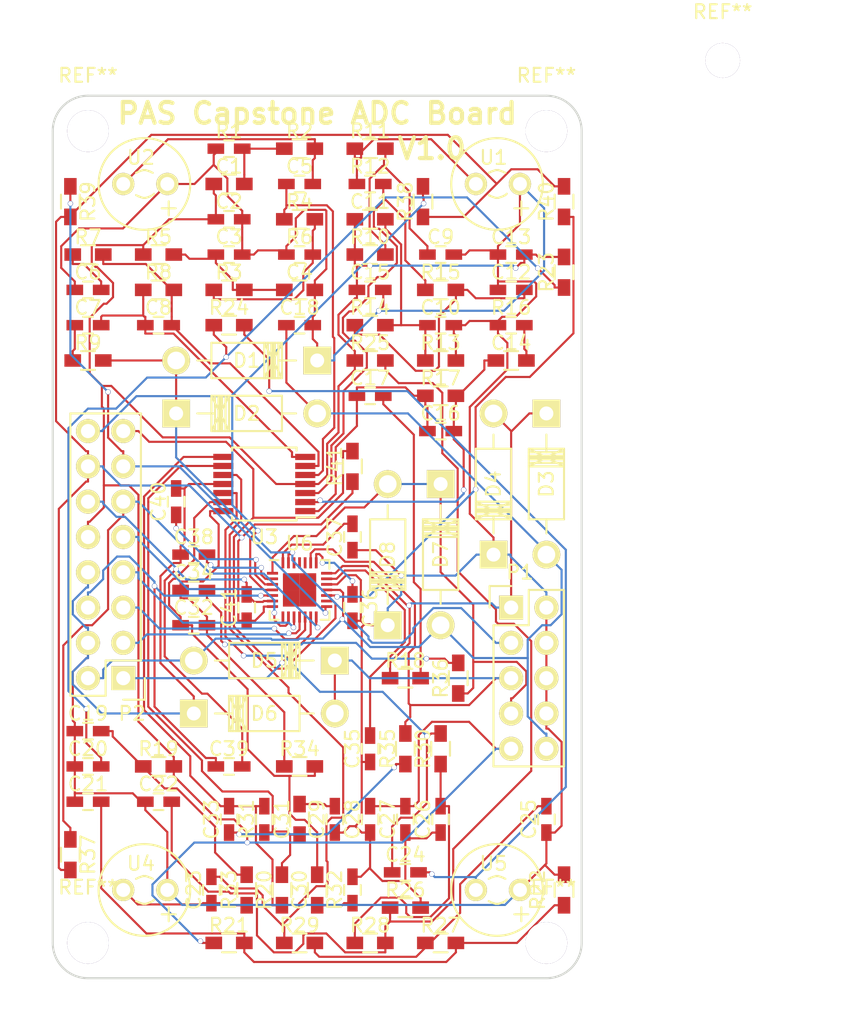
<source format=kicad_pcb>
(kicad_pcb (version 4) (host pcbnew "(after 2015-mar-04 BZR unknown)-product")
  (layers (0 F.Cu signal) (31 B.Cu signal hide) (34 B.Paste user) (35 F.Paste user) (36 B.SilkS user) (37 F.SilkS user) (38 B.Mask user) (39 F.Mask user) (44 Edge.Cuts user))
  (net 0 "")
  (net 1 "Net-(C1-Pad1)")
  (net 2 GNDA)
  (net 3 VAA)
  (net 4 "Net-(C3-Pad1)")
  (net 5 "Net-(C4-Pad1)")
  (net 6 "Net-(C5-Pad1)")
  (net 7 "Net-(C5-Pad2)")
  (net 8 "Net-(C6-Pad1)")
  (net 9 "Net-(C6-Pad2)")
  (net 10 "Net-(C7-Pad1)")
  (net 11 "Net-(C8-Pad2)")
  (net 12 "Net-(C9-Pad1)")
  (net 13 "Net-(C10-Pad1)")
  (net 14 "Net-(C11-Pad1)")
  (net 15 "Net-(C11-Pad2)")
  (net 16 "Net-(C12-Pad1)")
  (net 17 "Net-(C14-Pad1)")
  (net 18 "Net-(C16-Pad1)")
  (net 19 "Net-(C16-Pad2)")
  (net 20 "Net-(C17-Pad1)")
  (net 21 VCC)
  (net 22 "Net-(C19-Pad1)")
  (net 23 "Net-(C20-Pad1)")
  (net 24 "Net-(C21-Pad1)")
  (net 25 "Net-(C22-Pad1)")
  (net 26 "Net-(C23-Pad1)")
  (net 27 "Net-(C23-Pad2)")
  (net 28 "Net-(C24-Pad1)")
  (net 29 "Net-(C24-Pad2)")
  (net 30 "Net-(C25-Pad1)")
  (net 31 "Net-(C26-Pad1)")
  (net 32 "Net-(C29-Pad1)")
  (net 33 "Net-(C30-Pad1)")
  (net 34 "Net-(C31-Pad1)")
  (net 35 "Net-(C31-Pad2)")
  (net 36 "Net-(C32-Pad1)")
  (net 37 "Net-(C32-Pad2)")
  (net 38 "Net-(C33-Pad1)")
  (net 39 "Net-(C34-Pad1)")
  (net 40 "Net-(C35-Pad1)")
  (net 41 "Net-(C36-Pad1)")
  (net 42 "Net-(C37-Pad1)")
  (net 43 "Net-(C38-Pad1)")
  (net 44 VDD)
  (net 45 GNDD)
  (net 46 "Net-(C40-Pad2)")
  (net 47 +3V3)
  (net 48 L2ch)
  (net 49 L1ch)
  (net 50 R1ch)
  (net 51 R2ch)
  (net 52 MCKI)
  (net 53 BICK)
  (net 54 LRCLK)
  (net 55 SDTOA)
  (net 56 SDTOB)
  (net 57 CAD0)
  (net 58 SCL)
  (net 59 SDA)
  (net 60 PDN)
  (net 61 "Net-(R40-Pad2)")
  (net 62 "Net-(U6-Pad8)")
  (net 63 "Net-(U6-Pad24)")
  (net 64 "Net-(U6-Pad25)")
  (net 65 "Net-(U6-Pad26)")
  (module Mounting_Holes:MountingHole_3mm (layer F.Cu) (at 110.49 161.29)
    (fp_text reference REF** (at 0 -4.0005) (layer F.SilkS))
    (fp_text value MountingHole_3mm)
    (pad 1 thru_hole circle (at 0 0) (size 2.99974 2.99974) (drill 2.99974) (layers))
  )
  (module Mounting_Holes:MountingHole_3mm (layer F.Cu) (at 77.47 161.29)
    (fp_text reference REF** (at 0 -4.0005) (layer F.SilkS))
    (fp_text value MountingHole_3mm)
    (pad 1 thru_hole circle (at 0 0) (size 2.99974 2.99974) (drill 2.99974) (layers))
  )
  (module Mounting_Holes:MountingHole_3mm (layer F.Cu) (at 77.47 102.87)
    (fp_text reference REF** (at 0 -4.0005) (layer F.SilkS))
    (fp_text value "" hide)
    (pad 1 thru_hole circle (at 0 0) (size 2.99974 2.99974) (drill 2.99974) (layers))
  )
  (module Capacitors_SMD:C_0603_HandSoldering (layer F.Cu) (at 87.63 104.14 180)
    (fp_text reference C1 (at 0 -1.27 180) (layer F.SilkS))
    (fp_text value 10u)
    (pad 1 smd rect (at -0.95 0 180) (size 1.2 0.75) (layers F.Cu F.Paste F.Mask) (net 1 "Net-(C1-Pad1)"))
    (pad 2 smd rect (at 0.95 0 180) (size 1.2 0.75) (layers F.Cu F.Paste F.Mask) (net 2 GNDA))
  )
  (module Capacitors_SMD:C_0603_HandSoldering (layer F.Cu) (at 87.63 109.22)
    (fp_text reference C2 (at 0 -1.27) (layer F.SilkS))
    (fp_text value 10u)
    (pad 1 smd rect (at -0.95 0) (size 1.2 0.75) (layers F.Cu F.Paste F.Mask) (net 3 VAA))
    (pad 2 smd rect (at 0.95 0) (size 1.2 0.75) (layers F.Cu F.Paste F.Mask) (net 2 GNDA))
  )
  (module Capacitors_SMD:C_0603_HandSoldering (layer F.Cu) (at 87.63 111.76)
    (fp_text reference C3 (at 0 -1.27) (layer F.SilkS))
    (fp_text value 4.7u)
    (pad 1 smd rect (at -0.95 0) (size 1.2 0.75) (layers F.Cu F.Paste F.Mask) (net 4 "Net-(C3-Pad1)"))
    (pad 2 smd rect (at 0.95 0) (size 1.2 0.75) (layers F.Cu F.Paste F.Mask) (net 2 GNDA))
  )
  (module Capacitors_SMD:C_0603_HandSoldering (layer F.Cu) (at 92.71 111.76 180)
    (fp_text reference C4 (at 0 -1.27 180) (layer F.SilkS))
    (fp_text value 2.2u)
    (pad 1 smd rect (at -0.95 0 180) (size 1.2 0.75) (layers F.Cu F.Paste F.Mask) (net 5 "Net-(C4-Pad1)"))
    (pad 2 smd rect (at 0.95 0 180) (size 1.2 0.75) (layers F.Cu F.Paste F.Mask) (net 2 GNDA))
  )
  (module Capacitors_SMD:C_0603_HandSoldering (layer F.Cu) (at 92.71 106.68)
    (fp_text reference C5 (at 0 -1.27) (layer F.SilkS))
    (fp_text value 100n)
    (pad 1 smd rect (at -0.95 0) (size 1.2 0.75) (layers F.Cu F.Paste F.Mask) (net 6 "Net-(C5-Pad1)"))
    (pad 2 smd rect (at 0.95 0) (size 1.2 0.75) (layers F.Cu F.Paste F.Mask) (net 7 "Net-(C5-Pad2)"))
  )
  (module Capacitors_SMD:C_0603_HandSoldering (layer F.Cu) (at 77.47 116.84)
    (fp_text reference C6 (at 0 -3.81) (layer F.SilkS))
    (fp_text value 1u)
    (pad 1 smd rect (at -0.95 0) (size 1.2 0.75) (layers F.Cu F.Paste F.Mask) (net 8 "Net-(C6-Pad1)"))
    (pad 2 smd rect (at 0.95 0) (size 1.2 0.75) (layers F.Cu F.Paste F.Mask) (net 9 "Net-(C6-Pad2)"))
  )
  (module Capacitors_SMD:C_0603_HandSoldering (layer F.Cu) (at 77.47 114.3 180)
    (fp_text reference C7 (at 0 -1.27 180) (layer F.SilkS))
    (fp_text value 3.3u)
    (pad 1 smd rect (at -0.95 0 180) (size 1.2 0.75) (layers F.Cu F.Paste F.Mask) (net 10 "Net-(C7-Pad1)"))
    (pad 2 smd rect (at 0.95 0 180) (size 1.2 0.75) (layers F.Cu F.Paste F.Mask) (net 2 GNDA))
  )
  (module Capacitors_SMD:C_0603_HandSoldering (layer F.Cu) (at 82.55 116.84)
    (fp_text reference C8 (at 0 -1.27) (layer F.SilkS))
    (fp_text value 180p)
    (pad 1 smd rect (at -0.95 0) (size 1.2 0.75) (layers F.Cu F.Paste F.Mask) (net 9 "Net-(C6-Pad2)"))
    (pad 2 smd rect (at 0.95 0) (size 1.2 0.75) (layers F.Cu F.Paste F.Mask) (net 11 "Net-(C8-Pad2)"))
  )
  (module Capacitors_SMD:C_0603_HandSoldering (layer F.Cu) (at 102.87 111.76)
    (fp_text reference C9 (at 0 -1.27) (layer F.SilkS))
    (fp_text value 10u)
    (pad 1 smd rect (at -0.95 0) (size 1.2 0.75) (layers F.Cu F.Paste F.Mask) (net 12 "Net-(C9-Pad1)"))
    (pad 2 smd rect (at 0.95 0) (size 1.2 0.75) (layers F.Cu F.Paste F.Mask) (net 2 GNDA))
  )
  (module Capacitors_SMD:C_0603_HandSoldering (layer F.Cu) (at 102.87 116.84)
    (fp_text reference C10 (at 0 -1.27) (layer F.SilkS))
    (fp_text value 4.7u)
    (pad 1 smd rect (at -0.95 0) (size 1.2 0.75) (layers F.Cu F.Paste F.Mask) (net 13 "Net-(C10-Pad1)"))
    (pad 2 smd rect (at 0.95 0) (size 1.2 0.75) (layers F.Cu F.Paste F.Mask) (net 2 GNDA))
  )
  (module Capacitors_SMD:C_0603_HandSoldering (layer F.Cu) (at 97.79 106.68 180)
    (fp_text reference C11 (at 0 -1.27 180) (layer F.SilkS))
    (fp_text value 100n)
    (pad 1 smd rect (at -0.95 0 180) (size 1.2 0.75) (layers F.Cu F.Paste F.Mask) (net 14 "Net-(C11-Pad1)"))
    (pad 2 smd rect (at 0.95 0 180) (size 1.2 0.75) (layers F.Cu F.Paste F.Mask) (net 15 "Net-(C11-Pad2)"))
  )
  (module Capacitors_SMD:C_0603_HandSoldering (layer F.Cu) (at 107.95 114.3 180)
    (fp_text reference C12 (at 0 1.27 180) (layer F.SilkS))
    (fp_text value 2.2u)
    (pad 1 smd rect (at -0.95 0 180) (size 1.2 0.75) (layers F.Cu F.Paste F.Mask) (net 16 "Net-(C12-Pad1)"))
    (pad 2 smd rect (at 0.95 0 180) (size 1.2 0.75) (layers F.Cu F.Paste F.Mask) (net 2 GNDA))
  )
  (module Capacitors_SMD:C_0603_HandSoldering (layer F.Cu) (at 107.95 111.76 180)
    (fp_text reference C13 (at 0 1.27 180) (layer F.SilkS))
    (fp_text value 10u)
    (pad 1 smd rect (at -0.95 0 180) (size 1.2 0.75) (layers F.Cu F.Paste F.Mask) (net 3 VAA))
    (pad 2 smd rect (at 0.95 0 180) (size 1.2 0.75) (layers F.Cu F.Paste F.Mask) (net 2 GNDA))
  )
  (module Capacitors_SMD:C_0603_HandSoldering (layer F.Cu) (at 107.95 116.84 180)
    (fp_text reference C14 (at 0 -1.27 180) (layer F.SilkS))
    (fp_text value 3.3u)
    (pad 1 smd rect (at -0.95 0 180) (size 1.2 0.75) (layers F.Cu F.Paste F.Mask) (net 17 "Net-(C14-Pad1)"))
    (pad 2 smd rect (at 0.95 0 180) (size 1.2 0.75) (layers F.Cu F.Paste F.Mask) (net 2 GNDA))
  )
  (module Capacitors_SMD:C_0603_HandSoldering (layer F.Cu) (at 97.79 114.3)
    (fp_text reference C15 (at 0 -1.27) (layer F.SilkS))
    (fp_text value 0.1u)
    (pad 1 smd rect (at -0.95 0) (size 1.2 0.75) (layers F.Cu F.Paste F.Mask) (net 3 VAA))
    (pad 2 smd rect (at 0.95 0) (size 1.2 0.75) (layers F.Cu F.Paste F.Mask) (net 2 GNDA))
  )
  (module Capacitors_SMD:C_0603_HandSoldering (layer F.Cu) (at 102.87 124.46)
    (fp_text reference C16 (at 0 -1.27) (layer F.SilkS))
    (fp_text value 180p)
    (pad 1 smd rect (at -0.95 0) (size 1.2 0.75) (layers F.Cu F.Paste F.Mask) (net 18 "Net-(C16-Pad1)"))
    (pad 2 smd rect (at 0.95 0) (size 1.2 0.75) (layers F.Cu F.Paste F.Mask) (net 19 "Net-(C16-Pad2)"))
  )
  (module Capacitors_SMD:C_0603_HandSoldering (layer F.Cu) (at 97.79 121.92 180)
    (fp_text reference C17 (at 0 1.27 180) (layer F.SilkS))
    (fp_text value 1u)
    (pad 1 smd rect (at -0.95 0 180) (size 1.2 0.75) (layers F.Cu F.Paste F.Mask) (net 20 "Net-(C17-Pad1)"))
    (pad 2 smd rect (at 0.95 0 180) (size 1.2 0.75) (layers F.Cu F.Paste F.Mask) (net 18 "Net-(C16-Pad1)"))
  )
  (module Capacitors_SMD:C_0603_HandSoldering (layer F.Cu) (at 92.71 116.84)
    (fp_text reference C18 (at 0 -1.27) (layer F.SilkS))
    (fp_text value 0.1u)
    (pad 1 smd rect (at -0.95 0) (size 1.2 0.75) (layers F.Cu F.Paste F.Mask) (net 21 VCC))
    (pad 2 smd rect (at 0.95 0) (size 1.2 0.75) (layers F.Cu F.Paste F.Mask) (net 2 GNDA))
  )
  (module Capacitors_SMD:C_0603_HandSoldering (layer F.Cu) (at 77.47 146.05 180)
    (fp_text reference C19 (at 0 1.27 180) (layer F.SilkS))
    (fp_text value 10u)
    (pad 1 smd rect (at -0.95 0 180) (size 1.2 0.75) (layers F.Cu F.Paste F.Mask) (net 22 "Net-(C19-Pad1)"))
    (pad 2 smd rect (at 0.95 0 180) (size 1.2 0.75) (layers F.Cu F.Paste F.Mask) (net 2 GNDA))
  )
  (module Capacitors_SMD:C_0603_HandSoldering (layer F.Cu) (at 77.47 148.59 180)
    (fp_text reference C20 (at 0 1.27 180) (layer F.SilkS))
    (fp_text value 10u)
    (pad 1 smd rect (at -0.95 0 180) (size 1.2 0.75) (layers F.Cu F.Paste F.Mask) (net 23 "Net-(C20-Pad1)"))
    (pad 2 smd rect (at 0.95 0 180) (size 1.2 0.75) (layers F.Cu F.Paste F.Mask) (net 2 GNDA))
  )
  (module Capacitors_SMD:C_0603_HandSoldering (layer F.Cu) (at 77.47 151.13 180)
    (fp_text reference C21 (at 0 1.27 180) (layer F.SilkS))
    (fp_text value 4.7u)
    (pad 1 smd rect (at -0.95 0 180) (size 1.2 0.75) (layers F.Cu F.Paste F.Mask) (net 24 "Net-(C21-Pad1)"))
    (pad 2 smd rect (at 0.95 0 180) (size 1.2 0.75) (layers F.Cu F.Paste F.Mask) (net 2 GNDA))
  )
  (module Capacitors_SMD:C_0603_HandSoldering (layer F.Cu) (at 82.55 151.13 180)
    (fp_text reference C22 (at 0 1.27 180) (layer F.SilkS))
    (fp_text value 4.7u)
    (pad 1 smd rect (at -0.95 0 180) (size 1.2 0.75) (layers F.Cu F.Paste F.Mask) (net 25 "Net-(C22-Pad1)"))
    (pad 2 smd rect (at 0.95 0 180) (size 1.2 0.75) (layers F.Cu F.Paste F.Mask) (net 2 GNDA))
  )
  (module Capacitors_SMD:C_0603_HandSoldering (layer F.Cu) (at 86.36 157.48 270)
    (fp_text reference C23 (at 0 1.27 270) (layer F.SilkS))
    (fp_text value 100n)
    (pad 1 smd rect (at -0.95 0 270) (size 1.2 0.75) (layers F.Cu F.Paste F.Mask) (net 26 "Net-(C23-Pad1)"))
    (pad 2 smd rect (at 0.95 0 270) (size 1.2 0.75) (layers F.Cu F.Paste F.Mask) (net 27 "Net-(C23-Pad2)"))
  )
  (module Capacitors_SMD:C_0603_HandSoldering (layer F.Cu) (at 100.33 156.21)
    (fp_text reference C24 (at 0 -1.27) (layer F.SilkS))
    (fp_text value 100n)
    (pad 1 smd rect (at -0.95 0) (size 1.2 0.75) (layers F.Cu F.Paste F.Mask) (net 28 "Net-(C24-Pad1)"))
    (pad 2 smd rect (at 0.95 0) (size 1.2 0.75) (layers F.Cu F.Paste F.Mask) (net 29 "Net-(C24-Pad2)"))
  )
  (module Capacitors_SMD:C_0603_HandSoldering (layer F.Cu) (at 110.49 152.4 270)
    (fp_text reference C25 (at 0 1.27 270) (layer F.SilkS))
    (fp_text value 2.2u)
    (pad 1 smd rect (at -0.95 0 270) (size 1.2 0.75) (layers F.Cu F.Paste F.Mask) (net 30 "Net-(C25-Pad1)"))
    (pad 2 smd rect (at 0.95 0 270) (size 1.2 0.75) (layers F.Cu F.Paste F.Mask) (net 2 GNDA))
  )
  (module Capacitors_SMD:C_0603_HandSoldering (layer F.Cu) (at 102.87 152.4 270)
    (fp_text reference C26 (at 0 1.27 270) (layer F.SilkS))
    (fp_text value 2.2u)
    (pad 1 smd rect (at -0.95 0 270) (size 1.2 0.75) (layers F.Cu F.Paste F.Mask) (net 31 "Net-(C26-Pad1)"))
    (pad 2 smd rect (at 0.95 0 270) (size 1.2 0.75) (layers F.Cu F.Paste F.Mask) (net 2 GNDA))
  )
  (module Capacitors_SMD:C_0603_HandSoldering (layer F.Cu) (at 100.33 152.4 270)
    (fp_text reference C27 (at 0 1.27 270) (layer F.SilkS))
    (fp_text value 10u)
    (pad 1 smd rect (at -0.95 0 270) (size 1.2 0.75) (layers F.Cu F.Paste F.Mask) (net 3 VAA))
    (pad 2 smd rect (at 0.95 0 270) (size 1.2 0.75) (layers F.Cu F.Paste F.Mask) (net 2 GNDA))
  )
  (module Capacitors_SMD:C_0603_HandSoldering (layer F.Cu) (at 97.79 152.4 270)
    (fp_text reference C28 (at 0 1.27 270) (layer F.SilkS))
    (fp_text value 10u)
    (pad 1 smd rect (at -0.95 0 270) (size 1.2 0.75) (layers F.Cu F.Paste F.Mask) (net 3 VAA))
    (pad 2 smd rect (at 0.95 0 270) (size 1.2 0.75) (layers F.Cu F.Paste F.Mask) (net 2 GNDA))
  )
  (module Capacitors_SMD:C_0603_HandSoldering (layer F.Cu) (at 95.25 152.4 270)
    (fp_text reference C29 (at 0 1.27 270) (layer F.SilkS))
    (fp_text value 3.3u)
    (pad 1 smd rect (at -0.95 0 270) (size 1.2 0.75) (layers F.Cu F.Paste F.Mask) (net 32 "Net-(C29-Pad1)"))
    (pad 2 smd rect (at 0.95 0 270) (size 1.2 0.75) (layers F.Cu F.Paste F.Mask) (net 2 GNDA))
  )
  (module Capacitors_SMD:C_0603_HandSoldering (layer F.Cu) (at 96.52 157.48 90)
    (fp_text reference C30 (at 0 -3.81 90) (layer F.SilkS))
    (fp_text value 3.3u)
    (pad 1 smd rect (at -0.95 0 90) (size 1.2 0.75) (layers F.Cu F.Paste F.Mask) (net 33 "Net-(C30-Pad1)"))
    (pad 2 smd rect (at 0.95 0 90) (size 1.2 0.75) (layers F.Cu F.Paste F.Mask) (net 2 GNDA))
  )
  (module Capacitors_SMD:C_0603_HandSoldering (layer F.Cu) (at 90.17 152.4 270)
    (fp_text reference C31 (at 0 -1.27 270) (layer F.SilkS))
    (fp_text value 180p)
    (pad 1 smd rect (at -0.95 0 270) (size 1.2 0.75) (layers F.Cu F.Paste F.Mask) (net 34 "Net-(C31-Pad1)"))
    (pad 2 smd rect (at 0.95 0 270) (size 1.2 0.75) (layers F.Cu F.Paste F.Mask) (net 35 "Net-(C31-Pad2)"))
  )
  (module Capacitors_SMD:C_0603_HandSoldering (layer F.Cu) (at 85.09 138.43 180)
    (fp_text reference C32 (at 0 1.27 180) (layer F.SilkS))
    (fp_text value 180p)
    (pad 1 smd rect (at -0.95 0 180) (size 1.2 0.75) (layers F.Cu F.Paste F.Mask) (net 36 "Net-(C32-Pad1)"))
    (pad 2 smd rect (at 0.95 0 180) (size 1.2 0.75) (layers F.Cu F.Paste F.Mask) (net 37 "Net-(C32-Pad2)"))
  )
  (module Capacitors_SMD:C_0603_HandSoldering (layer F.Cu) (at 87.63 152.4 90)
    (fp_text reference C33 (at 0 -1.27 90) (layer F.SilkS))
    (fp_text value 1u)
    (pad 1 smd rect (at -0.95 0 90) (size 1.2 0.75) (layers F.Cu F.Paste F.Mask) (net 38 "Net-(C33-Pad1)"))
    (pad 2 smd rect (at 0.95 0 90) (size 1.2 0.75) (layers F.Cu F.Paste F.Mask) (net 34 "Net-(C31-Pad1)"))
  )
  (module Capacitors_SMD:C_0603_HandSoldering (layer F.Cu) (at 85.09 135.89 180)
    (fp_text reference C34 (at 0 1.27 180) (layer F.SilkS))
    (fp_text value 1u)
    (pad 1 smd rect (at -0.95 0 180) (size 1.2 0.75) (layers F.Cu F.Paste F.Mask) (net 39 "Net-(C34-Pad1)"))
    (pad 2 smd rect (at 0.95 0 180) (size 1.2 0.75) (layers F.Cu F.Paste F.Mask) (net 36 "Net-(C32-Pad1)"))
  )
  (module Capacitors_SMD:C_0603_HandSoldering (layer F.Cu) (at 97.79 147.32 270)
    (fp_text reference C35 (at 0 1.27 270) (layer F.SilkS))
    (fp_text value 1u)
    (pad 1 smd rect (at -0.95 0 270) (size 1.2 0.75) (layers F.Cu F.Paste F.Mask) (net 40 "Net-(C35-Pad1)"))
    (pad 2 smd rect (at 0.95 0 270) (size 1.2 0.75) (layers F.Cu F.Paste F.Mask) (net 2 GNDA))
  )
  (module Capacitors_SMD:C_0603_HandSoldering (layer F.Cu) (at 96.52 137.16 270)
    (fp_text reference C36 (at 0 -1.27 270) (layer F.SilkS))
    (fp_text value 1u)
    (pad 1 smd rect (at -0.95 0 270) (size 1.2 0.75) (layers F.Cu F.Paste F.Mask) (net 41 "Net-(C36-Pad1)"))
    (pad 2 smd rect (at 0.95 0 270) (size 1.2 0.75) (layers F.Cu F.Paste F.Mask) (net 2 GNDA))
  )
  (module Capacitors_SMD:C_0603_HandSoldering (layer F.Cu) (at 96.52 132.08 270)
    (fp_text reference C37 (at 0 1.27 270) (layer F.SilkS))
    (fp_text value 1u)
    (pad 1 smd rect (at -0.95 0 270) (size 1.2 0.75) (layers F.Cu F.Paste F.Mask) (net 42 "Net-(C37-Pad1)"))
    (pad 2 smd rect (at 0.95 0 270) (size 1.2 0.75) (layers F.Cu F.Paste F.Mask) (net 2 GNDA))
  )
  (module Capacitors_SMD:C_0603_HandSoldering (layer F.Cu) (at 85.09 133.35 180)
    (fp_text reference C38 (at 0 1.27 180) (layer F.SilkS))
    (fp_text value 1u)
    (pad 1 smd rect (at -0.95 0 180) (size 1.2 0.75) (layers F.Cu F.Paste F.Mask) (net 43 "Net-(C38-Pad1)"))
    (pad 2 smd rect (at 0.95 0 180) (size 1.2 0.75) (layers F.Cu F.Paste F.Mask) (net 2 GNDA))
  )
  (module Capacitors_SMD:C_0603_HandSoldering (layer F.Cu) (at 87.63 148.59)
    (fp_text reference C39 (at 0 -1.27) (layer F.SilkS))
    (fp_text value 0.1u)
    (pad 1 smd rect (at -0.95 0) (size 1.2 0.75) (layers F.Cu F.Paste F.Mask) (net 44 VDD))
    (pad 2 smd rect (at 0.95 0) (size 1.2 0.75) (layers F.Cu F.Paste F.Mask) (net 45 GNDD))
  )
  (module Capacitors_SMD:C_0603_HandSoldering (layer F.Cu) (at 83.82 129.54 270)
    (fp_text reference C40 (at 0 1.27 270) (layer F.SilkS))
    (fp_text value 1u)
    (pad 1 smd rect (at -0.95 0 270) (size 1.2 0.75) (layers F.Cu F.Paste F.Mask) (net 2 GNDA))
    (pad 2 smd rect (at 0.95 0 270) (size 1.2 0.75) (layers F.Cu F.Paste F.Mask) (net 46 "Net-(C40-Pad2)"))
  )
  (module Capacitors_SMD:C_0603_HandSoldering (layer F.Cu) (at 88.9 137.16 90)
    (fp_text reference C41 (at 0 -1.27 90) (layer F.SilkS))
    (fp_text value 0.1u)
    (pad 1 smd rect (at -0.95 0 90) (size 1.2 0.75) (layers F.Cu F.Paste F.Mask) (net 47 +3V3))
    (pad 2 smd rect (at 0.95 0 90) (size 1.2 0.75) (layers F.Cu F.Paste F.Mask) (net 45 GNDD))
  )
  (module Diodes_ThroughHole:Diode_DO-41_SOD81_Horizontal_RM10 (layer F.Cu) (at 88.9 119.38)
    (fp_text reference D1 (at 0 0) (layer F.SilkS))
    (fp_text value D_Schottky)
    (pad 1 thru_hole circle (at -5.08 0) (size 1.99898 1.99898) (drill 1.27) (layers *.Cu *.Mask F.SilkS) (net 48 L2ch))
    (pad 2 thru_hole rect (at 5.08 0) (size 1.99898 1.99898) (drill 1.00076) (layers *.Cu *.Mask F.SilkS) (net 2 GNDA))
  )
  (module Diodes_ThroughHole:Diode_DO-41_SOD81_Horizontal_RM10 (layer F.Cu) (at 88.9 123.19 180)
    (fp_text reference D2 (at 0 0 180) (layer F.SilkS))
    (fp_text value D_Schottky)
    (pad 1 thru_hole circle (at -5.08 0 180) (size 1.99898 1.99898) (drill 1.27) (layers *.Cu *.Mask F.SilkS) (net 21 VCC))
    (pad 2 thru_hole rect (at 5.08 0 180) (size 1.99898 1.99898) (drill 1.00076) (layers *.Cu *.Mask F.SilkS) (net 48 L2ch))
  )
  (module Diodes_ThroughHole:Diode_DO-41_SOD81_Horizontal_RM10 (layer F.Cu) (at 110.49 128.27 90)
    (fp_text reference D3 (at 0 0 90) (layer F.SilkS))
    (fp_text value D_Schottky)
    (pad 1 thru_hole circle (at -5.08 0 90) (size 1.99898 1.99898) (drill 1.27) (layers *.Cu *.Mask F.SilkS) (net 21 VCC))
    (pad 2 thru_hole rect (at 5.08 0 90) (size 1.99898 1.99898) (drill 1.00076) (layers *.Cu *.Mask F.SilkS) (net 49 L1ch))
  )
  (module Diodes_ThroughHole:Diode_DO-41_SOD81_Horizontal_RM10 (layer F.Cu) (at 106.68 128.27 270)
    (fp_text reference D4 (at 0 0 270) (layer F.SilkS))
    (fp_text value D_Schottky)
    (pad 1 thru_hole circle (at -5.08 0 270) (size 1.99898 1.99898) (drill 1.27) (layers *.Cu *.Mask F.SilkS) (net 49 L1ch))
    (pad 2 thru_hole rect (at 5.08 0 270) (size 1.99898 1.99898) (drill 1.00076) (layers *.Cu *.Mask F.SilkS) (net 2 GNDA))
  )
  (module Diodes_ThroughHole:Diode_DO-41_SOD81_Horizontal_RM10 (layer F.Cu) (at 90.17 140.97)
    (fp_text reference D5 (at 0 0) (layer F.SilkS))
    (fp_text value D_Schottky)
    (pad 1 thru_hole circle (at -5.08 0) (size 1.99898 1.99898) (drill 1.27) (layers *.Cu *.Mask F.SilkS) (net 21 VCC))
    (pad 2 thru_hole rect (at 5.08 0) (size 1.99898 1.99898) (drill 1.00076) (layers *.Cu *.Mask F.SilkS) (net 50 R1ch))
  )
  (module Diodes_ThroughHole:Diode_DO-41_SOD81_Horizontal_RM10 (layer F.Cu) (at 90.17 144.78 180)
    (fp_text reference D6 (at 0 0 180) (layer F.SilkS))
    (fp_text value D_Schottky)
    (pad 1 thru_hole circle (at -5.08 0 180) (size 1.99898 1.99898) (drill 1.27) (layers *.Cu *.Mask F.SilkS) (net 50 R1ch))
    (pad 2 thru_hole rect (at 5.08 0 180) (size 1.99898 1.99898) (drill 1.00076) (layers *.Cu *.Mask F.SilkS) (net 2 GNDA))
  )
  (module Diodes_ThroughHole:Diode_DO-41_SOD81_Horizontal_RM10 (layer F.Cu) (at 102.87 133.35 90)
    (fp_text reference D7 (at 0 0 90) (layer F.SilkS))
    (fp_text value D_Schottky)
    (pad 1 thru_hole circle (at -5.08 0 90) (size 1.99898 1.99898) (drill 1.27) (layers *.Cu *.Mask F.SilkS) (net 21 VCC))
    (pad 2 thru_hole rect (at 5.08 0 90) (size 1.99898 1.99898) (drill 1.00076) (layers *.Cu *.Mask F.SilkS) (net 51 R2ch))
  )
  (module Diodes_ThroughHole:Diode_DO-41_SOD81_Horizontal_RM10 (layer F.Cu) (at 99.06 133.35 270)
    (fp_text reference D8 (at 0 0 270) (layer F.SilkS))
    (fp_text value D_Schottky)
    (pad 1 thru_hole circle (at -5.08 0 270) (size 1.99898 1.99898) (drill 1.27) (layers *.Cu *.Mask F.SilkS) (net 51 R2ch))
    (pad 2 thru_hole rect (at 5.08 0 270) (size 1.99898 1.99898) (drill 1.00076) (layers *.Cu *.Mask F.SilkS) (net 2 GNDA))
  )
  (module Pin_Headers:Pin_Header_Straight_2x05 (layer F.Cu) (at 107.95 137.16)
    (fp_text reference P1 (at 0.635 -2.54) (layer F.SilkS))
    (fp_text value CONN_02X05)
    (pad 1 thru_hole rect (at 0 0) (size 1.7272 1.7272) (drill 1.016) (layers *.Cu *.Mask F.SilkS) (net 49 L1ch))
    (pad 2 thru_hole oval (at 2.54 0) (size 1.7272 1.7272) (drill 1.016) (layers *.Cu *.Mask F.SilkS) (net 2 GNDA))
    (pad 3 thru_hole oval (at 0 2.54) (size 1.7272 1.7272) (drill 1.016) (layers *.Cu *.Mask F.SilkS) (net 48 L2ch))
    (pad 4 thru_hole oval (at 2.54 2.54) (size 1.7272 1.7272) (drill 1.016) (layers *.Cu *.Mask F.SilkS) (net 2 GNDA))
    (pad 5 thru_hole oval (at 0 5.08) (size 1.7272 1.7272) (drill 1.016) (layers *.Cu *.Mask F.SilkS) (net 50 R1ch))
    (pad 6 thru_hole oval (at 2.54 5.08) (size 1.7272 1.7272) (drill 1.016) (layers *.Cu *.Mask F.SilkS) (net 2 GNDA))
    (pad 7 thru_hole oval (at 0 7.62) (size 1.7272 1.7272) (drill 1.016) (layers *.Cu *.Mask F.SilkS) (net 51 R2ch))
    (pad 8 thru_hole oval (at 2.54 7.62) (size 1.7272 1.7272) (drill 1.016) (layers *.Cu *.Mask F.SilkS) (net 2 GNDA))
    (pad 9 thru_hole oval (at 0 10.16) (size 1.7272 1.7272) (drill 1.016) (layers *.Cu *.Mask F.SilkS) (net 3 VAA))
    (pad 10 thru_hole oval (at 2.54 10.16) (size 1.7272 1.7272) (drill 1.016) (layers *.Cu *.Mask F.SilkS) (net 21 VCC))
  )
  (module Pin_Headers:Pin_Header_Straight_2x08 (layer F.Cu) (at 80.01 142.24 180)
    (fp_text reference P2 (at -0.635 -2.54 180) (layer F.SilkS))
    (fp_text value CONN_02X08)
    (pad 1 thru_hole rect (at 0 0 180) (size 1.7272 1.7272) (drill 1.016) (layers *.Cu *.Mask F.SilkS) (net 52 MCKI))
    (pad 2 thru_hole oval (at 2.54 0 180) (size 1.7272 1.7272) (drill 1.016) (layers *.Cu *.Mask F.SilkS) (net 21 VCC))
    (pad 3 thru_hole oval (at 0 2.54 180) (size 1.7272 1.7272) (drill 1.016) (layers *.Cu *.Mask F.SilkS) (net 53 BICK))
    (pad 4 thru_hole oval (at 2.54 2.54 180) (size 1.7272 1.7272) (drill 1.016) (layers *.Cu *.Mask F.SilkS) (net 2 GNDA))
    (pad 5 thru_hole oval (at 0 5.08 180) (size 1.7272 1.7272) (drill 1.016) (layers *.Cu *.Mask F.SilkS) (net 54 LRCLK))
    (pad 6 thru_hole oval (at 2.54 5.08 180) (size 1.7272 1.7272) (drill 1.016) (layers *.Cu *.Mask F.SilkS) (net 44 VDD))
    (pad 7 thru_hole oval (at 0 7.62 180) (size 1.7272 1.7272) (drill 1.016) (layers *.Cu *.Mask F.SilkS) (net 55 SDTOA))
    (pad 8 thru_hole oval (at 2.54 7.62 180) (size 1.7272 1.7272) (drill 1.016) (layers *.Cu *.Mask F.SilkS) (net 2 GNDA))
    (pad 9 thru_hole oval (at 0 10.16 180) (size 1.7272 1.7272) (drill 1.016) (layers *.Cu *.Mask F.SilkS) (net 56 SDTOB))
    (pad 10 thru_hole oval (at 2.54 10.16 180) (size 1.7272 1.7272) (drill 1.016) (layers *.Cu *.Mask F.SilkS) (net 3 VAA))
    (pad 11 thru_hole oval (at 0 12.7 180) (size 1.7272 1.7272) (drill 1.016) (layers *.Cu *.Mask F.SilkS) (net 57 CAD0))
    (pad 12 thru_hole oval (at 2.54 12.7 180) (size 1.7272 1.7272) (drill 1.016) (layers *.Cu *.Mask F.SilkS) (net 45 GNDD))
    (pad 13 thru_hole oval (at 0 15.24 180) (size 1.7272 1.7272) (drill 1.016) (layers *.Cu *.Mask F.SilkS) (net 58 SCL))
    (pad 14 thru_hole oval (at 2.54 15.24 180) (size 1.7272 1.7272) (drill 1.016) (layers *.Cu *.Mask F.SilkS) (net 47 +3V3))
    (pad 15 thru_hole oval (at 0 17.78 180) (size 1.7272 1.7272) (drill 1.016) (layers *.Cu *.Mask F.SilkS) (net 59 SDA))
    (pad 16 thru_hole oval (at 2.54 17.78 180) (size 1.7272 1.7272) (drill 1.016) (layers *.Cu *.Mask F.SilkS) (net 60 PDN))
  )
  (module Resistors_SMD:R_0603_HandSoldering (layer F.Cu) (at 87.63 106.68)
    (fp_text reference R1 (at 0 -3.81) (layer F.SilkS))
    (fp_text value 1k)
    (pad 1 smd rect (at -1.1 0) (size 1.2 0.9) (layers F.Cu F.Paste F.Mask) (net 3 VAA))
    (pad 2 smd rect (at 1.1 0) (size 1.2 0.9) (layers F.Cu F.Paste F.Mask) (net 1 "Net-(C1-Pad1)"))
  )
  (module Resistors_SMD:R_0603_HandSoldering (layer F.Cu) (at 92.71 104.14)
    (fp_text reference R2 (at 0 -1.27) (layer F.SilkS))
    (fp_text value 2.2k)
    (pad 1 smd rect (at -1.1 0) (size 1.2 0.9) (layers F.Cu F.Paste F.Mask) (net 1 "Net-(C1-Pad1)"))
    (pad 2 smd rect (at 1.1 0) (size 1.2 0.9) (layers F.Cu F.Paste F.Mask) (net 7 "Net-(C5-Pad2)"))
  )
  (module Resistors_SMD:R_0603_HandSoldering (layer F.Cu) (at 87.63 114.3)
    (fp_text reference R3 (at 0 -1.27) (layer F.SilkS))
    (fp_text value 15k)
    (pad 1 smd rect (at -1.1 0) (size 1.2 0.9) (layers F.Cu F.Paste F.Mask) (net 5 "Net-(C4-Pad1)"))
    (pad 2 smd rect (at 1.1 0) (size 1.2 0.9) (layers F.Cu F.Paste F.Mask) (net 4 "Net-(C3-Pad1)"))
  )
  (module Resistors_SMD:R_0603_HandSoldering (layer F.Cu) (at 92.71 109.22)
    (fp_text reference R4 (at 0 -1.27) (layer F.SilkS))
    (fp_text value 18k)
    (pad 1 smd rect (at -1.1 0) (size 1.2 0.9) (layers F.Cu F.Paste F.Mask) (net 6 "Net-(C5-Pad1)"))
    (pad 2 smd rect (at 1.1 0) (size 1.2 0.9) (layers F.Cu F.Paste F.Mask) (net 5 "Net-(C4-Pad1)"))
  )
  (module Resistors_SMD:R_0603_HandSoldering (layer F.Cu) (at 82.55 111.76)
    (fp_text reference R5 (at 0 -1.27) (layer F.SilkS))
    (fp_text value 100k)
    (pad 1 smd rect (at -1.1 0) (size 1.2 0.9) (layers F.Cu F.Paste F.Mask) (net 3 VAA))
    (pad 2 smd rect (at 1.1 0) (size 1.2 0.9) (layers F.Cu F.Paste F.Mask) (net 4 "Net-(C3-Pad1)"))
  )
  (module Resistors_SMD:R_0603_HandSoldering (layer F.Cu) (at 92.71 114.3)
    (fp_text reference R6 (at 0 -3.81) (layer F.SilkS))
    (fp_text value 100k)
    (pad 1 smd rect (at -1.1 0) (size 1.2 0.9) (layers F.Cu F.Paste F.Mask) (net 4 "Net-(C3-Pad1)"))
    (pad 2 smd rect (at 1.1 0) (size 1.2 0.9) (layers F.Cu F.Paste F.Mask) (net 2 GNDA))
  )
  (module Resistors_SMD:R_0603_HandSoldering (layer F.Cu) (at 77.47 111.76 180)
    (fp_text reference R7 (at 0 1.27 180) (layer F.SilkS))
    (fp_text value 820)
    (pad 1 smd rect (at -1.1 0 180) (size 1.2 0.9) (layers F.Cu F.Paste F.Mask) (net 11 "Net-(C8-Pad2)"))
    (pad 2 smd rect (at 1.1 0 180) (size 1.2 0.9) (layers F.Cu F.Paste F.Mask) (net 10 "Net-(C7-Pad1)"))
  )
  (module Resistors_SMD:R_0603_HandSoldering (layer F.Cu) (at 82.55 114.3)
    (fp_text reference R8 (at 0 -1.27) (layer F.SilkS))
    (fp_text value 82k)
    (pad 1 smd rect (at -1.1 0) (size 1.2 0.9) (layers F.Cu F.Paste F.Mask) (net 9 "Net-(C6-Pad2)"))
    (pad 2 smd rect (at 1.1 0) (size 1.2 0.9) (layers F.Cu F.Paste F.Mask) (net 11 "Net-(C8-Pad2)"))
  )
  (module Resistors_SMD:R_0603_HandSoldering (layer F.Cu) (at 77.47 119.38 180)
    (fp_text reference R9 (at 0 1.27 180) (layer F.SilkS))
    (fp_text value 1k)
    (pad 1 smd rect (at -1.1 0 180) (size 1.2 0.9) (layers F.Cu F.Paste F.Mask) (net 48 L2ch))
    (pad 2 smd rect (at 1.1 0 180) (size 1.2 0.9) (layers F.Cu F.Paste F.Mask) (net 8 "Net-(C6-Pad1)"))
  )
  (module Resistors_SMD:R_0603_HandSoldering (layer F.Cu) (at 97.79 111.76)
    (fp_text reference R10 (at 0 -1.27) (layer F.SilkS))
    (fp_text value 1k)
    (pad 1 smd rect (at -1.1 0) (size 1.2 0.9) (layers F.Cu F.Paste F.Mask) (net 3 VAA))
    (pad 2 smd rect (at 1.1 0) (size 1.2 0.9) (layers F.Cu F.Paste F.Mask) (net 12 "Net-(C9-Pad1)"))
  )
  (module Resistors_SMD:R_0603_HandSoldering (layer F.Cu) (at 97.79 104.14 180)
    (fp_text reference R11 (at 0 1.27 180) (layer F.SilkS))
    (fp_text value 2.2k)
    (pad 1 smd rect (at -1.1 0 180) (size 1.2 0.9) (layers F.Cu F.Paste F.Mask) (net 12 "Net-(C9-Pad1)"))
    (pad 2 smd rect (at 1.1 0 180) (size 1.2 0.9) (layers F.Cu F.Paste F.Mask) (net 15 "Net-(C11-Pad2)"))
  )
  (module Resistors_SMD:R_0603_HandSoldering (layer F.Cu) (at 97.79 109.22)
    (fp_text reference R12 (at 0 -3.81) (layer F.SilkS))
    (fp_text value 100k)
    (pad 1 smd rect (at -1.1 0) (size 1.2 0.9) (layers F.Cu F.Paste F.Mask) (net 3 VAA))
    (pad 2 smd rect (at 1.1 0) (size 1.2 0.9) (layers F.Cu F.Paste F.Mask) (net 13 "Net-(C10-Pad1)"))
  )
  (module Resistors_SMD:R_0603_HandSoldering (layer F.Cu) (at 102.87 119.38)
    (fp_text reference R13 (at 0 -1.27) (layer F.SilkS))
    (fp_text value 100k)
    (pad 1 smd rect (at -1.1 0) (size 1.2 0.9) (layers F.Cu F.Paste F.Mask) (net 13 "Net-(C10-Pad1)"))
    (pad 2 smd rect (at 1.1 0) (size 1.2 0.9) (layers F.Cu F.Paste F.Mask) (net 2 GNDA))
  )
  (module Resistors_SMD:R_0603_HandSoldering (layer F.Cu) (at 97.79 116.84)
    (fp_text reference R14 (at 0 -1.27) (layer F.SilkS))
    (fp_text value 15k)
    (pad 1 smd rect (at -1.1 0) (size 1.2 0.9) (layers F.Cu F.Paste F.Mask) (net 16 "Net-(C12-Pad1)"))
    (pad 2 smd rect (at 1.1 0) (size 1.2 0.9) (layers F.Cu F.Paste F.Mask) (net 13 "Net-(C10-Pad1)"))
  )
  (module Resistors_SMD:R_0603_HandSoldering (layer F.Cu) (at 102.87 114.3)
    (fp_text reference R15 (at 0 -1.27) (layer F.SilkS))
    (fp_text value 18k)
    (pad 1 smd rect (at -1.1 0) (size 1.2 0.9) (layers F.Cu F.Paste F.Mask) (net 14 "Net-(C11-Pad1)"))
    (pad 2 smd rect (at 1.1 0) (size 1.2 0.9) (layers F.Cu F.Paste F.Mask) (net 16 "Net-(C12-Pad1)"))
  )
  (module Resistors_SMD:R_0603_HandSoldering (layer F.Cu) (at 107.95 119.38)
    (fp_text reference R16 (at 0 -3.81) (layer F.SilkS))
    (fp_text value 820)
    (pad 1 smd rect (at -1.1 0) (size 1.2 0.9) (layers F.Cu F.Paste F.Mask) (net 19 "Net-(C16-Pad2)"))
    (pad 2 smd rect (at 1.1 0) (size 1.2 0.9) (layers F.Cu F.Paste F.Mask) (net 17 "Net-(C14-Pad1)"))
  )
  (module Resistors_SMD:R_0603_HandSoldering (layer F.Cu) (at 102.87 121.92)
    (fp_text reference R17 (at 0 -1.27) (layer F.SilkS))
    (fp_text value 82k)
    (pad 1 smd rect (at -1.1 0) (size 1.2 0.9) (layers F.Cu F.Paste F.Mask) (net 18 "Net-(C16-Pad1)"))
    (pad 2 smd rect (at 1.1 0) (size 1.2 0.9) (layers F.Cu F.Paste F.Mask) (net 19 "Net-(C16-Pad2)"))
  )
  (module Resistors_SMD:R_0603_HandSoldering (layer F.Cu) (at 100.33 142.24)
    (fp_text reference R18 (at 0 -1.27) (layer F.SilkS))
    (fp_text value 1k)
    (pad 1 smd rect (at -1.1 0) (size 1.2 0.9) (layers F.Cu F.Paste F.Mask) (net 49 L1ch))
    (pad 2 smd rect (at 1.1 0) (size 1.2 0.9) (layers F.Cu F.Paste F.Mask) (net 20 "Net-(C17-Pad1)"))
  )
  (module Resistors_SMD:R_0603_HandSoldering (layer F.Cu) (at 82.55 148.59 180)
    (fp_text reference R19 (at 0 1.27 180) (layer F.SilkS))
    (fp_text value 1k)
    (pad 1 smd rect (at -1.1 0 180) (size 1.2 0.9) (layers F.Cu F.Paste F.Mask) (net 3 VAA))
    (pad 2 smd rect (at 1.1 0 180) (size 1.2 0.9) (layers F.Cu F.Paste F.Mask) (net 22 "Net-(C19-Pad1)"))
  )
  (module Resistors_SMD:R_0603_HandSoldering (layer F.Cu) (at 88.9 157.48 270)
    (fp_text reference R20 (at 0 -1.27 270) (layer F.SilkS))
    (fp_text value 2.2k)
    (pad 1 smd rect (at -1.1 0 270) (size 1.2 0.9) (layers F.Cu F.Paste F.Mask) (net 22 "Net-(C19-Pad1)"))
    (pad 2 smd rect (at 1.1 0 270) (size 1.2 0.9) (layers F.Cu F.Paste F.Mask) (net 27 "Net-(C23-Pad2)"))
  )
  (module Resistors_SMD:R_0603_HandSoldering (layer F.Cu) (at 87.63 161.29)
    (fp_text reference R21 (at 0 -1.27) (layer F.SilkS))
    (fp_text value 100k)
    (pad 1 smd rect (at -1.1 0) (size 1.2 0.9) (layers F.Cu F.Paste F.Mask) (net 3 VAA))
    (pad 2 smd rect (at 1.1 0) (size 1.2 0.9) (layers F.Cu F.Paste F.Mask) (net 24 "Net-(C21-Pad1)"))
  )
  (module Resistors_SMD:R_0603_HandSoldering (layer F.Cu) (at 111.76 157.48 90)
    (fp_text reference R22 (at 0 -1.9 90) (layer F.SilkS))
    (fp_text value 100k)
    (pad 1 smd rect (at -1.1 0 90) (size 1.2 0.9) (layers F.Cu F.Paste F.Mask) (net 24 "Net-(C21-Pad1)"))
    (pad 2 smd rect (at 1.1 0 90) (size 1.2 0.9) (layers F.Cu F.Paste F.Mask) (net 2 GNDA))
  )
  (module Resistors_SMD:R_0603_HandSoldering (layer F.Cu) (at 111.76 113.03 270)
    (fp_text reference R23 (at 0 1.27 270) (layer F.SilkS))
    (fp_text value 1k)
    (pad 1 smd rect (at -1.1 0 270) (size 1.2 0.9) (layers F.Cu F.Paste F.Mask) (net 3 VAA))
    (pad 2 smd rect (at 1.1 0 270) (size 1.2 0.9) (layers F.Cu F.Paste F.Mask) (net 23 "Net-(C20-Pad1)"))
  )
  (module Resistors_SMD:R_0603_HandSoldering (layer F.Cu) (at 87.63 116.84)
    (fp_text reference R24 (at 0 -1.27) (layer F.SilkS))
    (fp_text value 2.2k)
    (pad 1 smd rect (at -1.1 0) (size 1.2 0.9) (layers F.Cu F.Paste F.Mask) (net 23 "Net-(C20-Pad1)"))
    (pad 2 smd rect (at 1.1 0) (size 1.2 0.9) (layers F.Cu F.Paste F.Mask) (net 29 "Net-(C24-Pad2)"))
  )
  (module Resistors_SMD:R_0603_HandSoldering (layer F.Cu) (at 97.79 119.38)
    (fp_text reference R25 (at 0 -1.27) (layer F.SilkS))
    (fp_text value 100k)
    (pad 1 smd rect (at -1.1 0) (size 1.2 0.9) (layers F.Cu F.Paste F.Mask) (net 3 VAA))
    (pad 2 smd rect (at 1.1 0) (size 1.2 0.9) (layers F.Cu F.Paste F.Mask) (net 25 "Net-(C22-Pad1)"))
  )
  (module Resistors_SMD:R_0603_HandSoldering (layer F.Cu) (at 100.33 158.75)
    (fp_text reference R26 (at 0 -1.27) (layer F.SilkS))
    (fp_text value 100k)
    (pad 1 smd rect (at -1.1 0) (size 1.2 0.9) (layers F.Cu F.Paste F.Mask) (net 25 "Net-(C22-Pad1)"))
    (pad 2 smd rect (at 1.1 0) (size 1.2 0.9) (layers F.Cu F.Paste F.Mask) (net 2 GNDA))
  )
  (module Resistors_SMD:R_0603_HandSoldering (layer F.Cu) (at 102.87 161.29)
    (fp_text reference R27 (at 0 -1.27) (layer F.SilkS))
    (fp_text value 15k)
    (pad 1 smd rect (at -1.1 0) (size 1.2 0.9) (layers F.Cu F.Paste F.Mask) (net 30 "Net-(C25-Pad1)"))
    (pad 2 smd rect (at 1.1 0) (size 1.2 0.9) (layers F.Cu F.Paste F.Mask) (net 24 "Net-(C21-Pad1)"))
  )
  (module Resistors_SMD:R_0603_HandSoldering (layer F.Cu) (at 97.79 161.29)
    (fp_text reference R28 (at 0 -1.27) (layer F.SilkS))
    (fp_text value 15k)
    (pad 1 smd rect (at -1.1 0) (size 1.2 0.9) (layers F.Cu F.Paste F.Mask) (net 31 "Net-(C26-Pad1)"))
    (pad 2 smd rect (at 1.1 0) (size 1.2 0.9) (layers F.Cu F.Paste F.Mask) (net 25 "Net-(C22-Pad1)"))
  )
  (module Resistors_SMD:R_0603_HandSoldering (layer F.Cu) (at 92.71 161.29)
    (fp_text reference R29 (at 0 -1.27) (layer F.SilkS))
    (fp_text value 18k)
    (pad 1 smd rect (at -1.1 0) (size 1.2 0.9) (layers F.Cu F.Paste F.Mask) (net 26 "Net-(C23-Pad1)"))
    (pad 2 smd rect (at 1.1 0) (size 1.2 0.9) (layers F.Cu F.Paste F.Mask) (net 30 "Net-(C25-Pad1)"))
  )
  (module Resistors_SMD:R_0603_HandSoldering (layer F.Cu) (at 102.87 147.32 270)
    (fp_text reference R30 (at 0 1.27 270) (layer F.SilkS))
    (fp_text value 18k)
    (pad 1 smd rect (at -1.1 0 270) (size 1.2 0.9) (layers F.Cu F.Paste F.Mask) (net 28 "Net-(C24-Pad1)"))
    (pad 2 smd rect (at 1.1 0 270) (size 1.2 0.9) (layers F.Cu F.Paste F.Mask) (net 31 "Net-(C26-Pad1)"))
  )
  (module Resistors_SMD:R_0603_HandSoldering (layer F.Cu) (at 92.71 152.4 90)
    (fp_text reference R31 (at 0 -3.81 90) (layer F.SilkS))
    (fp_text value 820)
    (pad 1 smd rect (at -1.1 0 90) (size 1.2 0.9) (layers F.Cu F.Paste F.Mask) (net 35 "Net-(C31-Pad2)"))
    (pad 2 smd rect (at 1.1 0 90) (size 1.2 0.9) (layers F.Cu F.Paste F.Mask) (net 32 "Net-(C29-Pad1)"))
  )
  (module Resistors_SMD:R_0603_HandSoldering (layer F.Cu) (at 93.98 157.48 270)
    (fp_text reference R32 (at 0 -1.27 270) (layer F.SilkS))
    (fp_text value 820)
    (pad 1 smd rect (at -1.1 0 270) (size 1.2 0.9) (layers F.Cu F.Paste F.Mask) (net 37 "Net-(C32-Pad2)"))
    (pad 2 smd rect (at 1.1 0 270) (size 1.2 0.9) (layers F.Cu F.Paste F.Mask) (net 33 "Net-(C30-Pad1)"))
  )
  (module Resistors_SMD:R_0603_HandSoldering (layer F.Cu) (at 91.44 157.48 90)
    (fp_text reference R33 (at 0 -3.81 90) (layer F.SilkS))
    (fp_text value 82k)
    (pad 1 smd rect (at -1.1 0 90) (size 1.2 0.9) (layers F.Cu F.Paste F.Mask) (net 34 "Net-(C31-Pad1)"))
    (pad 2 smd rect (at 1.1 0 90) (size 1.2 0.9) (layers F.Cu F.Paste F.Mask) (net 35 "Net-(C31-Pad2)"))
  )
  (module Resistors_SMD:R_0603_HandSoldering (layer F.Cu) (at 92.71 148.59)
    (fp_text reference R34 (at 0 -1.27) (layer F.SilkS))
    (fp_text value 82k)
    (pad 1 smd rect (at -1.1 0) (size 1.2 0.9) (layers F.Cu F.Paste F.Mask) (net 36 "Net-(C32-Pad1)"))
    (pad 2 smd rect (at 1.1 0) (size 1.2 0.9) (layers F.Cu F.Paste F.Mask) (net 37 "Net-(C32-Pad2)"))
  )
  (module Resistors_SMD:R_0603_HandSoldering (layer F.Cu) (at 100.33 147.32 270)
    (fp_text reference R35 (at 0 1.27 270) (layer F.SilkS))
    (fp_text value 1k)
    (pad 1 smd rect (at -1.1 0 270) (size 1.2 0.9) (layers F.Cu F.Paste F.Mask) (net 50 R1ch))
    (pad 2 smd rect (at 1.1 0 270) (size 1.2 0.9) (layers F.Cu F.Paste F.Mask) (net 38 "Net-(C33-Pad1)"))
  )
  (module Resistors_SMD:R_0603_HandSoldering (layer F.Cu) (at 104.14 142.24 90)
    (fp_text reference R36 (at 0 -1.27 90) (layer F.SilkS))
    (fp_text value 1k)
    (pad 1 smd rect (at -1.1 0 90) (size 1.2 0.9) (layers F.Cu F.Paste F.Mask) (net 51 R2ch))
    (pad 2 smd rect (at 1.1 0 90) (size 1.2 0.9) (layers F.Cu F.Paste F.Mask) (net 39 "Net-(C34-Pad1)"))
  )
  (module Resistors_SMD:R_0603_HandSoldering (layer F.Cu) (at 76.2 154.94 90)
    (fp_text reference R37 (at 0 1.27 90) (layer F.SilkS))
    (fp_text value 10k)
    (pad 1 smd rect (at -1.1 0 90) (size 1.2 0.9) (layers F.Cu F.Paste F.Mask) (net 47 +3V3))
    (pad 2 smd rect (at 1.1 0 90) (size 1.2 0.9) (layers F.Cu F.Paste F.Mask) (net 57 CAD0))
  )
  (module Resistors_SMD:R_0603_HandSoldering (layer F.Cu) (at 101.6 107.95 90)
    (fp_text reference R38 (at 0 -1.27 90) (layer F.SilkS))
    (fp_text value 1k)
    (pad 1 smd rect (at -1.1 0 90) (size 1.2 0.9) (layers F.Cu F.Paste F.Mask) (net 47 +3V3))
    (pad 2 smd rect (at 1.1 0 90) (size 1.2 0.9) (layers F.Cu F.Paste F.Mask) (net 60 PDN))
  )
  (module Resistors_SMD:R_0603_HandSoldering (layer F.Cu) (at 76.2 107.95 90)
    (fp_text reference R39 (at 0 1.27 90) (layer F.SilkS))
    (fp_text value 10k)
    (pad 1 smd rect (at -1.1 0 90) (size 1.2 0.9) (layers F.Cu F.Paste F.Mask) (net 47 +3V3))
    (pad 2 smd rect (at 1.1 0 90) (size 1.2 0.9) (layers F.Cu F.Paste F.Mask) (net 58 SCL))
  )
  (module Resistors_SMD:R_0603_HandSoldering (layer F.Cu) (at 111.76 107.95 270)
    (fp_text reference R40 (at 0 1.27 270) (layer F.SilkS))
    (fp_text value 1k)
    (pad 1 smd rect (at -1.1 0 270) (size 1.2 0.9) (layers F.Cu F.Paste F.Mask) (net 47 +3V3))
    (pad 2 smd rect (at 1.1 0 270) (size 1.2 0.9) (layers F.Cu F.Paste F.Mask) (net 61 "Net-(R40-Pad2)"))
  )
  (module Resistors_SMD:R_0603_HandSoldering (layer F.Cu) (at 96.52 127 90)
    (fp_text reference R41 (at 0 -1.27 90) (layer F.SilkS))
    (fp_text value 10k)
    (pad 1 smd rect (at -1.1 0 90) (size 1.2 0.9) (layers F.Cu F.Paste F.Mask) (net 47 +3V3))
    (pad 2 smd rect (at 1.1 0 90) (size 1.2 0.9) (layers F.Cu F.Paste F.Mask) (net 59 SDA))
  )
  (module Buzzers_Beepers:MagneticBuzzer_Kingstate_KCG0601 (layer F.Cu) (at 105.41 106.68)
    (fp_text reference U1 (at 1.27 -1.905) (layer F.SilkS))
    (fp_text value MICA)
    (pad 1 thru_hole circle (at 0 0) (size 1.6002 1.6002) (drill 1.00076) (layers *.Cu *.Mask F.SilkS) (net 15 "Net-(C11-Pad2)"))
    (pad 2 thru_hole circle (at 3.175 0) (size 1.6002 1.6002) (drill 1.00076) (layers *.Cu *.Mask F.SilkS) (net 2 GNDA))
  )
  (module Buzzers_Beepers:MagneticBuzzer_Kingstate_KCG0601 (layer F.Cu) (at 80.01 106.68)
    (fp_text reference U2 (at 1.27 -1.905) (layer F.SilkS))
    (fp_text value MICB)
    (pad 1 thru_hole circle (at 0 0) (size 1.6002 1.6002) (drill 1.00076) (layers *.Cu *.Mask F.SilkS) (net 7 "Net-(C5-Pad2)"))
    (pad 2 thru_hole circle (at 3.175 0) (size 1.6002 1.6002) (drill 1.00076) (layers *.Cu *.Mask F.SilkS) (net 2 GNDA))
  )
  (module Housings_SSOP:TSSOP-14_4.4x5mm_Pitch0.65mm (layer F.Cu) (at 90.17 128.27 180)
    (fp_text reference U3 (at 0 -3.81 180) (layer F.SilkS))
    (fp_text value TL074)
    (pad 1 smd rect (at -2.95 -1.95 180) (size 1.45 0.45) (layers F.Cu F.Paste F.Mask) (net 18 "Net-(C16-Pad1)"))
    (pad 2 smd rect (at -2.95 -1.3 180) (size 1.45 0.45) (layers F.Cu F.Paste F.Mask) (net 19 "Net-(C16-Pad2)"))
    (pad 3 smd rect (at -2.95 -0.65 180) (size 1.45 0.45) (layers F.Cu F.Paste F.Mask) (net 14 "Net-(C11-Pad1)"))
    (pad 4 smd rect (at -2.95 0 180) (size 1.45 0.45) (layers F.Cu F.Paste F.Mask) (net 3 VAA))
    (pad 5 smd rect (at -2.95 0.65 180) (size 1.45 0.45) (layers F.Cu F.Paste F.Mask) (net 6 "Net-(C5-Pad1)"))
    (pad 6 smd rect (at -2.95 1.3 180) (size 1.45 0.45) (layers F.Cu F.Paste F.Mask) (net 11 "Net-(C8-Pad2)"))
    (pad 7 smd rect (at -2.95 1.95 180) (size 1.45 0.45) (layers F.Cu F.Paste F.Mask) (net 9 "Net-(C6-Pad2)"))
    (pad 8 smd rect (at 2.95 1.95 180) (size 1.45 0.45) (layers F.Cu F.Paste F.Mask) (net 34 "Net-(C31-Pad1)"))
    (pad 9 smd rect (at 2.95 1.3 180) (size 1.45 0.45) (layers F.Cu F.Paste F.Mask) (net 35 "Net-(C31-Pad2)"))
    (pad 10 smd rect (at 2.95 0.65 180) (size 1.45 0.45) (layers F.Cu F.Paste F.Mask) (net 26 "Net-(C23-Pad1)"))
    (pad 11 smd rect (at 2.95 0 180) (size 1.45 0.45) (layers F.Cu F.Paste F.Mask) (net 2 GNDA))
    (pad 12 smd rect (at 2.95 -0.65 180) (size 1.45 0.45) (layers F.Cu F.Paste F.Mask) (net 28 "Net-(C24-Pad1)"))
    (pad 13 smd rect (at 2.95 -1.3 180) (size 1.45 0.45) (layers F.Cu F.Paste F.Mask) (net 37 "Net-(C32-Pad2)"))
    (pad 14 smd rect (at 2.95 -1.95 180) (size 1.45 0.45) (layers F.Cu F.Paste F.Mask) (net 36 "Net-(C32-Pad1)"))
  )
  (module Buzzers_Beepers:MagneticBuzzer_Kingstate_KCG0601 (layer F.Cu) (at 80.01 157.48)
    (fp_text reference U4 (at 1.27 -1.905) (layer F.SilkS))
    (fp_text value MICC)
    (pad 1 thru_hole circle (at 0 0) (size 1.6002 1.6002) (drill 1.00076) (layers *.Cu *.Mask F.SilkS) (net 27 "Net-(C23-Pad2)"))
    (pad 2 thru_hole circle (at 3.175 0) (size 1.6002 1.6002) (drill 1.00076) (layers *.Cu *.Mask F.SilkS) (net 2 GNDA))
  )
  (module Buzzers_Beepers:MagneticBuzzer_Kingstate_KCG0601 (layer F.Cu) (at 105.41 157.48)
    (fp_text reference U5 (at 1.27 -1.905) (layer F.SilkS))
    (fp_text value MICD)
    (pad 1 thru_hole circle (at 0 0) (size 1.6002 1.6002) (drill 1.00076) (layers *.Cu *.Mask F.SilkS) (net 29 "Net-(C24-Pad2)"))
    (pad 2 thru_hole circle (at 3.175 0) (size 1.6002 1.6002) (drill 1.00076) (layers *.Cu *.Mask F.SilkS) (net 2 GNDA))
  )
  (module Housings_DFN_QFN:QFN-28-1EP_4x4mm_Pitch0.4mm (layer F.Cu) (at 92.71 135.89)
    (fp_text reference U6 (at 0 -3.35) (layer F.SilkS))
    (fp_text value AK5703)
    (pad 1 smd rect (at -1.95 -1.2) (size 0.8 0.2) (layers F.Cu F.Paste F.Mask) (net 51 R2ch))
    (pad 2 smd rect (at -1.95 -0.8) (size 0.8 0.2) (layers F.Cu F.Paste F.Mask) (net 43 "Net-(C38-Pad1)"))
    (pad 3 smd rect (at -1.95 -0.4) (size 0.8 0.2) (layers F.Cu F.Paste F.Mask) (net 46 "Net-(C40-Pad2)"))
    (pad 4 smd rect (at -1.95 0) (size 0.8 0.2) (layers F.Cu F.Paste F.Mask) (net 60 PDN))
    (pad 5 smd rect (at -1.95 0.4) (size 0.8 0.2) (layers F.Cu F.Paste F.Mask) (net 44 VDD))
    (pad 6 smd rect (at -1.95 0.8) (size 0.8 0.2) (layers F.Cu F.Paste F.Mask) (net 45 GNDD))
    (pad 7 smd rect (at -1.95 1.2) (size 0.8 0.2) (layers F.Cu F.Paste F.Mask) (net 47 +3V3))
    (pad 8 smd rect (at -1.2 1.95 90) (size 0.8 0.2) (layers F.Cu F.Paste F.Mask) (net 62 "Net-(U6-Pad8)"))
    (pad 9 smd rect (at -0.8 1.95 90) (size 0.8 0.2) (layers F.Cu F.Paste F.Mask) (net 56 SDTOB))
    (pad 10 smd rect (at -0.4 1.95 90) (size 0.8 0.2) (layers F.Cu F.Paste F.Mask) (net 55 SDTOA))
    (pad 11 smd rect (at 0 1.95 90) (size 0.8 0.2) (layers F.Cu F.Paste F.Mask) (net 53 BICK))
    (pad 12 smd rect (at 0.4 1.95 90) (size 0.8 0.2) (layers F.Cu F.Paste F.Mask) (net 54 LRCLK))
    (pad 13 smd rect (at 0.8 1.95 90) (size 0.8 0.2) (layers F.Cu F.Paste F.Mask) (net 52 MCKI))
    (pad 14 smd rect (at 1.2 1.95 90) (size 0.8 0.2) (layers F.Cu F.Paste F.Mask) (net 57 CAD0))
    (pad 15 smd rect (at 1.95 1.2) (size 0.8 0.2) (layers F.Cu F.Paste F.Mask) (net 58 SCL))
    (pad 16 smd rect (at 1.95 0.8) (size 0.8 0.2) (layers F.Cu F.Paste F.Mask) (net 59 SDA))
    (pad 17 smd rect (at 1.95 0.4) (size 0.8 0.2) (layers F.Cu F.Paste F.Mask) (net 61 "Net-(R40-Pad2)"))
    (pad 18 smd rect (at 1.95 0) (size 0.8 0.2) (layers F.Cu F.Paste F.Mask) (net 21 VCC))
    (pad 19 smd rect (at 1.95 -0.4) (size 0.8 0.2) (layers F.Cu F.Paste F.Mask) (net 2 GNDA))
    (pad 20 smd rect (at 1.95 -0.8) (size 0.8 0.2) (layers F.Cu F.Paste F.Mask) (net 40 "Net-(C35-Pad1)"))
    (pad 21 smd rect (at 1.95 -1.2) (size 0.8 0.2) (layers F.Cu F.Paste F.Mask) (net 49 L1ch))
    (pad 22 smd rect (at 1.2 -1.95 90) (size 0.8 0.2) (layers F.Cu F.Paste F.Mask) (net 41 "Net-(C36-Pad1)"))
    (pad 23 smd rect (at 0.8 -1.95 90) (size 0.8 0.2) (layers F.Cu F.Paste F.Mask) (net 50 R1ch))
    (pad 24 smd rect (at 0.4 -1.95 90) (size 0.8 0.2) (layers F.Cu F.Paste F.Mask) (net 63 "Net-(U6-Pad24)"))
    (pad 25 smd rect (at 0 -1.95 90) (size 0.8 0.2) (layers F.Cu F.Paste F.Mask) (net 64 "Net-(U6-Pad25)"))
    (pad 26 smd rect (at -0.4 -1.95 90) (size 0.8 0.2) (layers F.Cu F.Paste F.Mask) (net 65 "Net-(U6-Pad26)"))
    (pad 27 smd rect (at -0.8 -1.95 90) (size 0.8 0.2) (layers F.Cu F.Paste F.Mask) (net 48 L2ch))
    (pad 28 smd rect (at -1.2 -1.95 90) (size 0.8 0.2) (layers F.Cu F.Paste F.Mask) (net 42 "Net-(C37-Pad1)"))
    (pad 29 smd rect (at 0.6 0.6) (size 1.2 1.2) (layers F.Cu F.Paste F.Mask))
    (pad 29 smd rect (at 0.6 -0.6) (size 1.2 1.2) (layers F.Cu F.Paste F.Mask))
    (pad 29 smd rect (at -0.6 0.6) (size 1.2 1.2) (layers F.Cu F.Paste F.Mask))
    (pad 29 smd rect (at -0.6 -0.6) (size 1.2 1.2) (layers F.Cu F.Paste F.Mask))
  )
  (module Mounting_Holes:MountingHole_2-5mm (layer F.Cu) (at 123.19 97.79)
    (fp_text reference REF** (at 0 -3.50012) (layer F.SilkS))
    (fp_text value MountingHole_2-5mm)
    (pad 1 thru_hole circle (at 0 0) (size 2.49936 2.49936) (drill 2.49936) (layers))
  )
  (module Mounting_Holes:MountingHole_3mm (layer F.Cu) (at 110.49 102.87)
    (fp_text reference REF** (at 0 -4.0005) (layer F.SilkS))
    (fp_text value MountingHole_3mm hide)
    (pad 1 thru_hole circle (at 0 0) (size 2.99974 2.99974) (drill 2.99974) (layers))
  )
  (gr_text V1.0 (at 102.235 104.14) (layer F.SilkS) (effects (font (size 1.5 1.5) (thickness 0.3))))
  (gr_text "PAS Capstone ADC Board" (at 93.98 101.6) (layer F.SilkS) (effects (font (size 1.5 1.5) (thickness 0.3))))
  (gr_line (start 74.93 102.87) (end 74.93 161.29) (angle 90) (layer Edge.Cuts) (width 0.15))
  (gr_line (start 110.49 100.33) (end 77.47 100.33) (angle 90) (layer Edge.Cuts) (width 0.15))
  (gr_line (start 113.03 161.29) (end 113.03 102.87) (angle 90) (layer Edge.Cuts) (width 0.15))
  (gr_line (start 77.47 163.83) (end 110.49 163.83) (angle 90) (layer Edge.Cuts) (width 0.15))
  (gr_arc (start 110.49 102.87) (end 110.49 100.33) (angle 90) (layer Edge.Cuts) (width 0.15))
  (gr_arc (start 77.47 102.87) (end 74.93 102.87) (angle 90) (layer Edge.Cuts) (width 0.15))
  (gr_arc (start 77.47 161.29) (end 77.47 163.83) (angle 90) (layer Edge.Cuts) (width 0.15))
  (gr_arc (start 110.49 161.29) (end 113.03 161.29) (angle 90) (layer Edge.Cuts) (width 0.15))
  (segment (start 88.73 106.68) (end 88.73 106.0011) (width 0.1524) (layer F.Cu) (net 1))
  (segment (start 88.73 104.14) (end 88.73 106.0011) (width 0.1524) (layer F.Cu) (net 1))
  (segment (start 91.61 104.14) (end 88.73 104.14) (width 0.1524) (layer F.Cu) (net 1))
  (segment (start 88.73 104.14) (end 88.58 104.14) (width 0.1524) (layer F.Cu) (net 1))
  (via (at 98.4154 115.8032) (size 0.381) (layers F.Cu B.Cu) (net 2))
  (via (at 100.0295 134.8597) (size 0.381) (layers F.Cu B.Cu) (net 2))
  (segment (start 111.76 156.38) (end 111.0811 156.38) (width 0.1524) (layer F.Cu) (net 2))
  (segment (start 110.49 142.24) (end 110.49 139.7) (width 0.1524) (layer F.Cu) (net 2))
  (segment (start 110.49 139.7) (end 110.49 137.16) (width 0.1524) (layer F.Cu) (net 2))
  (segment (start 111.0811 156.38) (end 110.3831 155.6819) (width 0.1524) (layer F.Cu) (net 2))
  (segment (start 108.585 157.48) (end 110.3831 155.6819) (width 0.1524) (layer F.Cu) (net 2))
  (segment (start 110.49 155.575) (end 110.3831 155.6819) (width 0.1524) (layer F.Cu) (net 2))
  (segment (start 110.49 153.35) (end 110.49 155.575) (width 0.1524) (layer F.Cu) (net 2))
  (segment (start 86.68 104.14) (end 86.68 104.4419) (width 0.1524) (layer F.Cu) (net 2))
  (segment (start 88.58 109.22) (end 88.58 109.8239) (width 0.1524) (layer F.Cu) (net 2))
  (segment (start 88.58 111.76) (end 88.58 109.8239) (width 0.1524) (layer F.Cu) (net 2))
  (segment (start 88.58 109.22) (end 88.58 108.6161) (width 0.1524) (layer F.Cu) (net 2))
  (segment (start 86.5245 104.5974) (end 86.5245 105.2978) (width 0.1524) (layer F.Cu) (net 2))
  (segment (start 86.68 104.4419) (end 86.5245 104.5974) (width 0.1524) (layer F.Cu) (net 2))
  (segment (start 87.509 107.5451) (end 88.58 108.6161) (width 0.1524) (layer F.Cu) (net 2))
  (segment (start 87.509 106.2823) (end 87.509 107.5451) (width 0.1524) (layer F.Cu) (net 2))
  (segment (start 86.5245 105.2978) (end 87.509 106.2823) (width 0.1524) (layer F.Cu) (net 2))
  (segment (start 95.2084 119.0102) (end 98.4154 115.8032) (width 0.1524) (layer B.Cu) (net 2))
  (segment (start 95.2084 119.38) (end 95.2084 119.0102) (width 0.1524) (layer B.Cu) (net 2))
  (segment (start 98.74 115.4786) (end 98.74 114.3) (width 0.1524) (layer F.Cu) (net 2))
  (segment (start 98.4154 115.8032) (end 98.74 115.4786) (width 0.1524) (layer F.Cu) (net 2))
  (segment (start 93.98 119.38) (end 95.2084 119.38) (width 0.1524) (layer B.Cu) (net 2))
  (segment (start 93.98 119.38) (end 93.98 118.1516) (width 0.1524) (layer F.Cu) (net 2))
  (segment (start 107 116.84) (end 107 116.538) (width 0.1524) (layer F.Cu) (net 2))
  (segment (start 103.82 116.84) (end 104.6489 116.84) (width 0.1524) (layer F.Cu) (net 2))
  (segment (start 103.97 117.5939) (end 103.82 117.4439) (width 0.1524) (layer F.Cu) (net 2))
  (segment (start 103.97 119.38) (end 103.97 117.5939) (width 0.1524) (layer F.Cu) (net 2))
  (segment (start 103.82 116.84) (end 103.82 117.4439) (width 0.1524) (layer F.Cu) (net 2))
  (segment (start 107.9084 133.4859) (end 107.9084 133.35) (width 0.1524) (layer B.Cu) (net 2))
  (segment (start 110.49 136.0675) (end 107.9084 133.4859) (width 0.1524) (layer B.Cu) (net 2))
  (segment (start 110.49 137.16) (end 110.49 136.0675) (width 0.1524) (layer B.Cu) (net 2))
  (segment (start 106.68 133.35) (end 107.9084 133.35) (width 0.1524) (layer B.Cu) (net 2))
  (segment (start 85.09 144.78) (end 85.09 143.5516) (width 0.1524) (layer F.Cu) (net 2))
  (segment (start 84.14 133.35) (end 84.14 133.9539) (width 0.1524) (layer F.Cu) (net 2))
  (segment (start 84.14 133.35) (end 84.14 132.7461) (width 0.1524) (layer F.Cu) (net 2))
  (segment (start 84.7439 128.27) (end 84.4239 128.59) (width 0.1524) (layer F.Cu) (net 2))
  (segment (start 87.22 128.27) (end 84.7439 128.27) (width 0.1524) (layer F.Cu) (net 2))
  (segment (start 83.82 128.59) (end 84.4239 128.59) (width 0.1524) (layer F.Cu) (net 2))
  (segment (start 84.4239 132.4622) (end 84.14 132.7461) (width 0.1524) (layer F.Cu) (net 2))
  (segment (start 84.4239 128.59) (end 84.4239 132.4622) (width 0.1524) (layer F.Cu) (net 2))
  (segment (start 94.66 135.49) (end 95.2889 135.49) (width 0.1524) (layer F.Cu) (net 2))
  (segment (start 108.585 109.5711) (end 107 111.1561) (width 0.1524) (layer F.Cu) (net 2))
  (segment (start 108.585 106.68) (end 108.585 109.5711) (width 0.1524) (layer F.Cu) (net 2))
  (segment (start 107 111.76) (end 107 111.458) (width 0.1524) (layer F.Cu) (net 2))
  (segment (start 107 111.458) (end 107 111.1561) (width 0.1524) (layer F.Cu) (net 2))
  (segment (start 104.9509 111.458) (end 104.6489 111.76) (width 0.1524) (layer F.Cu) (net 2))
  (segment (start 107 111.458) (end 104.9509 111.458) (width 0.1524) (layer F.Cu) (net 2))
  (segment (start 103.82 111.76) (end 104.6489 111.76) (width 0.1524) (layer F.Cu) (net 2))
  (segment (start 93.81 114.3) (end 93.81 113.6211) (width 0.1524) (layer F.Cu) (net 2))
  (segment (start 94.639 112.7921) (end 93.81 113.6211) (width 0.1524) (layer F.Cu) (net 2))
  (segment (start 94.639 108.6142) (end 94.639 112.7921) (width 0.1524) (layer F.Cu) (net 2))
  (segment (start 94.5658 108.541) (end 94.639 108.6142) (width 0.1524) (layer F.Cu) (net 2))
  (segment (start 93.0508 108.541) (end 94.5658 108.541) (width 0.1524) (layer F.Cu) (net 2))
  (segment (start 92.439 109.1528) (end 93.0508 108.541) (width 0.1524) (layer F.Cu) (net 2))
  (segment (start 92.439 110.4771) (end 92.439 109.1528) (width 0.1524) (layer F.Cu) (net 2))
  (segment (start 91.76 111.1561) (end 92.439 110.4771) (width 0.1524) (layer F.Cu) (net 2))
  (segment (start 100.33 153.35) (end 100.33 153.7644) (width 0.1524) (layer F.Cu) (net 2))
  (segment (start 101.8517 153.7644) (end 102.2661 153.35) (width 0.1524) (layer F.Cu) (net 2))
  (segment (start 100.33 153.7644) (end 101.8517 153.7644) (width 0.1524) (layer F.Cu) (net 2))
  (segment (start 102.87 153.35) (end 102.2661 153.35) (width 0.1524) (layer F.Cu) (net 2))
  (segment (start 110.3233 108.4183) (end 108.585 106.68) (width 0.1524) (layer B.Cu) (net 2))
  (segment (start 110.3233 112.9162) (end 110.3233 108.4183) (width 0.1524) (layer B.Cu) (net 2))
  (segment (start 107.4363 115.8032) (end 110.3233 112.9162) (width 0.1524) (layer B.Cu) (net 2))
  (segment (start 98.4154 115.8032) (end 107.4363 115.8032) (width 0.1524) (layer B.Cu) (net 2))
  (segment (start 104.9509 116.538) (end 107 116.538) (width 0.1524) (layer F.Cu) (net 2))
  (segment (start 104.6489 116.84) (end 104.9509 116.538) (width 0.1524) (layer F.Cu) (net 2))
  (segment (start 109.6052 113.6961) (end 107 113.6961) (width 0.1524) (layer F.Cu) (net 2))
  (segment (start 109.7544 113.8453) (end 109.6052 113.6961) (width 0.1524) (layer F.Cu) (net 2))
  (segment (start 109.7544 114.7752) (end 109.7544 113.8453) (width 0.1524) (layer F.Cu) (net 2))
  (segment (start 108.2936 116.236) (end 109.7544 114.7752) (width 0.1524) (layer F.Cu) (net 2))
  (segment (start 107.302 116.236) (end 108.2936 116.236) (width 0.1524) (layer F.Cu) (net 2))
  (segment (start 107 116.538) (end 107.302 116.236) (width 0.1524) (layer F.Cu) (net 2))
  (segment (start 107 114.3) (end 107 113.6961) (width 0.1524) (layer F.Cu) (net 2))
  (segment (start 107 111.76) (end 107 113.6961) (width 0.1524) (layer F.Cu) (net 2))
  (segment (start 83.185 153.3189) (end 81.6 151.7339) (width 0.1524) (layer F.Cu) (net 2))
  (segment (start 83.185 157.48) (end 83.185 153.3189) (width 0.1524) (layer F.Cu) (net 2))
  (segment (start 76.52 114.3) (end 76.52 113.6961) (width 0.1524) (layer F.Cu) (net 2))
  (segment (start 85.1423 106.68) (end 86.5245 105.2978) (width 0.1524) (layer F.Cu) (net 2))
  (segment (start 83.185 106.68) (end 85.1423 106.68) (width 0.1524) (layer F.Cu) (net 2))
  (segment (start 75.541 112.7171) (end 76.52 113.6961) (width 0.1524) (layer F.Cu) (net 2))
  (segment (start 75.541 111.1578) (end 75.541 112.7171) (width 0.1524) (layer F.Cu) (net 2))
  (segment (start 76.8198 109.879) (end 75.541 111.1578) (width 0.1524) (layer F.Cu) (net 2))
  (segment (start 79.986 109.879) (end 76.8198 109.879) (width 0.1524) (layer F.Cu) (net 2))
  (segment (start 83.185 106.68) (end 79.986 109.879) (width 0.1524) (layer F.Cu) (net 2))
  (segment (start 91.76 111.76) (end 91.76 111.458) (width 0.1524) (layer F.Cu) (net 2))
  (segment (start 91.76 111.458) (end 91.76 111.1561) (width 0.1524) (layer F.Cu) (net 2))
  (segment (start 89.7109 111.458) (end 89.4089 111.76) (width 0.1524) (layer F.Cu) (net 2))
  (segment (start 91.76 111.458) (end 89.7109 111.458) (width 0.1524) (layer F.Cu) (net 2))
  (segment (start 88.58 111.76) (end 89.4089 111.76) (width 0.1524) (layer F.Cu) (net 2))
  (segment (start 93.66 117.8316) (end 93.98 118.1516) (width 0.1524) (layer F.Cu) (net 2))
  (segment (start 93.66 116.84) (end 93.66 117.8316) (width 0.1524) (layer F.Cu) (net 2))
  (segment (start 93.81 116.0861) (end 93.81 114.3) (width 0.1524) (layer F.Cu) (net 2))
  (segment (start 93.66 116.2361) (end 93.81 116.0861) (width 0.1524) (layer F.Cu) (net 2))
  (segment (start 93.66 116.84) (end 93.66 116.2361) (width 0.1524) (layer F.Cu) (net 2))
  (segment (start 110.49 153.35) (end 111.0939 153.35) (width 0.1524) (layer F.Cu) (net 2))
  (segment (start 110.49 142.24) (end 110.49 144.78) (width 0.1524) (layer F.Cu) (net 2))
  (segment (start 111.5835 152.8604) (end 111.0939 153.35) (width 0.1524) (layer F.Cu) (net 2))
  (segment (start 111.5835 146.8294) (end 111.5835 152.8604) (width 0.1524) (layer F.Cu) (net 2))
  (segment (start 110.6266 145.8725) (end 111.5835 146.8294) (width 0.1524) (layer F.Cu) (net 2))
  (segment (start 110.49 145.8725) (end 110.6266 145.8725) (width 0.1524) (layer F.Cu) (net 2))
  (segment (start 110.49 144.78) (end 110.49 145.8725) (width 0.1524) (layer F.Cu) (net 2))
  (segment (start 77.3568 135.7125) (end 77.47 135.7125) (width 0.1524) (layer B.Cu) (net 2))
  (segment (start 76.3774 136.6919) (end 77.3568 135.7125) (width 0.1524) (layer B.Cu) (net 2))
  (segment (start 76.3774 137.6515) (end 76.3774 136.6919) (width 0.1524) (layer B.Cu) (net 2))
  (segment (start 77.3334 138.6075) (end 76.3774 137.6515) (width 0.1524) (layer B.Cu) (net 2))
  (segment (start 77.47 138.6075) (end 77.3334 138.6075) (width 0.1524) (layer B.Cu) (net 2))
  (segment (start 77.47 139.7) (end 77.47 138.6075) (width 0.1524) (layer B.Cu) (net 2))
  (segment (start 77.47 134.62) (end 77.47 135.7125) (width 0.1524) (layer B.Cu) (net 2))
  (segment (start 77.3568 140.7925) (end 77.47 140.7925) (width 0.1524) (layer B.Cu) (net 2))
  (segment (start 76.3702 141.7791) (end 77.3568 140.7925) (width 0.1524) (layer B.Cu) (net 2))
  (segment (start 76.3702 142.6854) (end 76.3702 141.7791) (width 0.1524) (layer B.Cu) (net 2))
  (segment (start 78.4648 144.78) (end 76.3702 142.6854) (width 0.1524) (layer B.Cu) (net 2))
  (segment (start 85.09 144.78) (end 78.4648 144.78) (width 0.1524) (layer B.Cu) (net 2))
  (segment (start 77.47 139.7) (end 77.47 140.7925) (width 0.1524) (layer B.Cu) (net 2))
  (segment (start 107.508 158.557) (end 108.585 157.48) (width 0.1524) (layer B.Cu) (net 2))
  (segment (start 84.262 158.557) (end 107.508 158.557) (width 0.1524) (layer B.Cu) (net 2))
  (segment (start 83.185 157.48) (end 84.262 158.557) (width 0.1524) (layer B.Cu) (net 2))
  (segment (start 81.6 151.13) (end 81.6 151.4319) (width 0.1524) (layer F.Cu) (net 2))
  (segment (start 81.6 151.4319) (end 81.6 151.7339) (width 0.1524) (layer F.Cu) (net 2))
  (segment (start 76.52 148.59) (end 76.52 148.8919) (width 0.1524) (layer F.Cu) (net 2))
  (segment (start 80.6931 150.525) (end 76.52 150.525) (width 0.1524) (layer F.Cu) (net 2))
  (segment (start 81.6 151.4319) (end 80.6931 150.525) (width 0.1524) (layer F.Cu) (net 2))
  (segment (start 76.52 148.8919) (end 76.52 150.525) (width 0.1524) (layer F.Cu) (net 2))
  (segment (start 76.52 150.525) (end 76.52 151.13) (width 0.1524) (layer F.Cu) (net 2))
  (segment (start 77.47 139.7) (end 77.47 140.7925) (width 0.1524) (layer F.Cu) (net 2))
  (segment (start 76.52 148.59) (end 76.52 146.05) (width 0.1524) (layer F.Cu) (net 2))
  (segment (start 77.3568 140.7925) (end 77.47 140.7925) (width 0.1524) (layer F.Cu) (net 2))
  (segment (start 76.3774 141.7719) (end 77.3568 140.7925) (width 0.1524) (layer F.Cu) (net 2))
  (segment (start 76.3774 145.3035) (end 76.3774 141.7719) (width 0.1524) (layer F.Cu) (net 2))
  (segment (start 76.52 145.4461) (end 76.3774 145.3035) (width 0.1524) (layer F.Cu) (net 2))
  (segment (start 76.52 146.05) (end 76.52 145.4461) (width 0.1524) (layer F.Cu) (net 2))
  (segment (start 96.52 138.11) (end 97.1239 138.11) (width 0.1524) (layer F.Cu) (net 2))
  (segment (start 99.06 138.43) (end 97.8316 138.43) (width 0.1524) (layer F.Cu) (net 2))
  (segment (start 97.1239 135.1842) (end 97.1239 138.11) (width 0.1524) (layer F.Cu) (net 2))
  (segment (start 96.771 134.8313) (end 97.1239 135.1842) (width 0.1524) (layer F.Cu) (net 2))
  (segment (start 96.0728 134.8313) (end 96.771 134.8313) (width 0.1524) (layer F.Cu) (net 2))
  (segment (start 95.4141 135.49) (end 96.0728 134.8313) (width 0.1524) (layer F.Cu) (net 2))
  (segment (start 95.2889 135.49) (end 95.4141 135.49) (width 0.1524) (layer F.Cu) (net 2))
  (segment (start 97.79 148.27) (end 97.1861 148.27) (width 0.1524) (layer F.Cu) (net 2))
  (segment (start 97.1239 138.11) (end 97.3807 138.3667) (width 0.1524) (layer F.Cu) (net 2))
  (segment (start 97.7683 138.3667) (end 97.3807 138.3667) (width 0.1524) (layer F.Cu) (net 2))
  (segment (start 97.8316 138.43) (end 97.7683 138.3667) (width 0.1524) (layer F.Cu) (net 2))
  (segment (start 96.52 156.53) (end 97.1239 156.53) (width 0.1524) (layer F.Cu) (net 2))
  (segment (start 99.06 138.43) (end 99.06 137.2016) (width 0.1524) (layer B.Cu) (net 2))
  (segment (start 98.1998 133.03) (end 96.52 133.03) (width 0.1524) (layer F.Cu) (net 2))
  (segment (start 100.0295 134.8597) (end 98.1998 133.03) (width 0.1524) (layer F.Cu) (net 2))
  (segment (start 100.0295 136.2321) (end 100.0295 134.8597) (width 0.1524) (layer B.Cu) (net 2))
  (segment (start 99.06 137.2016) (end 100.0295 136.2321) (width 0.1524) (layer B.Cu) (net 2))
  (segment (start 103.9419 134.8597) (end 105.4516 133.35) (width 0.1524) (layer B.Cu) (net 2))
  (segment (start 100.0295 134.8597) (end 103.9419 134.8597) (width 0.1524) (layer B.Cu) (net 2))
  (segment (start 106.68 133.35) (end 105.4516 133.35) (width 0.1524) (layer B.Cu) (net 2))
  (segment (start 106.68 133.35) (end 106.68 132.1216) (width 0.1524) (layer F.Cu) (net 2))
  (segment (start 107 116.84) (end 107 117.4439) (width 0.1524) (layer F.Cu) (net 2))
  (segment (start 82.6901 141.1517) (end 85.09 143.5516) (width 0.1524) (layer F.Cu) (net 2))
  (segment (start 82.6901 134.8991) (end 82.6901 141.1517) (width 0.1524) (layer F.Cu) (net 2))
  (segment (start 83.6353 133.9539) (end 82.6901 134.8991) (width 0.1524) (layer F.Cu) (net 2))
  (segment (start 84.14 133.9539) (end 83.6353 133.9539) (width 0.1524) (layer F.Cu) (net 2))
  (segment (start 104.9716 130.4132) (end 106.68 132.1216) (width 0.1524) (layer F.Cu) (net 2))
  (segment (start 104.9716 122.7278) (end 104.9716 130.4132) (width 0.1524) (layer F.Cu) (net 2))
  (segment (start 107.679 120.0204) (end 104.9716 122.7278) (width 0.1524) (layer F.Cu) (net 2))
  (segment (start 107.679 118.1229) (end 107.679 120.0204) (width 0.1524) (layer F.Cu) (net 2))
  (segment (start 107 117.4439) (end 107.679 118.1229) (width 0.1524) (layer F.Cu) (net 2))
  (segment (start 97.1861 138.5613) (end 97.1861 148.27) (width 0.1524) (layer F.Cu) (net 2))
  (segment (start 97.3807 138.3667) (end 97.1861 138.5613) (width 0.1524) (layer F.Cu) (net 2))
  (segment (start 95.25 153.35) (end 95.8539 153.35) (width 0.1524) (layer F.Cu) (net 2))
  (segment (start 97.79 153.35) (end 97.1861 153.35) (width 0.1524) (layer F.Cu) (net 2))
  (segment (start 97.1861 152.4314) (end 96.7268 152.8907) (width 0.1524) (layer F.Cu) (net 2))
  (segment (start 97.1861 148.27) (end 97.1861 152.4314) (width 0.1524) (layer F.Cu) (net 2))
  (segment (start 96.3132 152.8907) (end 96.7268 152.8907) (width 0.1524) (layer F.Cu) (net 2))
  (segment (start 95.8539 153.35) (end 96.3132 152.8907) (width 0.1524) (layer F.Cu) (net 2))
  (segment (start 96.7268 152.8907) (end 97.1861 153.35) (width 0.1524) (layer F.Cu) (net 2))
  (segment (start 101.43 158.75) (end 101.43 158.0711) (width 0.1524) (layer F.Cu) (net 2))
  (segment (start 97.1239 156.53) (end 97.7484 155.9055) (width 0.1524) (layer F.Cu) (net 2))
  (segment (start 97.79 155.8639) (end 97.79 153.35) (width 0.1524) (layer F.Cu) (net 2))
  (segment (start 97.7484 155.9055) (end 97.79 155.8639) (width 0.1524) (layer F.Cu) (net 2))
  (segment (start 98.6763 156.8335) (end 100.33 156.8335) (width 0.1524) (layer F.Cu) (net 2))
  (segment (start 97.7484 155.9055) (end 98.6763 156.8335) (width 0.1524) (layer F.Cu) (net 2))
  (segment (start 100.33 156.9711) (end 100.33 156.8335) (width 0.1524) (layer F.Cu) (net 2))
  (segment (start 101.43 158.0711) (end 100.33 156.9711) (width 0.1524) (layer F.Cu) (net 2))
  (segment (start 100.33 156.8335) (end 100.33 153.7644) (width 0.1524) (layer F.Cu) (net 2))
  (via (at 97.7745 112.5546) (size 0.381) (layers F.Cu B.Cu) (net 3))
  (via (at 108.2742 112.7288) (size 0.381) (layers F.Cu B.Cu) (net 3))
  (via (at 88.9402 154.0686) (size 0.381) (layers F.Cu B.Cu) (net 3))
  (via (at 85.5733 161.1622) (size 0.381) (layers F.Cu B.Cu) (net 3))
  (segment (start 96.69 111.76) (end 96.69 112.4389) (width 0.1524) (layer F.Cu) (net 3))
  (segment (start 107.95 147.32) (end 106.8575 147.32) (width 0.1524) (layer F.Cu) (net 3))
  (segment (start 108.9 111.76) (end 109.7289 111.76) (width 0.1524) (layer F.Cu) (net 3))
  (segment (start 107.95 147.32) (end 106.8575 147.32) (width 0.1524) (layer B.Cu) (net 3))
  (segment (start 96.69 111.76) (end 96.69 109.22) (width 0.1524) (layer F.Cu) (net 3))
  (segment (start 81.45 111.76) (end 81.45 111.0811) (width 0.1524) (layer F.Cu) (net 3))
  (segment (start 83.3111 109.22) (end 81.45 111.0811) (width 0.1524) (layer F.Cu) (net 3))
  (segment (start 86.68 109.22) (end 83.3111 109.22) (width 0.1524) (layer F.Cu) (net 3))
  (segment (start 86.68 109.22) (end 86.68 108.6161) (width 0.1524) (layer F.Cu) (net 3))
  (segment (start 86.68 107.5089) (end 86.53 107.3589) (width 0.1524) (layer F.Cu) (net 3))
  (segment (start 86.68 108.6161) (end 86.68 107.5089) (width 0.1524) (layer F.Cu) (net 3))
  (segment (start 86.53 106.68) (end 86.53 107.3589) (width 0.1524) (layer F.Cu) (net 3))
  (segment (start 96.84 114.3) (end 96.84 114.9039) (width 0.1524) (layer F.Cu) (net 3))
  (segment (start 96.69 119.38) (end 96.69 120.0589) (width 0.1524) (layer F.Cu) (net 3))
  (segment (start 96.69 119.38) (end 96.69 118.7011) (width 0.1524) (layer F.Cu) (net 3))
  (segment (start 109.8989 111.93) (end 109.7289 111.76) (width 0.1524) (layer F.Cu) (net 3))
  (segment (start 111.76 111.93) (end 109.8989 111.93) (width 0.1524) (layer F.Cu) (net 3))
  (segment (start 101.2948 151.0891) (end 100.9339 151.45) (width 0.1524) (layer F.Cu) (net 3))
  (segment (start 101.2948 146.3346) (end 101.2948 151.0891) (width 0.1524) (layer F.Cu) (net 3))
  (segment (start 102.2471 145.3823) (end 101.2948 146.3346) (width 0.1524) (layer F.Cu) (net 3))
  (segment (start 104.9198 145.3823) (end 102.2471 145.3823) (width 0.1524) (layer F.Cu) (net 3))
  (segment (start 106.8575 147.32) (end 104.9198 145.3823) (width 0.1524) (layer F.Cu) (net 3))
  (segment (start 108.6391 112.3639) (end 108.9 112.3639) (width 0.1524) (layer F.Cu) (net 3))
  (segment (start 108.2742 112.7288) (end 108.6391 112.3639) (width 0.1524) (layer F.Cu) (net 3))
  (segment (start 108.9 111.76) (end 108.9 112.3639) (width 0.1524) (layer F.Cu) (net 3))
  (segment (start 96.8057 112.5546) (end 96.84 112.5546) (width 0.1524) (layer F.Cu) (net 3))
  (segment (start 96.69 112.4389) (end 96.8057 112.5546) (width 0.1524) (layer F.Cu) (net 3))
  (segment (start 96.84 112.5546) (end 96.84 114.3) (width 0.1524) (layer F.Cu) (net 3))
  (segment (start 108.1 112.5546) (end 97.7745 112.5546) (width 0.1524) (layer B.Cu) (net 3))
  (segment (start 108.2742 112.7288) (end 108.1 112.5546) (width 0.1524) (layer B.Cu) (net 3))
  (segment (start 96.84 112.5546) (end 97.7745 112.5546) (width 0.1524) (layer F.Cu) (net 3))
  (segment (start 93.12 128.27) (end 94.0739 128.27) (width 0.1524) (layer F.Cu) (net 3))
  (segment (start 95.5128 117.5239) (end 96.69 118.7011) (width 0.1524) (layer F.Cu) (net 3))
  (segment (start 95.5128 116.0918) (end 95.5128 117.5239) (width 0.1524) (layer F.Cu) (net 3))
  (segment (start 96.7007 114.9039) (end 95.5128 116.0918) (width 0.1524) (layer F.Cu) (net 3))
  (segment (start 96.84 114.9039) (end 96.7007 114.9039) (width 0.1524) (layer F.Cu) (net 3))
  (segment (start 94.6968 127.6471) (end 94.0739 128.27) (width 0.1524) (layer F.Cu) (net 3))
  (segment (start 94.6968 125.3745) (end 94.6968 127.6471) (width 0.1524) (layer F.Cu) (net 3))
  (segment (start 95.5142 124.5571) (end 94.6968 125.3745) (width 0.1524) (layer F.Cu) (net 3))
  (segment (start 95.5142 121.2347) (end 95.5142 124.5571) (width 0.1524) (layer F.Cu) (net 3))
  (segment (start 96.69 120.0589) (end 95.5142 121.2347) (width 0.1524) (layer F.Cu) (net 3))
  (segment (start 100.4748 151.45) (end 100.9339 151.45) (width 0.1524) (layer F.Cu) (net 3))
  (segment (start 100.4748 151.45) (end 100.33 151.45) (width 0.1524) (layer F.Cu) (net 3))
  (segment (start 100.33 151.45) (end 97.79 151.45) (width 0.1524) (layer F.Cu) (net 3))
  (segment (start 88.9401 154.0686) (end 88.9402 154.0686) (width 0.1524) (layer F.Cu) (net 3))
  (segment (start 88.9401 153.3478) (end 88.9401 154.0686) (width 0.1524) (layer F.Cu) (net 3))
  (segment (start 87.9923 152.4) (end 88.9401 153.3478) (width 0.1524) (layer F.Cu) (net 3))
  (segment (start 86.7811 152.4) (end 87.9923 152.4) (width 0.1524) (layer F.Cu) (net 3))
  (segment (start 83.65 149.2689) (end 86.7811 152.4) (width 0.1524) (layer F.Cu) (net 3))
  (segment (start 79.1492 121.2117) (end 78.4982 121.2117) (width 0.1524) (layer F.Cu) (net 3))
  (segment (start 82.8502 124.9127) (end 79.1492 121.2117) (width 0.1524) (layer F.Cu) (net 3))
  (segment (start 87.6695 124.9127) (end 82.8502 124.9127) (width 0.1524) (layer F.Cu) (net 3))
  (segment (start 91.0268 128.27) (end 87.6695 124.9127) (width 0.1524) (layer F.Cu) (net 3))
  (segment (start 93.12 128.27) (end 91.0268 128.27) (width 0.1524) (layer F.Cu) (net 3))
  (segment (start 77.8196 111.0811) (end 81.45 111.0811) (width 0.1524) (layer F.Cu) (net 3))
  (segment (start 77.741 111.1597) (end 77.8196 111.0811) (width 0.1524) (layer F.Cu) (net 3))
  (segment (start 77.741 112.3778) (end 77.741 111.1597) (width 0.1524) (layer F.Cu) (net 3))
  (segment (start 78.0149 112.6517) (end 77.741 112.3778) (width 0.1524) (layer F.Cu) (net 3))
  (segment (start 78.1224 112.6517) (end 78.0149 112.6517) (width 0.1524) (layer F.Cu) (net 3))
  (segment (start 79.2729 113.8022) (end 78.1224 112.6517) (width 0.1524) (layer F.Cu) (net 3))
  (segment (start 79.2729 114.8285) (end 79.2729 113.8022) (width 0.1524) (layer F.Cu) (net 3))
  (segment (start 78.803 115.2984) (end 79.2729 114.8285) (width 0.1524) (layer F.Cu) (net 3))
  (segment (start 78.6032 115.2984) (end 78.803 115.2984) (width 0.1524) (layer F.Cu) (net 3))
  (segment (start 77.591 116.3106) (end 78.6032 115.2984) (width 0.1524) (layer F.Cu) (net 3))
  (segment (start 77.591 120.3045) (end 77.591 116.3106) (width 0.1524) (layer F.Cu) (net 3))
  (segment (start 78.4982 121.2117) (end 77.591 120.3045) (width 0.1524) (layer F.Cu) (net 3))
  (segment (start 77.47 132.08) (end 77.47 130.9875) (width 0.1524) (layer F.Cu) (net 3))
  (segment (start 83.65 148.59) (end 83.65 149.2689) (width 0.1524) (layer F.Cu) (net 3))
  (segment (start 83.65 148.59) (end 83.65 147.9111) (width 0.1524) (layer F.Cu) (net 3))
  (segment (start 81.1026 145.3637) (end 83.65 147.9111) (width 0.1524) (layer F.Cu) (net 3))
  (segment (start 81.1026 129.0482) (end 81.1026 145.3637) (width 0.1524) (layer F.Cu) (net 3))
  (segment (start 80.4217 128.3673) (end 81.1026 129.0482) (width 0.1524) (layer F.Cu) (net 3))
  (segment (start 78.6123 128.3673) (end 80.4217 128.3673) (width 0.1524) (layer F.Cu) (net 3))
  (segment (start 78.6123 122.8435) (end 78.6123 128.3673) (width 0.1524) (layer F.Cu) (net 3))
  (segment (start 78.4701 122.7013) (end 78.6123 122.8435) (width 0.1524) (layer F.Cu) (net 3))
  (segment (start 78.4701 121.2398) (end 78.4701 122.7013) (width 0.1524) (layer F.Cu) (net 3))
  (segment (start 78.4982 121.2117) (end 78.4701 121.2398) (width 0.1524) (layer F.Cu) (net 3))
  (segment (start 77.5832 130.9875) (end 77.47 130.9875) (width 0.1524) (layer F.Cu) (net 3))
  (segment (start 78.6123 129.9584) (end 77.5832 130.9875) (width 0.1524) (layer F.Cu) (net 3))
  (segment (start 78.6123 128.3673) (end 78.6123 129.9584) (width 0.1524) (layer F.Cu) (net 3))
  (segment (start 100.1089 154.0686) (end 88.9402 154.0686) (width 0.1524) (layer B.Cu) (net 3))
  (segment (start 106.8575 147.32) (end 100.1089 154.0686) (width 0.1524) (layer B.Cu) (net 3))
  (segment (start 86.53 161.29) (end 85.7011 161.29) (width 0.1524) (layer F.Cu) (net 3))
  (segment (start 85.406 161.1622) (end 85.5733 161.1622) (width 0.1524) (layer B.Cu) (net 3))
  (segment (start 82.1124 157.8686) (end 85.406 161.1622) (width 0.1524) (layer B.Cu) (net 3))
  (segment (start 82.1124 157.0852) (end 82.1124 157.8686) (width 0.1524) (layer B.Cu) (net 3))
  (segment (start 85.129 154.0686) (end 82.1124 157.0852) (width 0.1524) (layer B.Cu) (net 3))
  (segment (start 88.9402 154.0686) (end 85.129 154.0686) (width 0.1524) (layer B.Cu) (net 3))
  (segment (start 85.5733 161.1622) (end 85.7011 161.29) (width 0.1524) (layer F.Cu) (net 3))
  (segment (start 88.73 114.3) (end 87.9011 114.3) (width 0.1524) (layer F.Cu) (net 4))
  (segment (start 87.9011 113.585) (end 87.9011 114.3) (width 0.1524) (layer F.Cu) (net 4))
  (segment (start 86.68 112.3639) (end 87.9011 113.585) (width 0.1524) (layer F.Cu) (net 4))
  (segment (start 86.68 111.76) (end 86.68 112.0619) (width 0.1524) (layer F.Cu) (net 4))
  (segment (start 86.68 112.0619) (end 86.68 112.3639) (width 0.1524) (layer F.Cu) (net 4))
  (segment (start 84.7808 112.0619) (end 84.4789 111.76) (width 0.1524) (layer F.Cu) (net 4))
  (segment (start 86.68 112.0619) (end 84.7808 112.0619) (width 0.1524) (layer F.Cu) (net 4))
  (segment (start 83.65 111.76) (end 84.4789 111.76) (width 0.1524) (layer F.Cu) (net 4))
  (segment (start 91.61 114.3) (end 88.73 114.3) (width 0.1524) (layer F.Cu) (net 4))
  (segment (start 93.81 109.22) (end 93.81 109.8989) (width 0.1524) (layer F.Cu) (net 5))
  (segment (start 86.53 114.3) (end 86.53 114.9789) (width 0.1524) (layer F.Cu) (net 5))
  (segment (start 93.66 110.0489) (end 93.66 111.76) (width 0.1524) (layer F.Cu) (net 5))
  (segment (start 93.81 109.8989) (end 93.66 110.0489) (width 0.1524) (layer F.Cu) (net 5))
  (segment (start 92.3274 114.9789) (end 86.53 114.9789) (width 0.1524) (layer F.Cu) (net 5))
  (segment (start 92.981 114.3253) (end 92.3274 114.9789) (width 0.1524) (layer F.Cu) (net 5))
  (segment (start 92.981 113.0429) (end 92.981 114.3253) (width 0.1524) (layer F.Cu) (net 5))
  (segment (start 93.66 112.3639) (end 92.981 113.0429) (width 0.1524) (layer F.Cu) (net 5))
  (segment (start 93.66 111.76) (end 93.66 112.3639) (width 0.1524) (layer F.Cu) (net 5))
  (segment (start 91.61 109.22) (end 91.61 108.5411) (width 0.1524) (layer F.Cu) (net 6))
  (segment (start 93.12 127.62) (end 94.0739 127.62) (width 0.1524) (layer F.Cu) (net 6))
  (segment (start 91.76 108.3911) (end 91.76 108.212) (width 0.1524) (layer F.Cu) (net 6))
  (segment (start 91.61 108.5411) (end 91.76 108.3911) (width 0.1524) (layer F.Cu) (net 6))
  (segment (start 91.76 108.212) (end 91.76 106.68) (width 0.1524) (layer F.Cu) (net 6))
  (segment (start 94.3917 127.3022) (end 94.0739 127.62) (width 0.1524) (layer F.Cu) (net 6))
  (segment (start 94.3917 125.0345) (end 94.3917 127.3022) (width 0.1524) (layer F.Cu) (net 6))
  (segment (start 95.209 124.2172) (end 94.3917 125.0345) (width 0.1524) (layer F.Cu) (net 6))
  (segment (start 95.209 117.773) (end 95.209 124.2172) (width 0.1524) (layer F.Cu) (net 6))
  (segment (start 95.1102 117.6742) (end 95.209 117.773) (width 0.1524) (layer F.Cu) (net 6))
  (segment (start 95.1102 108.6537) (end 95.1102 117.6742) (width 0.1524) (layer F.Cu) (net 6))
  (segment (start 94.6685 108.212) (end 95.1102 108.6537) (width 0.1524) (layer F.Cu) (net 6))
  (segment (start 91.76 108.212) (end 94.6685 108.212) (width 0.1524) (layer F.Cu) (net 6))
  (segment (start 93.66 104.9689) (end 93.66 106.68) (width 0.1524) (layer F.Cu) (net 7))
  (segment (start 93.81 104.8189) (end 93.66 104.9689) (width 0.1524) (layer F.Cu) (net 7))
  (segment (start 93.81 104.14) (end 93.81 104.8189) (width 0.1524) (layer F.Cu) (net 7))
  (segment (start 83.2289 103.4611) (end 93.81 103.4611) (width 0.1524) (layer F.Cu) (net 7))
  (segment (start 80.01 106.68) (end 83.2289 103.4611) (width 0.1524) (layer F.Cu) (net 7))
  (segment (start 93.81 104.14) (end 93.81 103.4611) (width 0.1524) (layer F.Cu) (net 7))
  (segment (start 76.52 118.5511) (end 76.52 116.84) (width 0.1524) (layer F.Cu) (net 8))
  (segment (start 76.37 118.7011) (end 76.52 118.5511) (width 0.1524) (layer F.Cu) (net 8))
  (segment (start 76.37 119.38) (end 76.37 118.7011) (width 0.1524) (layer F.Cu) (net 8))
  (segment (start 81.45 114.3) (end 81.45 114.9789) (width 0.1524) (layer F.Cu) (net 9))
  (segment (start 78.42 116.84) (end 78.42 116.2361) (width 0.1524) (layer F.Cu) (net 9))
  (segment (start 81.45 116.1454) (end 81.45 114.9789) (width 0.1524) (layer F.Cu) (net 9))
  (segment (start 81.5407 116.2361) (end 81.45 116.1454) (width 0.1524) (layer F.Cu) (net 9))
  (segment (start 81.6 116.2361) (end 81.5407 116.2361) (width 0.1524) (layer F.Cu) (net 9))
  (segment (start 78.5107 116.1454) (end 78.42 116.2361) (width 0.1524) (layer F.Cu) (net 9))
  (segment (start 81.45 116.1454) (end 78.5107 116.1454) (width 0.1524) (layer F.Cu) (net 9))
  (segment (start 81.6 116.84) (end 81.6 116.2361) (width 0.1524) (layer F.Cu) (net 9))
  (segment (start 93.12 126.32) (end 92.1661 126.32) (width 0.1524) (layer F.Cu) (net 9))
  (segment (start 81.6 116.84) (end 81.6 117.4439) (width 0.1524) (layer F.Cu) (net 9))
  (segment (start 83.6304 117.4439) (end 81.6 117.4439) (width 0.1524) (layer F.Cu) (net 9))
  (segment (start 92.1661 125.9796) (end 83.6304 117.4439) (width 0.1524) (layer F.Cu) (net 9))
  (segment (start 92.1661 126.32) (end 92.1661 125.9796) (width 0.1524) (layer F.Cu) (net 9))
  (segment (start 77.1628 112.4389) (end 78.42 113.6961) (width 0.1524) (layer F.Cu) (net 10))
  (segment (start 76.37 112.4389) (end 77.1628 112.4389) (width 0.1524) (layer F.Cu) (net 10))
  (segment (start 76.37 111.76) (end 76.37 112.4389) (width 0.1524) (layer F.Cu) (net 10))
  (segment (start 78.42 114.3) (end 78.42 113.6961) (width 0.1524) (layer F.Cu) (net 10))
  (segment (start 78.57 111.76) (end 78.57 112.4389) (width 0.1524) (layer F.Cu) (net 11))
  (segment (start 83.5 116.84) (end 83.5 116.2361) (width 0.1524) (layer F.Cu) (net 11))
  (segment (start 83.5 114.3) (end 83.5 116.2361) (width 0.1524) (layer F.Cu) (net 11))
  (segment (start 83.65 114.3) (end 83.5 114.3) (width 0.1524) (layer F.Cu) (net 11))
  (segment (start 81.6389 112.4389) (end 78.57 112.4389) (width 0.1524) (layer F.Cu) (net 11))
  (segment (start 83.5 114.3) (end 81.6389 112.4389) (width 0.1524) (layer F.Cu) (net 11))
  (segment (start 86.2483 119.5883) (end 83.5 116.84) (width 0.1524) (layer F.Cu) (net 11))
  (segment (start 87.7069 119.5883) (end 86.2483 119.5883) (width 0.1524) (layer F.Cu) (net 11))
  (segment (start 94.0739 125.9553) (end 87.7069 119.5883) (width 0.1524) (layer F.Cu) (net 11))
  (segment (start 94.0739 126.97) (end 94.0739 125.9553) (width 0.1524) (layer F.Cu) (net 11))
  (segment (start 93.12 126.97) (end 94.0739 126.97) (width 0.1524) (layer F.Cu) (net 11))
  (segment (start 98.89 104.14) (end 98.89 104.8189) (width 0.1524) (layer F.Cu) (net 12))
  (segment (start 98.89 111.76) (end 98.89 111.0811) (width 0.1524) (layer F.Cu) (net 12))
  (segment (start 101.92 111.76) (end 101.92 111.1561) (width 0.1524) (layer F.Cu) (net 12))
  (segment (start 98.7903 104.9186) (end 98.7903 105.386) (width 0.1524) (layer F.Cu) (net 12))
  (segment (start 98.89 104.8189) (end 98.7903 104.9186) (width 0.1524) (layer F.Cu) (net 12))
  (segment (start 98.6734 105.386) (end 98.7903 105.386) (width 0.1524) (layer F.Cu) (net 12))
  (segment (start 97.7558 106.3036) (end 98.6734 105.386) (width 0.1524) (layer F.Cu) (net 12))
  (segment (start 97.7558 109.9469) (end 97.7558 106.3036) (width 0.1524) (layer F.Cu) (net 12))
  (segment (start 98.89 111.0811) (end 97.7558 109.9469) (width 0.1524) (layer F.Cu) (net 12))
  (segment (start 100.6344 109.8705) (end 101.92 111.1561) (width 0.1524) (layer F.Cu) (net 12))
  (segment (start 100.6344 107.2301) (end 100.6344 109.8705) (width 0.1524) (layer F.Cu) (net 12))
  (segment (start 98.7903 105.386) (end 100.6344 107.2301) (width 0.1524) (layer F.Cu) (net 12))
  (segment (start 98.89 109.22) (end 98.89 109.8989) (width 0.1524) (layer F.Cu) (net 13))
  (segment (start 100.0241 111.033) (end 98.89 109.8989) (width 0.1524) (layer F.Cu) (net 13))
  (segment (start 100.0241 116.84) (end 100.0241 111.033) (width 0.1524) (layer F.Cu) (net 13))
  (segment (start 98.89 116.84) (end 100.0241 116.84) (width 0.1524) (layer F.Cu) (net 13))
  (segment (start 101.77 119.38) (end 101.77 118.7011) (width 0.1524) (layer F.Cu) (net 13))
  (segment (start 101.77 116.84) (end 101.77 118.7011) (width 0.1524) (layer F.Cu) (net 13))
  (segment (start 100.0241 116.84) (end 101.77 116.84) (width 0.1524) (layer F.Cu) (net 13))
  (segment (start 101.77 116.84) (end 101.92 116.84) (width 0.1524) (layer F.Cu) (net 13))
  (segment (start 98.74 106.68) (end 98.74 107.2839) (width 0.1524) (layer F.Cu) (net 14))
  (segment (start 101.77 114.3) (end 101.77 113.6211) (width 0.1524) (layer F.Cu) (net 14))
  (segment (start 93.12 128.92) (end 94.0739 128.92) (width 0.1524) (layer F.Cu) (net 14))
  (segment (start 100.3292 109.2361) (end 98.8858 107.7927) (width 0.1524) (layer F.Cu) (net 14))
  (segment (start 100.3292 112.1803) (end 100.3292 109.2361) (width 0.1524) (layer F.Cu) (net 14))
  (segment (start 101.77 113.6211) (end 100.3292 112.1803) (width 0.1524) (layer F.Cu) (net 14))
  (segment (start 98.74 107.6469) (end 98.74 107.2839) (width 0.1524) (layer F.Cu) (net 14))
  (segment (start 98.8858 107.7927) (end 98.74 107.6469) (width 0.1524) (layer F.Cu) (net 14))
  (segment (start 95.0019 127.992) (end 94.0739 128.92) (width 0.1524) (layer F.Cu) (net 14))
  (segment (start 95.0019 125.501) (end 95.0019 127.992) (width 0.1524) (layer F.Cu) (net 14))
  (segment (start 95.8741 124.6288) (end 95.0019 125.501) (width 0.1524) (layer F.Cu) (net 14))
  (segment (start 95.8741 121.5783) (end 95.8741 124.6288) (width 0.1524) (layer F.Cu) (net 14))
  (segment (start 97.5548 119.8976) (end 95.8741 121.5783) (width 0.1524) (layer F.Cu) (net 14))
  (segment (start 97.5548 118.8154) (end 97.5548 119.8976) (width 0.1524) (layer F.Cu) (net 14))
  (segment (start 96.6969 117.9575) (end 97.5548 118.8154) (width 0.1524) (layer F.Cu) (net 14))
  (segment (start 96.4092 117.9575) (end 96.6969 117.9575) (width 0.1524) (layer F.Cu) (net 14))
  (segment (start 95.8355 117.3838) (end 96.4092 117.9575) (width 0.1524) (layer F.Cu) (net 14))
  (segment (start 95.8355 116.3036) (end 95.8355 117.3838) (width 0.1524) (layer F.Cu) (net 14))
  (segment (start 96.2924 115.8467) (end 95.8355 116.3036) (width 0.1524) (layer F.Cu) (net 14))
  (segment (start 96.6367 115.8467) (end 96.2924 115.8467) (width 0.1524) (layer F.Cu) (net 14))
  (segment (start 97.669 114.8144) (end 96.6367 115.8467) (width 0.1524) (layer F.Cu) (net 14))
  (segment (start 97.669 114.0286) (end 97.669 114.8144) (width 0.1524) (layer F.Cu) (net 14))
  (segment (start 98.3159 113.3817) (end 97.669 114.0286) (width 0.1524) (layer F.Cu) (net 14))
  (segment (start 98.7124 113.3817) (end 98.3159 113.3817) (width 0.1524) (layer F.Cu) (net 14))
  (segment (start 99.7189 112.3752) (end 98.7124 113.3817) (width 0.1524) (layer F.Cu) (net 14))
  (segment (start 99.7189 111.1703) (end 99.7189 112.3752) (width 0.1524) (layer F.Cu) (net 14))
  (segment (start 98.4475 109.8989) (end 99.7189 111.1703) (width 0.1524) (layer F.Cu) (net 14))
  (segment (start 98.1952 109.8989) (end 98.4475 109.8989) (width 0.1524) (layer F.Cu) (net 14))
  (segment (start 98.061 109.7647) (end 98.1952 109.8989) (width 0.1524) (layer F.Cu) (net 14))
  (segment (start 98.061 108.6175) (end 98.061 109.7647) (width 0.1524) (layer F.Cu) (net 14))
  (segment (start 98.8858 107.7927) (end 98.061 108.6175) (width 0.1524) (layer F.Cu) (net 14))
  (segment (start 96.84 106.68) (end 96.84 106.0761) (width 0.1524) (layer F.Cu) (net 15))
  (segment (start 96.69 104.14) (end 96.69 104.8189) (width 0.1524) (layer F.Cu) (net 15))
  (segment (start 96.84 104.8189) (end 96.84 106.0761) (width 0.1524) (layer F.Cu) (net 15))
  (segment (start 96.69 104.8189) (end 96.84 104.8189) (width 0.1524) (layer F.Cu) (net 15))
  (segment (start 102.191 103.461) (end 105.41 106.68) (width 0.1524) (layer F.Cu) (net 15))
  (segment (start 98.061 103.461) (end 102.191 103.461) (width 0.1524) (layer F.Cu) (net 15))
  (segment (start 97.1453 104.3767) (end 98.061 103.461) (width 0.1524) (layer F.Cu) (net 15))
  (segment (start 97.1453 104.7744) (end 97.1453 104.3767) (width 0.1524) (layer F.Cu) (net 15))
  (segment (start 97.1008 104.8189) (end 97.1453 104.7744) (width 0.1524) (layer F.Cu) (net 15))
  (segment (start 96.84 104.8189) (end 97.1008 104.8189) (width 0.1524) (layer F.Cu) (net 15))
  (segment (start 105.4028 114.9039) (end 108.9 114.9039) (width 0.1524) (layer F.Cu) (net 16))
  (segment (start 104.7989 114.3) (end 105.4028 114.9039) (width 0.1524) (layer F.Cu) (net 16))
  (segment (start 103.97 114.3) (end 104.7989 114.3) (width 0.1524) (layer F.Cu) (net 16))
  (segment (start 108.9 114.3) (end 108.9 114.9039) (width 0.1524) (layer F.Cu) (net 16))
  (segment (start 102.749 116.1999) (end 103.97 114.9789) (width 0.1524) (layer F.Cu) (net 16))
  (segment (start 102.749 119.8207) (end 102.749 116.1999) (width 0.1524) (layer F.Cu) (net 16))
  (segment (start 102.4478 120.1219) (end 102.749 119.8207) (width 0.1524) (layer F.Cu) (net 16))
  (segment (start 101.0707 120.1219) (end 102.4478 120.1219) (width 0.1524) (layer F.Cu) (net 16))
  (segment (start 98.4677 117.5189) (end 101.0707 120.1219) (width 0.1524) (layer F.Cu) (net 16))
  (segment (start 96.69 117.5189) (end 98.4677 117.5189) (width 0.1524) (layer F.Cu) (net 16))
  (segment (start 96.69 116.84) (end 96.69 117.5189) (width 0.1524) (layer F.Cu) (net 16))
  (segment (start 103.97 114.3) (end 103.97 114.9789) (width 0.1524) (layer F.Cu) (net 16))
  (segment (start 108.9 118.5511) (end 108.9 116.84) (width 0.1524) (layer F.Cu) (net 17))
  (segment (start 109.05 118.7011) (end 108.9 118.5511) (width 0.1524) (layer F.Cu) (net 17))
  (segment (start 109.05 119.38) (end 109.05 118.7011) (width 0.1524) (layer F.Cu) (net 17))
  (segment (start 101.92 122.7489) (end 101.92 124.46) (width 0.1524) (layer F.Cu) (net 18))
  (segment (start 101.77 122.5989) (end 101.92 122.7489) (width 0.1524) (layer F.Cu) (net 18))
  (segment (start 101.77 122.2594) (end 101.77 122.5989) (width 0.1524) (layer F.Cu) (net 18))
  (segment (start 101.77 122.2594) (end 101.77 121.92) (width 0.1524) (layer F.Cu) (net 18))
  (segment (start 93.12 130.22) (end 94.0739 130.22) (width 0.1524) (layer F.Cu) (net 18))
  (segment (start 101.77 121.92) (end 100.9411 121.92) (width 0.1524) (layer F.Cu) (net 18))
  (segment (start 96.84 124.0946) (end 96.84 121.92) (width 0.1524) (layer F.Cu) (net 18))
  (segment (start 95.3135 125.6211) (end 96.84 124.0946) (width 0.1524) (layer F.Cu) (net 18))
  (segment (start 95.3135 128.9804) (end 95.3135 125.6211) (width 0.1524) (layer F.Cu) (net 18))
  (segment (start 94.0739 130.22) (end 95.3135 128.9804) (width 0.1524) (layer F.Cu) (net 18))
  (segment (start 100.3372 121.3161) (end 100.9411 121.92) (width 0.1524) (layer F.Cu) (net 18))
  (segment (start 96.84 121.3161) (end 100.3372 121.3161) (width 0.1524) (layer F.Cu) (net 18))
  (segment (start 96.84 121.92) (end 96.84 121.3161) (width 0.1524) (layer F.Cu) (net 18))
  (via (at 94.1954 129.4379) (size 0.381) (layers F.Cu B.Cu) (net 19))
  (via (at 104.5301 128.692) (size 0.381) (layers F.Cu B.Cu) (net 19))
  (segment (start 103.82 122.7489) (end 103.97 122.5989) (width 0.1524) (layer F.Cu) (net 19))
  (segment (start 103.82 124.46) (end 103.82 122.7489) (width 0.1524) (layer F.Cu) (net 19))
  (segment (start 103.82 124.46) (end 103.82 125.0639) (width 0.1524) (layer F.Cu) (net 19))
  (segment (start 103.97 121.92) (end 103.97 122.0897) (width 0.1524) (layer F.Cu) (net 19))
  (segment (start 103.97 122.0897) (end 103.97 122.5989) (width 0.1524) (layer F.Cu) (net 19))
  (segment (start 106.0211 120.0386) (end 106.0211 119.38) (width 0.1524) (layer F.Cu) (net 19))
  (segment (start 103.97 122.0897) (end 106.0211 120.0386) (width 0.1524) (layer F.Cu) (net 19))
  (segment (start 106.85 119.38) (end 106.0211 119.38) (width 0.1524) (layer F.Cu) (net 19))
  (segment (start 93.12 129.57) (end 94.0739 129.57) (width 0.1524) (layer F.Cu) (net 19))
  (segment (start 94.0739 129.5594) (end 94.0739 129.57) (width 0.1524) (layer F.Cu) (net 19))
  (segment (start 94.1954 129.4379) (end 94.0739 129.5594) (width 0.1524) (layer F.Cu) (net 19))
  (segment (start 104.5301 128.9722) (end 104.5301 128.692) (width 0.1524) (layer B.Cu) (net 19))
  (segment (start 103.9592 129.5431) (end 104.5301 128.9722) (width 0.1524) (layer B.Cu) (net 19))
  (segment (start 94.3006 129.5431) (end 103.9592 129.5431) (width 0.1524) (layer B.Cu) (net 19))
  (segment (start 94.1954 129.4379) (end 94.3006 129.5431) (width 0.1524) (layer B.Cu) (net 19))
  (segment (start 104.5301 125.774) (end 104.5301 128.692) (width 0.1524) (layer F.Cu) (net 19))
  (segment (start 103.82 125.0639) (end 104.5301 125.774) (width 0.1524) (layer F.Cu) (net 19))
  (segment (start 101.43 142.24) (end 101.43 141.5611) (width 0.1524) (layer F.Cu) (net 20))
  (segment (start 98.74 121.92) (end 98.74 122.5239) (width 0.1524) (layer F.Cu) (net 20))
  (segment (start 100.941 124.7249) (end 98.74 122.5239) (width 0.1524) (layer F.Cu) (net 20))
  (segment (start 100.941 135.3313) (end 100.941 124.7249) (width 0.1524) (layer F.Cu) (net 20))
  (segment (start 101.428 135.8183) (end 100.941 135.3313) (width 0.1524) (layer F.Cu) (net 20))
  (segment (start 101.428 141.5591) (end 101.428 135.8183) (width 0.1524) (layer F.Cu) (net 20))
  (segment (start 101.43 141.5611) (end 101.428 141.5591) (width 0.1524) (layer F.Cu) (net 20))
  (via (at 95.7892 137.9912) (size 0.381) (layers F.Cu B.Cu) (net 21))
  (segment (start 91.76 120.97) (end 91.76 117.4439) (width 0.1524) (layer F.Cu) (net 21))
  (segment (start 93.98 123.19) (end 91.76 120.97) (width 0.1524) (layer F.Cu) (net 21))
  (segment (start 91.76 116.84) (end 91.76 117.4439) (width 0.1524) (layer F.Cu) (net 21))
  (segment (start 110.49 147.32) (end 110.49 146.2275) (width 0.1524) (layer B.Cu) (net 21))
  (segment (start 105.2326 140.7926) (end 109.1437 140.7926) (width 0.1524) (layer B.Cu) (net 21))
  (segment (start 102.87 138.43) (end 105.2326 140.7926) (width 0.1524) (layer B.Cu) (net 21))
  (segment (start 110.3768 146.2275) (end 110.49 146.2275) (width 0.1524) (layer B.Cu) (net 21))
  (segment (start 109.1437 144.9944) (end 110.3768 146.2275) (width 0.1524) (layer B.Cu) (net 21))
  (segment (start 109.1437 140.7926) (end 109.1437 144.9944) (width 0.1524) (layer B.Cu) (net 21))
  (segment (start 77.47 142.24) (end 78.5625 142.24) (width 0.1524) (layer B.Cu) (net 21))
  (segment (start 109.1437 139.4707) (end 109.1437 140.7926) (width 0.1524) (layer B.Cu) (net 21))
  (segment (start 110.1844 138.43) (end 109.1437 139.4707) (width 0.1524) (layer B.Cu) (net 21))
  (segment (start 110.7962 138.43) (end 110.1844 138.43) (width 0.1524) (layer B.Cu) (net 21))
  (segment (start 111.5835 137.6427) (end 110.7962 138.43) (width 0.1524) (layer B.Cu) (net 21))
  (segment (start 111.5835 134.4435) (end 111.5835 137.6427) (width 0.1524) (layer B.Cu) (net 21))
  (segment (start 110.49 133.35) (end 111.5835 134.4435) (width 0.1524) (layer B.Cu) (net 21))
  (segment (start 97.7962 139.9982) (end 95.7892 137.9912) (width 0.1524) (layer B.Cu) (net 21))
  (segment (start 101.3018 139.9982) (end 97.7962 139.9982) (width 0.1524) (layer B.Cu) (net 21))
  (segment (start 102.87 138.43) (end 101.3018 139.9982) (width 0.1524) (layer B.Cu) (net 21))
  (segment (start 95.8485 137.9319) (end 95.7892 137.9912) (width 0.1524) (layer F.Cu) (net 21))
  (segment (start 95.8485 136.1058) (end 95.8485 137.9319) (width 0.1524) (layer F.Cu) (net 21))
  (segment (start 95.6327 135.89) (end 95.8485 136.1058) (width 0.1524) (layer F.Cu) (net 21))
  (segment (start 94.66 135.89) (end 95.6327 135.89) (width 0.1524) (layer F.Cu) (net 21))
  (segment (start 79.2198 140.97) (end 85.09 140.97) (width 0.1524) (layer B.Cu) (net 21))
  (segment (start 78.5625 141.6273) (end 79.2198 140.97) (width 0.1524) (layer B.Cu) (net 21))
  (segment (start 78.5625 142.24) (end 78.5625 141.6273) (width 0.1524) (layer B.Cu) (net 21))
  (segment (start 94.3856 139.3948) (end 95.7892 137.9912) (width 0.1524) (layer B.Cu) (net 21))
  (segment (start 92.6886 139.3948) (end 94.3856 139.3948) (width 0.1524) (layer B.Cu) (net 21))
  (segment (start 92.6122 139.4712) (end 92.6886 139.3948) (width 0.1524) (layer B.Cu) (net 21))
  (segment (start 90.7204 139.4712) (end 92.6122 139.4712) (width 0.1524) (layer B.Cu) (net 21))
  (segment (start 90.6441 139.3949) (end 90.7204 139.4712) (width 0.1524) (layer B.Cu) (net 21))
  (segment (start 86.6651 139.3949) (end 90.6441 139.3949) (width 0.1524) (layer B.Cu) (net 21))
  (segment (start 85.09 140.97) (end 86.6651 139.3949) (width 0.1524) (layer B.Cu) (net 21))
  (segment (start 100.5197 123.19) (end 93.98 123.19) (width 0.1524) (layer B.Cu) (net 21))
  (segment (start 110.49 133.1603) (end 100.5197 123.19) (width 0.1524) (layer B.Cu) (net 21))
  (segment (start 110.49 133.35) (end 110.49 133.1603) (width 0.1524) (layer B.Cu) (net 21))
  (segment (start 81.45 148.59) (end 81.45 148.6386) (width 0.1524) (layer F.Cu) (net 22))
  (segment (start 79.2489 146.4375) (end 79.2489 146.05) (width 0.1524) (layer F.Cu) (net 22))
  (segment (start 81.45 148.6386) (end 79.2489 146.4375) (width 0.1524) (layer F.Cu) (net 22))
  (segment (start 78.42 146.05) (end 79.2489 146.05) (width 0.1524) (layer F.Cu) (net 22))
  (segment (start 88.9 156.38) (end 88.2211 156.38) (width 0.1524) (layer F.Cu) (net 22))
  (segment (start 82.985 150.1736) (end 81.45 148.6386) (width 0.1524) (layer F.Cu) (net 22))
  (segment (start 83.8786 150.1736) (end 82.985 150.1736) (width 0.1524) (layer F.Cu) (net 22))
  (segment (start 86.6252 152.9202) (end 83.8786 150.1736) (width 0.1524) (layer F.Cu) (net 22))
  (segment (start 86.6252 154.7841) (end 86.6252 152.9202) (width 0.1524) (layer F.Cu) (net 22))
  (segment (start 88.2211 156.38) (end 86.6252 154.7841) (width 0.1524) (layer F.Cu) (net 22))
  (via (at 87.4277 119.1332) (size 0.381) (layers F.Cu B.Cu) (net 23))
  (via (at 109.8656 112.7389) (size 0.381) (layers F.Cu B.Cu) (net 23))
  (via (at 77.349 144.4577) (size 0.381) (layers F.Cu B.Cu) (net 23))
  (segment (start 87.4277 118.4166) (end 87.4277 119.1332) (width 0.1524) (layer F.Cu) (net 23))
  (segment (start 86.53 117.5189) (end 87.4277 118.4166) (width 0.1524) (layer F.Cu) (net 23))
  (segment (start 86.53 116.84) (end 86.53 117.5189) (width 0.1524) (layer F.Cu) (net 23))
  (segment (start 111.0811 113.9544) (end 111.0811 114.13) (width 0.1524) (layer F.Cu) (net 23))
  (segment (start 109.8656 112.7389) (end 111.0811 113.9544) (width 0.1524) (layer F.Cu) (net 23))
  (segment (start 111.76 114.13) (end 111.0811 114.13) (width 0.1524) (layer F.Cu) (net 23))
  (segment (start 98.9147 107.6462) (end 87.4277 119.1332) (width 0.1524) (layer B.Cu) (net 23))
  (segment (start 104.7729 107.6462) (end 98.9147 107.6462) (width 0.1524) (layer B.Cu) (net 23))
  (segment (start 109.8656 112.7389) (end 104.7729 107.6462) (width 0.1524) (layer B.Cu) (net 23))
  (segment (start 78.42 148.59) (end 78.42 147.9861) (width 0.1524) (layer F.Cu) (net 23))
  (segment (start 76.0587 143.1674) (end 77.349 144.4577) (width 0.1524) (layer B.Cu) (net 23))
  (segment (start 76.0587 124.2567) (end 76.0587 143.1674) (width 0.1524) (layer B.Cu) (net 23))
  (segment (start 77.4699 122.8455) (end 76.0587 124.2567) (width 0.1524) (layer B.Cu) (net 23))
  (segment (start 79.4962 122.8455) (end 77.4699 122.8455) (width 0.1524) (layer B.Cu) (net 23))
  (segment (start 81.7332 120.6085) (end 79.4962 122.8455) (width 0.1524) (layer B.Cu) (net 23))
  (segment (start 85.9524 120.6085) (end 81.7332 120.6085) (width 0.1524) (layer B.Cu) (net 23))
  (segment (start 87.4277 119.1332) (end 85.9524 120.6085) (width 0.1524) (layer B.Cu) (net 23))
  (segment (start 77.349 146.9151) (end 78.42 147.9861) (width 0.1524) (layer F.Cu) (net 23))
  (segment (start 77.349 144.4577) (end 77.349 146.9151) (width 0.1524) (layer F.Cu) (net 23))
  (segment (start 111.76 158.58) (end 111.0811 158.58) (width 0.1524) (layer F.Cu) (net 24))
  (segment (start 78.42 157.3509) (end 78.42 151.13) (width 0.1524) (layer F.Cu) (net 24))
  (segment (start 81.6802 160.6111) (end 78.42 157.3509) (width 0.1524) (layer F.Cu) (net 24))
  (segment (start 88.73 160.6111) (end 81.6802 160.6111) (width 0.1524) (layer F.Cu) (net 24))
  (segment (start 88.73 161.29) (end 88.73 160.6111) (width 0.1524) (layer F.Cu) (net 24))
  (segment (start 88.73 161.29) (end 88.73 161.9689) (width 0.1524) (layer F.Cu) (net 24))
  (segment (start 108.3711 161.29) (end 103.97 161.29) (width 0.1524) (layer F.Cu) (net 24))
  (segment (start 111.0811 158.58) (end 108.3711 161.29) (width 0.1524) (layer F.Cu) (net 24))
  (segment (start 89.4213 162.6602) (end 88.73 161.9689) (width 0.1524) (layer F.Cu) (net 24))
  (segment (start 103.2787 162.6602) (end 89.4213 162.6602) (width 0.1524) (layer F.Cu) (net 24))
  (segment (start 103.97 161.9689) (end 103.2787 162.6602) (width 0.1524) (layer F.Cu) (net 24))
  (segment (start 103.97 161.29) (end 103.97 161.9689) (width 0.1524) (layer F.Cu) (net 24))
  (segment (start 99.23 158.75) (end 99.23 159.4289) (width 0.1524) (layer F.Cu) (net 25))
  (segment (start 98.89 119.38) (end 98.89 120.0589) (width 0.1524) (layer F.Cu) (net 25))
  (segment (start 99.23 159.4289) (end 99.23 159.7509) (width 0.1524) (layer F.Cu) (net 25))
  (segment (start 99.842 121.0109) (end 98.89 120.0589) (width 0.1524) (layer F.Cu) (net 25))
  (segment (start 102.2986 121.0109) (end 99.842 121.0109) (width 0.1524) (layer F.Cu) (net 25))
  (segment (start 102.991 121.7033) (end 102.2986 121.0109) (width 0.1524) (layer F.Cu) (net 25))
  (segment (start 102.991 126.0527) (end 102.991 121.7033) (width 0.1524) (layer F.Cu) (net 25))
  (segment (start 104.0985 127.1602) (end 102.991 126.0527) (width 0.1524) (layer F.Cu) (net 25))
  (segment (start 104.0985 134.5368) (end 104.0985 127.1602) (width 0.1524) (layer F.Cu) (net 25))
  (segment (start 106.8574 137.2957) (end 104.0985 134.5368) (width 0.1524) (layer F.Cu) (net 25))
  (segment (start 106.8574 138.1746) (end 106.8574 137.2957) (width 0.1524) (layer F.Cu) (net 25))
  (segment (start 107.0048 138.322) (end 106.8574 138.1746) (width 0.1524) (layer F.Cu) (net 25))
  (segment (start 108.1427 138.322) (end 107.0048 138.322) (width 0.1524) (layer F.Cu) (net 25))
  (segment (start 109.3974 139.5767) (end 108.1427 138.322) (width 0.1524) (layer F.Cu) (net 25))
  (segment (start 109.3974 148.9125) (end 109.3974 139.5767) (width 0.1524) (layer F.Cu) (net 25))
  (segment (start 103.7791 154.5308) (end 109.3974 148.9125) (width 0.1524) (layer F.Cu) (net 25))
  (segment (start 103.7791 158.2135) (end 103.7791 154.5308) (width 0.1524) (layer F.Cu) (net 25))
  (segment (start 102.2417 159.7509) (end 103.7791 158.2135) (width 0.1524) (layer F.Cu) (net 25))
  (segment (start 99.23 159.7509) (end 102.2417 159.7509) (width 0.1524) (layer F.Cu) (net 25))
  (segment (start 98.89 160.0909) (end 99.23 159.7509) (width 0.1524) (layer F.Cu) (net 25))
  (segment (start 98.89 161.29) (end 98.89 160.0909) (width 0.1524) (layer F.Cu) (net 25))
  (segment (start 83.5 154.971) (end 83.5 151.13) (width 0.1524) (layer F.Cu) (net 25))
  (segment (start 86.13 157.601) (end 83.5 154.971) (width 0.1524) (layer F.Cu) (net 25))
  (segment (start 87.6032 157.601) (end 86.13 157.601) (width 0.1524) (layer F.Cu) (net 25))
  (segment (start 87.7295 157.7273) (end 87.6032 157.601) (width 0.1524) (layer F.Cu) (net 25))
  (segment (start 89.4842 157.7273) (end 87.7295 157.7273) (width 0.1524) (layer F.Cu) (net 25))
  (segment (start 89.64 157.8831) (end 89.4842 157.7273) (width 0.1524) (layer F.Cu) (net 25))
  (segment (start 89.64 160.7527) (end 89.64 157.8831) (width 0.1524) (layer F.Cu) (net 25))
  (segment (start 90.8563 161.969) (end 89.64 160.7527) (width 0.1524) (layer F.Cu) (net 25))
  (segment (start 92.3692 161.969) (end 90.8563 161.969) (width 0.1524) (layer F.Cu) (net 25))
  (segment (start 92.981 161.3572) (end 92.3692 161.969) (width 0.1524) (layer F.Cu) (net 25))
  (segment (start 92.981 160.7453) (end 92.981 161.3572) (width 0.1524) (layer F.Cu) (net 25))
  (segment (start 93.1153 160.611) (end 92.981 160.7453) (width 0.1524) (layer F.Cu) (net 25))
  (segment (start 94.6373 160.611) (end 93.1153 160.611) (width 0.1524) (layer F.Cu) (net 25))
  (segment (start 95.9952 161.9689) (end 94.6373 160.611) (width 0.1524) (layer F.Cu) (net 25))
  (segment (start 98.89 161.9689) (end 95.9952 161.9689) (width 0.1524) (layer F.Cu) (net 25))
  (segment (start 98.89 161.29) (end 98.89 161.9689) (width 0.1524) (layer F.Cu) (net 25))
  (segment (start 91.61 161.29) (end 91.61 160.6111) (width 0.1524) (layer F.Cu) (net 26))
  (segment (start 86.36 156.53) (end 86.9639 156.53) (width 0.1524) (layer F.Cu) (net 26))
  (segment (start 87.22 127.62) (end 88.1739 127.62) (width 0.1524) (layer F.Cu) (net 26))
  (segment (start 91.61 160.1686) (end 91.4484 160.0069) (width 0.1524) (layer F.Cu) (net 26))
  (segment (start 91.61 160.6111) (end 91.61 160.1686) (width 0.1524) (layer F.Cu) (net 26))
  (segment (start 92.6758 158.7795) (end 91.4484 160.0069) (width 0.1524) (layer F.Cu) (net 26))
  (segment (start 92.6758 158.4563) (end 92.6758 158.7795) (width 0.1524) (layer F.Cu) (net 26))
  (segment (start 93.9231 157.209) (end 92.6758 158.4563) (width 0.1524) (layer F.Cu) (net 26))
  (segment (start 94.5453 157.209) (end 93.9231 157.209) (width 0.1524) (layer F.Cu) (net 26))
  (segment (start 94.7262 157.0281) (end 94.5453 157.209) (width 0.1524) (layer F.Cu) (net 26))
  (segment (start 94.7262 155.46) (end 94.7262 157.0281) (width 0.1524) (layer F.Cu) (net 26))
  (segment (start 94.646 155.3798) (end 94.7262 155.46) (width 0.1524) (layer F.Cu) (net 26))
  (segment (start 94.646 152.6489) (end 94.646 155.3798) (width 0.1524) (layer F.Cu) (net 26))
  (segment (start 95.0159 152.279) (end 94.646 152.6489) (width 0.1524) (layer F.Cu) (net 26))
  (segment (start 95.7221 152.279) (end 95.0159 152.279) (width 0.1524) (layer F.Cu) (net 26))
  (segment (start 95.854 152.1471) (end 95.7221 152.279) (width 0.1524) (layer F.Cu) (net 26))
  (segment (start 95.854 147.2235) (end 95.854 152.1471) (width 0.1524) (layer F.Cu) (net 26))
  (segment (start 91.9152 143.2847) (end 95.854 147.2235) (width 0.1524) (layer F.Cu) (net 26))
  (segment (start 91.9152 142.9185) (end 91.9152 143.2847) (width 0.1524) (layer F.Cu) (net 26))
  (segment (start 87.6758 138.6791) (end 91.9152 142.9185) (width 0.1524) (layer F.Cu) (net 26))
  (segment (start 87.6758 131.9272) (end 87.6758 138.6791) (width 0.1524) (layer F.Cu) (net 26))
  (segment (start 87.9809 131.6221) (end 87.6758 131.9272) (width 0.1524) (layer F.Cu) (net 26))
  (segment (start 87.9809 131.4161) (end 87.9809 131.6221) (width 0.1524) (layer F.Cu) (net 26))
  (segment (start 88.5063 130.8907) (end 87.9809 131.4161) (width 0.1524) (layer F.Cu) (net 26))
  (segment (start 88.5063 127.9524) (end 88.5063 130.8907) (width 0.1524) (layer F.Cu) (net 26))
  (segment (start 88.1739 127.62) (end 88.5063 127.9524) (width 0.1524) (layer F.Cu) (net 26))
  (segment (start 87.8049 157.371) (end 86.9639 156.53) (width 0.1524) (layer F.Cu) (net 26))
  (segment (start 89.5595 157.371) (end 87.8049 157.371) (width 0.1524) (layer F.Cu) (net 26))
  (segment (start 90.0529 157.8644) (end 89.5595 157.371) (width 0.1524) (layer F.Cu) (net 26))
  (segment (start 90.0529 158.6115) (end 90.0529 157.8644) (width 0.1524) (layer F.Cu) (net 26))
  (segment (start 91.4484 160.0069) (end 90.0529 158.6115) (width 0.1524) (layer F.Cu) (net 26))
  (segment (start 87.1139 158.58) (end 86.9639 158.43) (width 0.1524) (layer F.Cu) (net 27))
  (segment (start 88.9 158.58) (end 87.1139 158.58) (width 0.1524) (layer F.Cu) (net 27))
  (segment (start 86.5213 158.43) (end 86.9639 158.43) (width 0.1524) (layer F.Cu) (net 27))
  (segment (start 86.5213 158.43) (end 86.36 158.43) (width 0.1524) (layer F.Cu) (net 27))
  (segment (start 85.666 158.5201) (end 85.7561 158.43) (width 0.1524) (layer F.Cu) (net 27))
  (segment (start 81.0501 158.5201) (end 85.666 158.5201) (width 0.1524) (layer F.Cu) (net 27))
  (segment (start 80.01 157.48) (end 81.0501 158.5201) (width 0.1524) (layer F.Cu) (net 27))
  (segment (start 86.36 158.43) (end 85.7561 158.43) (width 0.1524) (layer F.Cu) (net 27))
  (via (at 88.6758 140.6213) (size 0.381) (layers F.Cu B.Cu) (net 28))
  (via (at 101.8819 146.4062) (size 0.381) (layers F.Cu B.Cu) (net 28))
  (segment (start 102.87 146.22) (end 102.1911 146.22) (width 0.1524) (layer F.Cu) (net 28))
  (segment (start 102.0049 146.4062) (end 101.8819 146.4062) (width 0.1524) (layer F.Cu) (net 28))
  (segment (start 102.1911 146.22) (end 102.0049 146.4062) (width 0.1524) (layer F.Cu) (net 28))
  (segment (start 99.38 152.9052) (end 99.38 156.21) (width 0.1524) (layer F.Cu) (net 28))
  (segment (start 100.0062 152.279) (end 99.38 152.9052) (width 0.1524) (layer F.Cu) (net 28))
  (segment (start 100.847 152.279) (end 100.0062 152.279) (width 0.1524) (layer F.Cu) (net 28))
  (segment (start 101.8819 151.2441) (end 100.847 152.279) (width 0.1524) (layer F.Cu) (net 28))
  (segment (start 101.8819 146.4062) (end 101.8819 151.2441) (width 0.1524) (layer F.Cu) (net 28))
  (segment (start 87.22 128.92) (end 88.1739 128.92) (width 0.1524) (layer F.Cu) (net 28))
  (segment (start 91.5743 140.6213) (end 88.6758 140.6213) (width 0.1524) (layer B.Cu) (net 28))
  (segment (start 94.1739 143.2209) (end 91.5743 140.6213) (width 0.1524) (layer B.Cu) (net 28))
  (segment (start 98.6966 143.2209) (end 94.1739 143.2209) (width 0.1524) (layer B.Cu) (net 28))
  (segment (start 101.8819 146.4062) (end 98.6966 143.2209) (width 0.1524) (layer B.Cu) (net 28))
  (segment (start 88.6758 140.5423) (end 88.6758 140.6213) (width 0.1524) (layer F.Cu) (net 28))
  (segment (start 87.3707 139.2372) (end 88.6758 140.5423) (width 0.1524) (layer F.Cu) (net 28))
  (segment (start 87.3707 131.5687) (end 87.3707 139.2372) (width 0.1524) (layer F.Cu) (net 28))
  (segment (start 88.1739 130.7655) (end 87.3707 131.5687) (width 0.1524) (layer F.Cu) (net 28))
  (segment (start 88.1739 128.92) (end 88.1739 130.7655) (width 0.1524) (layer F.Cu) (net 28))
  (via (at 102.2349 156.336) (size 0.381) (layers F.Cu B.Cu) (net 29))
  (via (at 90.5227 121.5845) (size 0.381) (layers F.Cu B.Cu) (net 29))
  (segment (start 101.28 156.21) (end 102.1089 156.21) (width 0.1524) (layer F.Cu) (net 29))
  (segment (start 105.41 157.48) (end 105.41 156.5529) (width 0.1524) (layer B.Cu) (net 29))
  (segment (start 100.472 121.5845) (end 90.5227 121.5845) (width 0.1524) (layer B.Cu) (net 29))
  (segment (start 111.8887 133.0012) (end 100.472 121.5845) (width 0.1524) (layer B.Cu) (net 29))
  (segment (start 111.8887 150.0742) (end 111.8887 133.0012) (width 0.1524) (layer B.Cu) (net 29))
  (segment (start 105.41 156.5529) (end 111.8887 150.0742) (width 0.1524) (layer B.Cu) (net 29))
  (segment (start 90.5227 119.3116) (end 88.73 117.5189) (width 0.1524) (layer F.Cu) (net 29))
  (segment (start 90.5227 121.5845) (end 90.5227 119.3116) (width 0.1524) (layer F.Cu) (net 29))
  (segment (start 88.73 116.84) (end 88.73 117.5189) (width 0.1524) (layer F.Cu) (net 29))
  (segment (start 102.4518 156.5529) (end 102.2349 156.336) (width 0.1524) (layer B.Cu) (net 29))
  (segment (start 105.41 156.5529) (end 102.4518 156.5529) (width 0.1524) (layer B.Cu) (net 29))
  (segment (start 102.2349 156.336) (end 102.1089 156.21) (width 0.1524) (layer F.Cu) (net 29))
  (segment (start 101.77 161.29) (end 101.77 161.6294) (width 0.1524) (layer F.Cu) (net 30))
  (segment (start 110.49 151.45) (end 109.8861 151.45) (width 0.1524) (layer F.Cu) (net 30))
  (segment (start 93.81 161.29) (end 93.81 161.9689) (width 0.1524) (layer F.Cu) (net 30))
  (segment (start 104.277 157.0591) (end 109.8861 151.45) (width 0.1524) (layer F.Cu) (net 30))
  (segment (start 104.277 159.1224) (end 104.277 157.0591) (width 0.1524) (layer F.Cu) (net 30))
  (segment (start 101.77 161.6294) (end 104.277 159.1224) (width 0.1524) (layer F.Cu) (net 30))
  (segment (start 94.1288 162.2877) (end 93.81 161.9689) (width 0.1524) (layer F.Cu) (net 30))
  (segment (start 101.1117 162.2877) (end 94.1288 162.2877) (width 0.1524) (layer F.Cu) (net 30))
  (segment (start 101.77 161.6294) (end 101.1117 162.2877) (width 0.1524) (layer F.Cu) (net 30))
  (segment (start 102.87 148.42) (end 102.87 151.45) (width 0.1524) (layer F.Cu) (net 31))
  (segment (start 96.69 159.905) (end 96.69 161.29) (width 0.1524) (layer F.Cu) (net 31))
  (segment (start 98.5638 158.0312) (end 96.69 159.905) (width 0.1524) (layer F.Cu) (net 31))
  (segment (start 99.8985 158.0312) (end 98.5638 158.0312) (width 0.1524) (layer F.Cu) (net 31))
  (segment (start 100.394 158.5267) (end 99.8985 158.0312) (width 0.1524) (layer F.Cu) (net 31))
  (segment (start 100.394 159.1467) (end 100.394 158.5267) (width 0.1524) (layer F.Cu) (net 31))
  (segment (start 100.6763 159.429) (end 100.394 159.1467) (width 0.1524) (layer F.Cu) (net 31))
  (segment (start 102.1254 159.429) (end 100.6763 159.429) (width 0.1524) (layer F.Cu) (net 31))
  (segment (start 103.4739 158.0805) (end 102.1254 159.429) (width 0.1524) (layer F.Cu) (net 31))
  (segment (start 103.4739 151.45) (end 103.4739 158.0805) (width 0.1524) (layer F.Cu) (net 31))
  (segment (start 102.87 151.45) (end 103.4739 151.45) (width 0.1524) (layer F.Cu) (net 31))
  (segment (start 94.4961 151.3) (end 94.6461 151.45) (width 0.1524) (layer F.Cu) (net 32))
  (segment (start 92.71 151.3) (end 94.4961 151.3) (width 0.1524) (layer F.Cu) (net 32))
  (segment (start 95.25 151.45) (end 94.6461 151.45) (width 0.1524) (layer F.Cu) (net 32))
  (segment (start 95.7661 158.58) (end 95.9161 158.43) (width 0.1524) (layer F.Cu) (net 33))
  (segment (start 93.98 158.58) (end 95.7661 158.58) (width 0.1524) (layer F.Cu) (net 33))
  (segment (start 96.52 158.43) (end 95.9161 158.43) (width 0.1524) (layer F.Cu) (net 33))
  (segment (start 84.3559 126.32) (end 87.22 126.32) (width 0.1524) (layer F.Cu) (net 34))
  (segment (start 81.507 129.1689) (end 84.3559 126.32) (width 0.1524) (layer F.Cu) (net 34))
  (segment (start 81.507 144.5327) (end 81.507 129.1689) (width 0.1524) (layer F.Cu) (net 34))
  (segment (start 84.8388 147.8645) (end 81.507 144.5327) (width 0.1524) (layer F.Cu) (net 34))
  (segment (start 84.8388 149.2627) (end 84.8388 147.8645) (width 0.1524) (layer F.Cu) (net 34))
  (segment (start 87.0261 151.45) (end 84.8388 149.2627) (width 0.1524) (layer F.Cu) (net 34))
  (segment (start 87.444 151.45) (end 87.0261 151.45) (width 0.1524) (layer F.Cu) (net 34))
  (segment (start 87.444 151.45) (end 87.63 151.45) (width 0.1524) (layer F.Cu) (net 34))
  (segment (start 89.5661 154.1011) (end 89.5661 151.45) (width 0.1524) (layer F.Cu) (net 34))
  (segment (start 90.7611 155.2961) (end 89.5661 154.1011) (width 0.1524) (layer F.Cu) (net 34))
  (segment (start 90.7611 158.58) (end 90.7611 155.2961) (width 0.1524) (layer F.Cu) (net 34))
  (segment (start 91.44 158.58) (end 90.7611 158.58) (width 0.1524) (layer F.Cu) (net 34))
  (segment (start 90.17 151.45) (end 89.5661 151.45) (width 0.1524) (layer F.Cu) (net 34))
  (segment (start 87.63 151.45) (end 89.5661 151.45) (width 0.1524) (layer F.Cu) (net 34))
  (segment (start 90.17 153.35) (end 90.6976 153.35) (width 0.1524) (layer F.Cu) (net 35))
  (segment (start 92.71 153.5) (end 92.0311 153.5) (width 0.1524) (layer F.Cu) (net 35))
  (segment (start 91.8048 153.2737) (end 92.0311 153.5) (width 0.1524) (layer F.Cu) (net 35))
  (segment (start 90.7739 153.2737) (end 91.8048 153.2737) (width 0.1524) (layer F.Cu) (net 35))
  (segment (start 90.7739 153.2737) (end 90.6976 153.35) (width 0.1524) (layer F.Cu) (net 35))
  (segment (start 92.0311 154.96) (end 92.0311 153.5) (width 0.1524) (layer F.Cu) (net 35))
  (segment (start 91.44 155.5511) (end 92.0311 154.96) (width 0.1524) (layer F.Cu) (net 35))
  (segment (start 91.44 156.38) (end 91.44 155.5511) (width 0.1524) (layer F.Cu) (net 35))
  (segment (start 87.22 126.97) (end 86.2661 126.97) (width 0.1524) (layer F.Cu) (net 35))
  (segment (start 86.2661 126.9701) (end 86.2661 126.97) (width 0.1524) (layer F.Cu) (net 35))
  (segment (start 84.1375 126.9701) (end 86.2661 126.9701) (width 0.1524) (layer F.Cu) (net 35))
  (segment (start 81.8122 129.2954) (end 84.1375 126.9701) (width 0.1524) (layer F.Cu) (net 35))
  (segment (start 81.8122 144.2927) (end 81.8122 129.2954) (width 0.1524) (layer F.Cu) (net 35))
  (segment (start 85.6792 148.1597) (end 81.8122 144.2927) (width 0.1524) (layer F.Cu) (net 35))
  (segment (start 85.6792 148.9208) (end 85.6792 148.1597) (width 0.1524) (layer F.Cu) (net 35))
  (segment (start 87.1531 150.3947) (end 85.6792 148.9208) (width 0.1524) (layer F.Cu) (net 35))
  (segment (start 90.4512 150.3947) (end 87.1531 150.3947) (width 0.1524) (layer F.Cu) (net 35))
  (segment (start 90.7739 150.7174) (end 90.4512 150.3947) (width 0.1524) (layer F.Cu) (net 35))
  (segment (start 90.7739 153.2737) (end 90.7739 150.7174) (width 0.1524) (layer F.Cu) (net 35))
  (segment (start 91.61 148.59) (end 91.61 147.9111) (width 0.1524) (layer F.Cu) (net 36))
  (segment (start 86.04 138.7319) (end 86.04 139.0339) (width 0.1524) (layer F.Cu) (net 36))
  (segment (start 86.04 138.7319) (end 86.04 138.43) (width 0.1524) (layer F.Cu) (net 36))
  (segment (start 84.7078 136.4939) (end 86.04 137.8261) (width 0.1524) (layer F.Cu) (net 36))
  (segment (start 84.14 136.4939) (end 84.7078 136.4939) (width 0.1524) (layer F.Cu) (net 36))
  (segment (start 86.04 138.43) (end 86.04 137.8261) (width 0.1524) (layer F.Cu) (net 36))
  (segment (start 84.14 135.89) (end 84.14 136.4939) (width 0.1524) (layer F.Cu) (net 36))
  (segment (start 91.61 144.6955) (end 91.61 147.9111) (width 0.1524) (layer F.Cu) (net 36))
  (segment (start 86.04 139.1255) (end 91.61 144.6955) (width 0.1524) (layer F.Cu) (net 36))
  (segment (start 86.04 139.0339) (end 86.04 139.1255) (width 0.1524) (layer F.Cu) (net 36))
  (segment (start 85.7572 135.2861) (end 84.14 135.2861) (width 0.1524) (layer F.Cu) (net 36))
  (segment (start 86.8796 134.1637) (end 85.7572 135.2861) (width 0.1524) (layer F.Cu) (net 36))
  (segment (start 86.8796 131.1739) (end 86.8796 134.1637) (width 0.1524) (layer F.Cu) (net 36))
  (segment (start 86.2661 130.5604) (end 86.8796 131.1739) (width 0.1524) (layer F.Cu) (net 36))
  (segment (start 86.2661 130.22) (end 86.2661 130.5604) (width 0.1524) (layer F.Cu) (net 36))
  (segment (start 87.22 130.22) (end 86.2661 130.22) (width 0.1524) (layer F.Cu) (net 36))
  (segment (start 84.14 135.89) (end 84.14 135.2861) (width 0.1524) (layer F.Cu) (net 36))
  (segment (start 93.81 148.59) (end 93.81 149.2689) (width 0.1524) (layer F.Cu) (net 37))
  (segment (start 93.98 153.3359) (end 93.98 156.38) (width 0.1524) (layer F.Cu) (net 37))
  (segment (start 93.076 152.4319) (end 93.98 153.3359) (width 0.1524) (layer F.Cu) (net 37))
  (segment (start 92.4332 152.4319) (end 93.076 152.4319) (width 0.1524) (layer F.Cu) (net 37))
  (segment (start 91.9812 151.9799) (end 92.4332 152.4319) (width 0.1524) (layer F.Cu) (net 37))
  (segment (start 91.9812 149.2689) (end 91.9812 151.9799) (width 0.1524) (layer F.Cu) (net 37))
  (segment (start 93.81 149.2689) (end 91.9812 149.2689) (width 0.1524) (layer F.Cu) (net 37))
  (segment (start 84.9689 139.0335) (end 84.9689 138.43) (width 0.1524) (layer F.Cu) (net 37))
  (segment (start 88.9659 143.0305) (end 84.9689 139.0335) (width 0.1524) (layer F.Cu) (net 37))
  (segment (start 88.9659 147.3478) (end 88.9659 143.0305) (width 0.1524) (layer F.Cu) (net 37))
  (segment (start 90.887 149.2689) (end 88.9659 147.3478) (width 0.1524) (layer F.Cu) (net 37))
  (segment (start 91.9812 149.2689) (end 90.887 149.2689) (width 0.1524) (layer F.Cu) (net 37))
  (segment (start 84.14 138.43) (end 84.9689 138.43) (width 0.1524) (layer F.Cu) (net 37))
  (segment (start 83.3111 136.9972) (end 84.14 137.8261) (width 0.1524) (layer F.Cu) (net 37))
  (segment (start 83.3111 135.3958) (end 83.3111 136.9972) (width 0.1524) (layer F.Cu) (net 37))
  (segment (start 83.6223 135.0846) (end 83.3111 135.3958) (width 0.1524) (layer F.Cu) (net 37))
  (segment (start 83.762 135.0846) (end 83.6223 135.0846) (width 0.1524) (layer F.Cu) (net 37))
  (segment (start 85.1212 133.7254) (end 83.762 135.0846) (width 0.1524) (layer F.Cu) (net 37))
  (segment (start 85.1212 130.7149) (end 85.1212 133.7254) (width 0.1524) (layer F.Cu) (net 37))
  (segment (start 86.2661 129.57) (end 85.1212 130.7149) (width 0.1524) (layer F.Cu) (net 37))
  (segment (start 87.22 129.57) (end 86.2661 129.57) (width 0.1524) (layer F.Cu) (net 37))
  (segment (start 84.14 138.43) (end 84.14 137.8261) (width 0.1524) (layer F.Cu) (net 37))
  (via (at 99.5257 148.6653) (size 0.381) (layers F.Cu B.Cu) (net 38))
  (via (at 88.3523 153.4684) (size 0.381) (layers F.Cu B.Cu) (net 38))
  (segment (start 87.63 153.35) (end 88.2339 153.35) (width 0.1524) (layer F.Cu) (net 38))
  (segment (start 88.3523 153.4684) (end 88.2339 153.35) (width 0.1524) (layer F.Cu) (net 38))
  (segment (start 94.7226 153.4684) (end 99.5257 148.6653) (width 0.1524) (layer B.Cu) (net 38))
  (segment (start 88.3523 153.4684) (end 94.7226 153.4684) (width 0.1524) (layer B.Cu) (net 38))
  (segment (start 99.6511 148.5399) (end 99.5257 148.6653) (width 0.1524) (layer F.Cu) (net 38))
  (segment (start 99.6511 148.42) (end 99.6511 148.5399) (width 0.1524) (layer F.Cu) (net 38))
  (segment (start 100.33 148.42) (end 99.6511 148.42) (width 0.1524) (layer F.Cu) (net 38))
  (via (at 101.8474 140.8343) (size 0.381) (layers F.Cu B.Cu) (net 39))
  (via (at 87.3233 139.8157) (size 0.381) (layers F.Cu B.Cu) (net 39))
  (segment (start 103.1554 140.8343) (end 101.8474 140.8343) (width 0.1524) (layer F.Cu) (net 39))
  (segment (start 103.4611 141.14) (end 103.1554 140.8343) (width 0.1524) (layer F.Cu) (net 39))
  (segment (start 86.04 135.89) (end 86.04 136.4939) (width 0.1524) (layer F.Cu) (net 39))
  (segment (start 104.14 141.14) (end 103.4611 141.14) (width 0.1524) (layer F.Cu) (net 39))
  (segment (start 97.9165 140.8343) (end 101.8474 140.8343) (width 0.1524) (layer B.Cu) (net 39))
  (segment (start 96.7822 139.7) (end 97.9165 140.8343) (width 0.1524) (layer B.Cu) (net 39))
  (segment (start 92.9677 139.7) (end 96.7822 139.7) (width 0.1524) (layer B.Cu) (net 39))
  (segment (start 92.852 139.8157) (end 92.9677 139.7) (width 0.1524) (layer B.Cu) (net 39))
  (segment (start 87.3233 139.8157) (end 92.852 139.8157) (width 0.1524) (layer B.Cu) (net 39))
  (segment (start 87.0656 139.558) (end 87.3233 139.8157) (width 0.1524) (layer F.Cu) (net 39))
  (segment (start 87.0656 137.5195) (end 87.0656 139.558) (width 0.1524) (layer F.Cu) (net 39))
  (segment (start 86.04 136.4939) (end 87.0656 137.5195) (width 0.1524) (layer F.Cu) (net 39))
  (segment (start 97.79 142.1379) (end 97.79 146.37) (width 0.1524) (layer F.Cu) (net 40))
  (segment (start 100.2885 139.6394) (end 97.79 142.1379) (width 0.1524) (layer F.Cu) (net 40))
  (segment (start 100.2885 137.3337) (end 100.2885 139.6394) (width 0.1524) (layer F.Cu) (net 40))
  (segment (start 97.4483 134.4935) (end 100.2885 137.3337) (width 0.1524) (layer F.Cu) (net 40))
  (segment (start 95.9668 134.4935) (end 97.4483 134.4935) (width 0.1524) (layer F.Cu) (net 40))
  (segment (start 95.3703 135.09) (end 95.9668 134.4935) (width 0.1524) (layer F.Cu) (net 40))
  (segment (start 94.66 135.09) (end 95.3703 135.09) (width 0.1524) (layer F.Cu) (net 40))
  (via (at 94.3596 133.94) (size 0.381) (layers F.Cu B.Cu) (net 41))
  (via (at 96.52 135.2528) (size 0.381) (layers F.Cu B.Cu) (net 41))
  (segment (start 96.52 136.21) (end 96.52 135.3811) (width 0.1524) (layer F.Cu) (net 41))
  (segment (start 96.52 135.3811) (end 96.52 135.2528) (width 0.1524) (layer F.Cu) (net 41))
  (segment (start 95.2072 133.94) (end 94.3596 133.94) (width 0.1524) (layer B.Cu) (net 41))
  (segment (start 96.52 135.2528) (end 95.2072 133.94) (width 0.1524) (layer B.Cu) (net 41))
  (segment (start 94.3596 133.5358) (end 94.3596 133.94) (width 0.1524) (layer F.Cu) (net 41))
  (segment (start 94.1349 133.3111) (end 94.3596 133.5358) (width 0.1524) (layer F.Cu) (net 41))
  (segment (start 93.91 133.3111) (end 94.1349 133.3111) (width 0.1524) (layer F.Cu) (net 41))
  (segment (start 93.91 133.94) (end 93.91 133.3111) (width 0.1524) (layer F.Cu) (net 41))
  (segment (start 96.52 131.13) (end 95.9161 131.13) (width 0.1524) (layer F.Cu) (net 42))
  (segment (start 94.4143 132.6318) (end 95.9161 131.13) (width 0.1524) (layer F.Cu) (net 42))
  (segment (start 92.1353 132.6318) (end 94.4143 132.6318) (width 0.1524) (layer F.Cu) (net 42))
  (segment (start 91.51 133.2571) (end 92.1353 132.6318) (width 0.1524) (layer F.Cu) (net 42))
  (segment (start 91.51 133.94) (end 91.51 133.2571) (width 0.1524) (layer F.Cu) (net 42))
  (via (at 89.9479 134.2935) (size 0.381) (layers F.Cu B.Cu) (net 43))
  (via (at 86.3029 134.0961) (size 0.381) (layers F.Cu B.Cu) (net 43))
  (segment (start 89.9479 134.7905) (end 89.9479 134.2935) (width 0.1524) (layer F.Cu) (net 43))
  (segment (start 90.2474 135.09) (end 89.9479 134.7905) (width 0.1524) (layer F.Cu) (net 43))
  (segment (start 90.76 135.09) (end 90.2474 135.09) (width 0.1524) (layer F.Cu) (net 43))
  (segment (start 86.1607 133.9539) (end 86.04 133.9539) (width 0.1524) (layer F.Cu) (net 43))
  (segment (start 86.3029 134.0961) (end 86.1607 133.9539) (width 0.1524) (layer F.Cu) (net 43))
  (segment (start 86.04 133.35) (end 86.04 133.9539) (width 0.1524) (layer F.Cu) (net 43))
  (segment (start 86.5003 134.2935) (end 86.3029 134.0961) (width 0.1524) (layer B.Cu) (net 43))
  (segment (start 89.9479 134.2935) (end 86.5003 134.2935) (width 0.1524) (layer B.Cu) (net 43))
  (via (at 82.2609 135.611) (size 0.381) (layers F.Cu B.Cu) (net 44))
  (via (at 89.9222 136.3023) (size 0.381) (layers F.Cu B.Cu) (net 44))
  (segment (start 86.68 148.59) (end 86.68 147.9861) (width 0.1524) (layer F.Cu) (net 44))
  (segment (start 77.47 137.16) (end 77.47 136.0675) (width 0.1524) (layer B.Cu) (net 44))
  (segment (start 90.76 136.29) (end 90.1311 136.29) (width 0.1524) (layer F.Cu) (net 44))
  (segment (start 90.1188 136.3023) (end 90.1311 136.29) (width 0.1524) (layer F.Cu) (net 44))
  (segment (start 89.9222 136.3023) (end 90.1188 136.3023) (width 0.1524) (layer F.Cu) (net 44))
  (segment (start 82.2609 135.2938) (end 82.2609 135.611) (width 0.1524) (layer B.Cu) (net 44))
  (segment (start 80.457 133.4899) (end 82.2609 135.2938) (width 0.1524) (layer B.Cu) (net 44))
  (segment (start 79.5645 133.4899) (end 80.457 133.4899) (width 0.1524) (layer B.Cu) (net 44))
  (segment (start 78.5625 134.4919) (end 79.5645 133.4899) (width 0.1524) (layer B.Cu) (net 44))
  (segment (start 78.5625 135.1117) (end 78.5625 134.4919) (width 0.1524) (layer B.Cu) (net 44))
  (segment (start 77.6067 136.0675) (end 78.5625 135.1117) (width 0.1524) (layer B.Cu) (net 44))
  (segment (start 77.47 136.0675) (end 77.6067 136.0675) (width 0.1524) (layer B.Cu) (net 44))
  (segment (start 82.9522 136.3023) (end 89.9222 136.3023) (width 0.1524) (layer B.Cu) (net 44))
  (segment (start 82.2609 135.611) (end 82.9522 136.3023) (width 0.1524) (layer B.Cu) (net 44))
  (segment (start 82.2609 144.288) (end 82.2609 135.611) (width 0.1524) (layer F.Cu) (net 44))
  (segment (start 85.959 147.9861) (end 82.2609 144.288) (width 0.1524) (layer F.Cu) (net 44))
  (segment (start 86.68 147.9861) (end 85.959 147.9861) (width 0.1524) (layer F.Cu) (net 44))
  (via (at 83.8161 134.4018) (size 0.381) (layers F.Cu B.Cu) (net 45))
  (via (at 88.7253 135.1386) (size 0.381) (layers F.Cu B.Cu) (net 45))
  (segment (start 90.76 136.69) (end 90.1311 136.69) (width 0.1524) (layer F.Cu) (net 45))
  (segment (start 77.47 129.54) (end 78.5625 129.54) (width 0.1524) (layer B.Cu) (net 45))
  (segment (start 88.58 145.8597) (end 88.58 148.59) (width 0.1524) (layer F.Cu) (net 45))
  (segment (start 86.0737 143.3534) (end 88.58 145.8597) (width 0.1524) (layer F.Cu) (net 45))
  (segment (start 85.6763 143.3534) (end 86.0737 143.3534) (width 0.1524) (layer F.Cu) (net 45))
  (segment (start 82.9953 140.6724) (end 85.6763 143.3534) (width 0.1524) (layer F.Cu) (net 45))
  (segment (start 82.9953 135.2226) (end 82.9953 140.6724) (width 0.1524) (layer F.Cu) (net 45))
  (segment (start 83.8161 134.4018) (end 82.9953 135.2226) (width 0.1524) (layer F.Cu) (net 45))
  (segment (start 83.8161 134.3089) (end 83.8161 134.4018) (width 0.1524) (layer B.Cu) (net 45))
  (segment (start 80.1397 130.6325) (end 83.8161 134.3089) (width 0.1524) (layer B.Cu) (net 45))
  (segment (start 79.5183 130.6325) (end 80.1397 130.6325) (width 0.1524) (layer B.Cu) (net 45))
  (segment (start 78.5625 129.6767) (end 79.5183 130.6325) (width 0.1524) (layer B.Cu) (net 45))
  (segment (start 78.5625 129.54) (end 78.5625 129.6767) (width 0.1524) (layer B.Cu) (net 45))
  (segment (start 89.441 136.751) (end 88.9 136.21) (width 0.1524) (layer F.Cu) (net 45))
  (segment (start 90.0701 136.751) (end 89.441 136.751) (width 0.1524) (layer F.Cu) (net 45))
  (segment (start 90.1311 136.69) (end 90.0701 136.751) (width 0.1524) (layer F.Cu) (net 45))
  (segment (start 88.9 136.21) (end 88.9 135.3811) (width 0.1524) (layer F.Cu) (net 45))
  (segment (start 84.5529 135.1386) (end 88.7253 135.1386) (width 0.1524) (layer B.Cu) (net 45))
  (segment (start 83.8161 134.4018) (end 84.5529 135.1386) (width 0.1524) (layer B.Cu) (net 45))
  (segment (start 88.7253 135.2064) (end 88.7253 135.1386) (width 0.1524) (layer F.Cu) (net 45))
  (segment (start 88.9 135.3811) (end 88.7253 135.2064) (width 0.1524) (layer F.Cu) (net 45))
  (via (at 89.5745 133.7142) (size 0.381) (layers F.Cu B.Cu) (net 46))
  (via (at 83.82 131.4618) (size 0.381) (layers F.Cu B.Cu) (net 46))
  (segment (start 83.82 130.49) (end 83.82 131.4618) (width 0.1524) (layer F.Cu) (net 46))
  (segment (start 89.517 133.7717) (end 89.5745 133.7142) (width 0.1524) (layer F.Cu) (net 46))
  (segment (start 89.517 134.7913) (end 89.517 133.7717) (width 0.1524) (layer F.Cu) (net 46))
  (segment (start 90.2157 135.49) (end 89.517 134.7913) (width 0.1524) (layer F.Cu) (net 46))
  (segment (start 90.76 135.49) (end 90.2157 135.49) (width 0.1524) (layer F.Cu) (net 46))
  (segment (start 86.0349 133.6767) (end 83.82 131.4618) (width 0.1524) (layer B.Cu) (net 46))
  (segment (start 89.537 133.6767) (end 86.0349 133.6767) (width 0.1524) (layer B.Cu) (net 46))
  (segment (start 89.5745 133.7142) (end 89.537 133.6767) (width 0.1524) (layer B.Cu) (net 46))
  (via (at 88.5396 132.1277) (size 0.381) (layers F.Cu B.Cu) (net 47))
  (segment (start 77.47 127) (end 77.47 128.0925) (width 0.1524) (layer F.Cu) (net 47))
  (segment (start 76.2 156.04) (end 75.5211 156.04) (width 0.1524) (layer F.Cu) (net 47))
  (segment (start 77.47 127) (end 77.47 125.9075) (width 0.1524) (layer F.Cu) (net 47))
  (segment (start 77.3338 125.9075) (end 77.47 125.9075) (width 0.1524) (layer F.Cu) (net 47))
  (segment (start 75.169 123.7427) (end 77.3338 125.9075) (width 0.1524) (layer F.Cu) (net 47))
  (segment (start 75.169 109.4021) (end 75.169 123.7427) (width 0.1524) (layer F.Cu) (net 47))
  (segment (start 75.5211 109.05) (end 75.169 109.4021) (width 0.1524) (layer F.Cu) (net 47))
  (segment (start 75.9077 109.05) (end 75.5211 109.05) (width 0.1524) (layer F.Cu) (net 47))
  (segment (start 111.76 106.85) (end 111.0811 106.85) (width 0.1524) (layer F.Cu) (net 47))
  (segment (start 75.9077 109.05) (end 76.2 109.05) (width 0.1524) (layer F.Cu) (net 47))
  (segment (start 103.389 103.1455) (end 106.9132 106.6697) (width 0.1524) (layer F.Cu) (net 47))
  (segment (start 82.0302 103.1455) (end 103.389 103.1455) (width 0.1524) (layer F.Cu) (net 47))
  (segment (start 76.2 108.9757) (end 82.0302 103.1455) (width 0.1524) (layer F.Cu) (net 47))
  (segment (start 76.2 109.05) (end 76.2 108.9757) (width 0.1524) (layer F.Cu) (net 47))
  (segment (start 107.9605 105.6224) (end 106.9132 106.6697) (width 0.1524) (layer F.Cu) (net 47))
  (segment (start 109.8535 105.6224) (end 107.9605 105.6224) (width 0.1524) (layer F.Cu) (net 47))
  (segment (start 111.0811 106.85) (end 109.8535 105.6224) (width 0.1524) (layer F.Cu) (net 47))
  (segment (start 104.5329 109.05) (end 101.6 109.05) (width 0.1524) (layer F.Cu) (net 47))
  (segment (start 106.9132 106.6697) (end 104.5329 109.05) (width 0.1524) (layer F.Cu) (net 47))
  (segment (start 75.3685 155.8874) (end 75.5211 156.04) (width 0.1524) (layer F.Cu) (net 47))
  (segment (start 75.3685 130.0574) (end 75.3685 155.8874) (width 0.1524) (layer F.Cu) (net 47))
  (segment (start 77.3334 128.0925) (end 75.3685 130.0574) (width 0.1524) (layer F.Cu) (net 47))
  (segment (start 77.47 128.0925) (end 77.3334 128.0925) (width 0.1524) (layer F.Cu) (net 47))
  (segment (start 96.52 128.1) (end 96.52 128.9289) (width 0.1524) (layer F.Cu) (net 47))
  (segment (start 78.5625 127.1132) (end 78.5625 127) (width 0.1524) (layer B.Cu) (net 47))
  (segment (start 79.8273 128.378) (end 78.5625 127.1132) (width 0.1524) (layer B.Cu) (net 47))
  (segment (start 84.7899 128.378) (end 79.8273 128.378) (width 0.1524) (layer B.Cu) (net 47))
  (segment (start 88.5396 132.1277) (end 84.7899 128.378) (width 0.1524) (layer B.Cu) (net 47))
  (segment (start 77.47 127) (end 78.5625 127) (width 0.1524) (layer B.Cu) (net 47))
  (segment (start 90.1311 137.4828) (end 89.5039 138.11) (width 0.1524) (layer F.Cu) (net 47))
  (segment (start 90.1311 137.09) (end 90.1311 137.4828) (width 0.1524) (layer F.Cu) (net 47))
  (segment (start 88.9 138.11) (end 89.5039 138.11) (width 0.1524) (layer F.Cu) (net 47))
  (segment (start 90.76 137.09) (end 90.1311 137.09) (width 0.1524) (layer F.Cu) (net 47))
  (segment (start 89.4873 131.18) (end 88.5396 132.1277) (width 0.1524) (layer F.Cu) (net 47))
  (segment (start 94.2689 131.18) (end 89.4873 131.18) (width 0.1524) (layer F.Cu) (net 47))
  (segment (start 96.52 128.9289) (end 94.2689 131.18) (width 0.1524) (layer F.Cu) (net 47))
  (segment (start 88.2961 132.3712) (end 88.2961 138.11) (width 0.1524) (layer F.Cu) (net 47))
  (segment (start 88.5396 132.1277) (end 88.2961 132.3712) (width 0.1524) (layer F.Cu) (net 47))
  (segment (start 88.9 138.11) (end 88.2961 138.11) (width 0.1524) (layer F.Cu) (net 47))
  (via (at 92.1929 133.191) (size 0.381) (layers F.Cu B.Cu) (net 48))
  (segment (start 78.57 119.38) (end 83.82 119.38) (width 0.1524) (layer F.Cu) (net 48))
  (segment (start 83.82 123.19) (end 83.82 119.38) (width 0.1524) (layer F.Cu) (net 48))
  (segment (start 91.91 133.94) (end 91.91 133.3111) (width 0.1524) (layer F.Cu) (net 48))
  (segment (start 92.0728 133.3111) (end 92.1929 133.191) (width 0.1524) (layer F.Cu) (net 48))
  (segment (start 91.91 133.3111) (end 92.0728 133.3111) (width 0.1524) (layer F.Cu) (net 48))
  (segment (start 107.95 139.7) (end 106.8575 139.7) (width 0.1524) (layer B.Cu) (net 48))
  (segment (start 83.82 126.3568) (end 83.82 123.19) (width 0.1524) (layer B.Cu) (net 48))
  (segment (start 90.6542 133.191) (end 83.82 126.3568) (width 0.1524) (layer B.Cu) (net 48))
  (segment (start 92.1929 133.191) (end 90.6542 133.191) (width 0.1524) (layer B.Cu) (net 48))
  (segment (start 104.3541 137.1966) (end 106.8575 139.7) (width 0.1524) (layer B.Cu) (net 48))
  (segment (start 102.3476 137.1966) (end 104.3541 137.1966) (width 0.1524) (layer B.Cu) (net 48))
  (segment (start 100.9094 138.6348) (end 102.3476 137.1966) (width 0.1524) (layer B.Cu) (net 48))
  (segment (start 100.9094 138.909) (end 100.9094 138.6348) (width 0.1524) (layer B.Cu) (net 48))
  (segment (start 100.1278 139.6906) (end 100.9094 138.909) (width 0.1524) (layer B.Cu) (net 48))
  (segment (start 97.9459 139.6906) (end 100.1278 139.6906) (width 0.1524) (layer B.Cu) (net 48))
  (segment (start 97.6744 139.4191) (end 97.9459 139.6906) (width 0.1524) (layer B.Cu) (net 48))
  (segment (start 97.6744 139.2392) (end 97.6744 139.4191) (width 0.1524) (layer B.Cu) (net 48))
  (segment (start 92.1929 133.7577) (end 97.6744 139.2392) (width 0.1524) (layer B.Cu) (net 48))
  (segment (start 92.1929 133.191) (end 92.1929 133.7577) (width 0.1524) (layer B.Cu) (net 48))
  (via (at 100.5994 137.007) (size 0.381) (layers F.Cu B.Cu) (net 49))
  (segment (start 107.9916 124.46) (end 109.2616 123.19) (width 0.1524) (layer F.Cu) (net 49))
  (segment (start 107.95 124.46) (end 107.9916 124.46) (width 0.1524) (layer F.Cu) (net 49))
  (segment (start 107.95 137.16) (end 107.95 124.46) (width 0.1524) (layer F.Cu) (net 49))
  (segment (start 107.95 124.46) (end 106.68 123.19) (width 0.1524) (layer F.Cu) (net 49))
  (segment (start 110.49 123.19) (end 109.2616 123.19) (width 0.1524) (layer F.Cu) (net 49))
  (segment (start 94.66 134.69) (end 95.2889 134.69) (width 0.1524) (layer F.Cu) (net 49))
  (segment (start 99.23 142.24) (end 99.23 141.5611) (width 0.1524) (layer F.Cu) (net 49))
  (segment (start 106.5564 136.8589) (end 106.8575 137.16) (width 0.1524) (layer B.Cu) (net 49))
  (segment (start 100.7475 136.8589) (end 106.5564 136.8589) (width 0.1524) (layer B.Cu) (net 49))
  (segment (start 100.5994 137.007) (end 100.7475 136.8589) (width 0.1524) (layer B.Cu) (net 49))
  (segment (start 100.5299 137.0765) (end 100.5994 137.007) (width 0.1524) (layer F.Cu) (net 49))
  (segment (start 97.6232 134.1699) (end 100.5299 137.0765) (width 0.1524) (layer F.Cu) (net 49))
  (segment (start 95.809 134.1699) (end 97.6232 134.1699) (width 0.1524) (layer F.Cu) (net 49))
  (segment (start 95.2889 134.69) (end 95.809 134.1699) (width 0.1524) (layer F.Cu) (net 49))
  (segment (start 99.23 141.1295) (end 99.23 141.5611) (width 0.1524) (layer F.Cu) (net 49))
  (segment (start 100.6374 139.7221) (end 99.23 141.1295) (width 0.1524) (layer F.Cu) (net 49))
  (segment (start 100.6374 137.1841) (end 100.6374 139.7221) (width 0.1524) (layer F.Cu) (net 49))
  (segment (start 100.5299 137.0765) (end 100.6374 137.1841) (width 0.1524) (layer F.Cu) (net 49))
  (segment (start 107.95 137.16) (end 106.8575 137.16) (width 0.1524) (layer B.Cu) (net 49))
  (segment (start 95.25 144.78) (end 95.25 142.1984) (width 0.1524) (layer F.Cu) (net 50))
  (segment (start 95.25 141.5842) (end 95.25 142.1984) (width 0.1524) (layer F.Cu) (net 50))
  (segment (start 95.25 141.5842) (end 95.25 140.97) (width 0.1524) (layer F.Cu) (net 50))
  (segment (start 97.7484 142.24) (end 96.4784 140.97) (width 0.1524) (layer B.Cu) (net 50))
  (segment (start 107.95 142.24) (end 97.7484 142.24) (width 0.1524) (layer B.Cu) (net 50))
  (segment (start 95.25 140.97) (end 96.4784 140.97) (width 0.1524) (layer B.Cu) (net 50))
  (segment (start 107.95 142.24) (end 106.8575 142.24) (width 0.1524) (layer F.Cu) (net 50))
  (segment (start 100.33 146.22) (end 100.33 145.3911) (width 0.1524) (layer F.Cu) (net 50))
  (segment (start 100.6825 145.0386) (end 100.6825 144.1762) (width 0.1524) (layer F.Cu) (net 50))
  (segment (start 100.33 145.3911) (end 100.6825 145.0386) (width 0.1524) (layer F.Cu) (net 50))
  (segment (start 104.9213 144.1762) (end 100.6825 144.1762) (width 0.1524) (layer F.Cu) (net 50))
  (segment (start 106.8575 142.24) (end 104.9213 144.1762) (width 0.1524) (layer F.Cu) (net 50))
  (segment (start 93.51 133.2657) (end 93.51 133.94) (width 0.1524) (layer F.Cu) (net 50))
  (segment (start 93.8043 132.9714) (end 93.51 133.2657) (width 0.1524) (layer F.Cu) (net 50))
  (segment (start 95.0989 132.9714) (end 93.8043 132.9714) (width 0.1524) (layer F.Cu) (net 50))
  (segment (start 95.9922 133.8647) (end 95.0989 132.9714) (width 0.1524) (layer F.Cu) (net 50))
  (segment (start 98.0504 133.8647) (end 95.9922 133.8647) (width 0.1524) (layer F.Cu) (net 50))
  (segment (start 101.0188 136.8331) (end 98.0504 133.8647) (width 0.1524) (layer F.Cu) (net 50))
  (segment (start 101.0188 139.988) (end 101.0188 136.8331) (width 0.1524) (layer F.Cu) (net 50))
  (segment (start 100.5685 140.4383) (end 101.0188 139.988) (width 0.1524) (layer F.Cu) (net 50))
  (segment (start 100.5685 144.0622) (end 100.5685 140.4383) (width 0.1524) (layer F.Cu) (net 50))
  (segment (start 100.6825 144.1762) (end 100.5685 144.0622) (width 0.1524) (layer F.Cu) (net 50))
  (segment (start 102.87 128.27) (end 101.6416 128.27) (width 0.1524) (layer B.Cu) (net 51))
  (segment (start 104.14 143.34) (end 104.8189 143.34) (width 0.1524) (layer F.Cu) (net 51))
  (segment (start 101.6416 128.27) (end 99.06 128.27) (width 0.1524) (layer B.Cu) (net 51))
  (segment (start 107.95 144.78) (end 107.95 143.6875) (width 0.1524) (layer F.Cu) (net 51))
  (segment (start 108.0477 143.6875) (end 107.95 143.6875) (width 0.1524) (layer F.Cu) (net 51))
  (segment (start 109.0431 142.6921) (end 108.0477 143.6875) (width 0.1524) (layer F.Cu) (net 51))
  (segment (start 109.0431 141.7552) (end 109.0431 142.6921) (width 0.1524) (layer F.Cu) (net 51))
  (segment (start 108.356 141.0681) (end 109.0431 141.7552) (width 0.1524) (layer F.Cu) (net 51))
  (segment (start 105.2219 141.0681) (end 108.356 141.0681) (width 0.1524) (layer F.Cu) (net 51))
  (segment (start 105.2219 142.937) (end 105.2219 141.0681) (width 0.1524) (layer F.Cu) (net 51))
  (segment (start 104.8189 143.34) (end 105.2219 142.937) (width 0.1524) (layer F.Cu) (net 51))
  (segment (start 102.87 134.6056) (end 102.87 128.27) (width 0.1524) (layer F.Cu) (net 51))
  (segment (start 105.2219 136.9575) (end 102.87 134.6056) (width 0.1524) (layer F.Cu) (net 51))
  (segment (start 105.2219 141.0681) (end 105.2219 136.9575) (width 0.1524) (layer F.Cu) (net 51))
  (segment (start 97.372 129.958) (end 99.06 128.27) (width 0.1524) (layer F.Cu) (net 51))
  (segment (start 95.9828 129.958) (end 97.372 129.958) (width 0.1524) (layer F.Cu) (net 51))
  (segment (start 93.9269 132.0139) (end 95.9828 129.958) (width 0.1524) (layer F.Cu) (net 51))
  (segment (start 92.3062 132.0139) (end 93.9269 132.0139) (width 0.1524) (layer F.Cu) (net 51))
  (segment (start 90.76 133.5601) (end 92.3062 132.0139) (width 0.1524) (layer F.Cu) (net 51))
  (segment (start 90.76 134.69) (end 90.76 133.5601) (width 0.1524) (layer F.Cu) (net 51))
  (via (at 91.4562 141.1304) (size 0.381) (layers F.Cu B.Cu) (net 52))
  (segment (start 93.51 137.84) (end 93.51 138.4689) (width 0.1524) (layer F.Cu) (net 52))
  (segment (start 90.3466 142.24) (end 91.4562 141.1304) (width 0.1524) (layer B.Cu) (net 52))
  (segment (start 80.01 142.24) (end 90.3466 142.24) (width 0.1524) (layer B.Cu) (net 52))
  (segment (start 93.51 139.0766) (end 93.51 138.4689) (width 0.1524) (layer F.Cu) (net 52))
  (segment (start 91.4562 141.1304) (end 93.51 139.0766) (width 0.1524) (layer F.Cu) (net 52))
  (via (at 91.935 139.01) (size 0.381) (layers F.Cu B.Cu) (net 53))
  (segment (start 92.71 137.84) (end 92.71 138.4689) (width 0.1524) (layer F.Cu) (net 53))
  (segment (start 80.01 139.7) (end 81.1025 139.7) (width 0.1524) (layer B.Cu) (net 53))
  (segment (start 92.4415 139.01) (end 91.935 139.01) (width 0.1524) (layer F.Cu) (net 53))
  (segment (start 92.71 138.7415) (end 92.4415 139.01) (width 0.1524) (layer F.Cu) (net 53))
  (segment (start 92.71 138.4689) (end 92.71 138.7415) (width 0.1524) (layer F.Cu) (net 53))
  (segment (start 81.7127 139.0898) (end 81.1025 139.7) (width 0.1524) (layer B.Cu) (net 53))
  (segment (start 91.8552 139.0898) (end 81.7127 139.0898) (width 0.1524) (layer B.Cu) (net 53))
  (segment (start 91.935 139.01) (end 91.8552 139.0898) (width 0.1524) (layer B.Cu) (net 53))
  (via (at 90.8901 138.6703) (size 0.381) (layers F.Cu B.Cu) (net 54))
  (segment (start 80.01 137.16) (end 81.1025 137.16) (width 0.1524) (layer B.Cu) (net 54))
  (segment (start 91.6493 139.4295) (end 90.8901 138.6703) (width 0.1524) (layer F.Cu) (net 54))
  (segment (start 92.4536 139.4295) (end 91.6493 139.4295) (width 0.1524) (layer F.Cu) (net 54))
  (segment (start 93.11 138.7731) (end 92.4536 139.4295) (width 0.1524) (layer F.Cu) (net 54))
  (segment (start 93.11 137.84) (end 93.11 138.7731) (width 0.1524) (layer F.Cu) (net 54))
  (segment (start 82.6128 138.6703) (end 81.1025 137.16) (width 0.1524) (layer B.Cu) (net 54))
  (segment (start 90.8901 138.6703) (end 82.6128 138.6703) (width 0.1524) (layer B.Cu) (net 54))
  (via (at 92.2691 138.5891) (size 0.381) (layers F.Cu B.Cu) (net 55))
  (segment (start 80.01 134.62) (end 81.1025 134.62) (width 0.1524) (layer B.Cu) (net 55))
  (segment (start 92.31 137.84) (end 92.31 138.4689) (width 0.1524) (layer F.Cu) (net 55))
  (segment (start 92.31 138.5482) (end 92.2691 138.5891) (width 0.1524) (layer F.Cu) (net 55))
  (segment (start 92.31 138.4689) (end 92.31 138.5482) (width 0.1524) (layer F.Cu) (net 55))
  (segment (start 81.1025 135.0459) (end 81.1025 134.62) (width 0.1524) (layer B.Cu) (net 55))
  (segment (start 84.3075 138.2509) (end 81.1025 135.0459) (width 0.1524) (layer B.Cu) (net 55))
  (segment (start 91.9309 138.2509) (end 84.3075 138.2509) (width 0.1524) (layer B.Cu) (net 55))
  (segment (start 92.2691 138.5891) (end 91.9309 138.2509) (width 0.1524) (layer B.Cu) (net 55))
  (via (at 90.8919 137.5387) (size 0.381) (layers F.Cu B.Cu) (net 56))
  (segment (start 90.8919 138.049) (end 90.8919 137.5387) (width 0.1524) (layer F.Cu) (net 56))
  (segment (start 91.3119 138.469) (end 90.8919 138.049) (width 0.1524) (layer F.Cu) (net 56))
  (segment (start 91.7047 138.469) (end 91.3119 138.469) (width 0.1524) (layer F.Cu) (net 56))
  (segment (start 91.91 138.2637) (end 91.7047 138.469) (width 0.1524) (layer F.Cu) (net 56))
  (segment (start 91.91 137.84) (end 91.91 138.2637) (width 0.1524) (layer F.Cu) (net 56))
  (segment (start 80.01 132.08) (end 81.1025 132.08) (width 0.1524) (layer B.Cu) (net 56))
  (segment (start 90.8919 136.6343) (end 90.8919 137.5387) (width 0.1524) (layer B.Cu) (net 56))
  (segment (start 90.0874 135.8298) (end 90.8919 136.6343) (width 0.1524) (layer B.Cu) (net 56))
  (segment (start 84.6509 135.8298) (end 90.0874 135.8298) (width 0.1524) (layer B.Cu) (net 56))
  (segment (start 81.1025 132.2814) (end 84.6509 135.8298) (width 0.1524) (layer B.Cu) (net 56))
  (segment (start 81.1025 132.08) (end 81.1025 132.2814) (width 0.1524) (layer B.Cu) (net 56))
  (via (at 94.0118 138.5972) (size 0.381) (layers F.Cu B.Cu) (net 57))
  (segment (start 94.0118 138.5707) (end 94.0118 138.5972) (width 0.1524) (layer F.Cu) (net 57))
  (segment (start 93.91 138.4689) (end 94.0118 138.5707) (width 0.1524) (layer F.Cu) (net 57))
  (segment (start 93.91 137.84) (end 93.91 138.4689) (width 0.1524) (layer F.Cu) (net 57))
  (segment (start 80.01 129.54) (end 81.1025 129.54) (width 0.1524) (layer B.Cu) (net 57))
  (segment (start 75.691 152.5021) (end 76.2 153.0111) (width 0.1524) (layer F.Cu) (net 57))
  (segment (start 75.691 139.8877) (end 75.691 152.5021) (width 0.1524) (layer F.Cu) (net 57))
  (segment (start 77.1487 138.43) (end 75.691 139.8877) (width 0.1524) (layer F.Cu) (net 57))
  (segment (start 77.7673 138.43) (end 77.1487 138.43) (width 0.1524) (layer F.Cu) (net 57))
  (segment (start 78.9175 137.2798) (end 77.7673 138.43) (width 0.1524) (layer F.Cu) (net 57))
  (segment (start 78.9175 131.5883) (end 78.9175 137.2798) (width 0.1524) (layer F.Cu) (net 57))
  (segment (start 79.8733 130.6325) (end 78.9175 131.5883) (width 0.1524) (layer F.Cu) (net 57))
  (segment (start 80.01 130.6325) (end 79.8733 130.6325) (width 0.1524) (layer F.Cu) (net 57))
  (segment (start 80.01 129.54) (end 80.01 130.6325) (width 0.1524) (layer F.Cu) (net 57))
  (segment (start 76.2 153.84) (end 76.2 153.0111) (width 0.1524) (layer F.Cu) (net 57))
  (segment (start 86.2754 134.7129) (end 81.1025 129.54) (width 0.1524) (layer B.Cu) (net 57))
  (segment (start 90.1275 134.7129) (end 86.2754 134.7129) (width 0.1524) (layer B.Cu) (net 57))
  (segment (start 94.0118 138.5972) (end 90.1275 134.7129) (width 0.1524) (layer B.Cu) (net 57))
  (via (at 94.5741 137.5426) (size 0.381) (layers F.Cu B.Cu) (net 58))
  (via (at 78.9175 121.6472) (size 0.381) (layers F.Cu B.Cu) (net 58))
  (via (at 76.202 108.086) (size 0.381) (layers F.Cu B.Cu) (net 58))
  (segment (start 80.01 127) (end 81.1025 127) (width 0.1524) (layer B.Cu) (net 58))
  (segment (start 76.2 108.084) (end 76.2 106.85) (width 0.1524) (layer F.Cu) (net 58))
  (segment (start 76.202 108.086) (end 76.2 108.084) (width 0.1524) (layer F.Cu) (net 58))
  (segment (start 80.01 127) (end 80.01 125.9075) (width 0.1524) (layer F.Cu) (net 58))
  (segment (start 94.5741 137.1759) (end 94.5741 137.5426) (width 0.1524) (layer F.Cu) (net 58))
  (segment (start 94.66 137.09) (end 94.5741 137.1759) (width 0.1524) (layer F.Cu) (net 58))
  (segment (start 84.0315 127) (end 94.5741 137.5426) (width 0.1524) (layer B.Cu) (net 58))
  (segment (start 81.1025 127) (end 84.0315 127) (width 0.1524) (layer B.Cu) (net 58))
  (segment (start 76.202 118.9317) (end 78.9175 121.6472) (width 0.1524) (layer B.Cu) (net 58))
  (segment (start 76.202 108.086) (end 76.202 118.9317) (width 0.1524) (layer B.Cu) (net 58))
  (segment (start 78.9175 124.9343) (end 78.9175 121.6472) (width 0.1524) (layer F.Cu) (net 58))
  (segment (start 79.8907 125.9075) (end 78.9175 124.9343) (width 0.1524) (layer F.Cu) (net 58))
  (segment (start 80.01 125.9075) (end 79.8907 125.9075) (width 0.1524) (layer F.Cu) (net 58))
  (segment (start 96.52 125.9) (end 95.8411 125.9) (width 0.1524) (layer F.Cu) (net 59))
  (segment (start 80.01 124.46) (end 81.1025 124.46) (width 0.1524) (layer F.Cu) (net 59))
  (segment (start 81.875 125.2325) (end 81.1025 124.46) (width 0.1524) (layer F.Cu) (net 59))
  (segment (start 87.413 125.2325) (end 81.875 125.2325) (width 0.1524) (layer F.Cu) (net 59))
  (segment (start 89.3786 127.1981) (end 87.413 125.2325) (width 0.1524) (layer F.Cu) (net 59))
  (segment (start 89.3786 130.6955) (end 89.3786 127.1981) (width 0.1524) (layer F.Cu) (net 59))
  (segment (start 94.0557 130.6955) (end 89.3786 130.6955) (width 0.1524) (layer F.Cu) (net 59))
  (segment (start 95.8411 128.9101) (end 94.0557 130.6955) (width 0.1524) (layer F.Cu) (net 59))
  (segment (start 95.8411 125.9) (end 95.8411 128.9101) (width 0.1524) (layer F.Cu) (net 59))
  (segment (start 87.9809 132.0932) (end 89.3786 130.6955) (width 0.1524) (layer F.Cu) (net 59))
  (segment (start 87.9809 138.5244) (end 87.9809 132.0932) (width 0.1524) (layer F.Cu) (net 59))
  (segment (start 91.0094 141.5529) (end 87.9809 138.5244) (width 0.1524) (layer F.Cu) (net 59))
  (segment (start 91.677 141.5529) (end 91.0094 141.5529) (width 0.1524) (layer F.Cu) (net 59))
  (segment (start 95.2968 137.9331) (end 91.677 141.5529) (width 0.1524) (layer F.Cu) (net 59))
  (segment (start 95.2968 136.8617) (end 95.2968 137.9331) (width 0.1524) (layer F.Cu) (net 59))
  (segment (start 95.1251 136.69) (end 95.2968 136.8617) (width 0.1524) (layer F.Cu) (net 59))
  (segment (start 94.66 136.69) (end 95.1251 136.69) (width 0.1524) (layer F.Cu) (net 59))
  (via (at 101.6456 108.0851) (size 0.381) (layers F.Cu B.Cu) (net 60))
  (via (at 89.7057 131.6283) (size 0.381) (layers F.Cu B.Cu) (net 60))
  (segment (start 101.6456 107.7245) (end 101.6 107.6789) (width 0.1524) (layer F.Cu) (net 60))
  (segment (start 101.6456 108.0851) (end 101.6456 107.7245) (width 0.1524) (layer F.Cu) (net 60))
  (segment (start 101.6 106.85) (end 101.6 107.6789) (width 0.1524) (layer F.Cu) (net 60))
  (segment (start 77.47 124.46) (end 78.506 124.46) (width 0.1524) (layer B.Cu) (net 60))
  (segment (start 78.506 124.4035) (end 78.506 124.46) (width 0.1524) (layer B.Cu) (net 60))
  (segment (start 80.9614 121.9481) (end 78.506 124.4035) (width 0.1524) (layer B.Cu) (net 60))
  (segment (start 87.8618 121.9481) (end 80.9614 121.9481) (width 0.1524) (layer B.Cu) (net 60))
  (segment (start 87.8618 121.8689) (end 87.8618 121.9481) (width 0.1524) (layer B.Cu) (net 60))
  (segment (start 101.6456 108.0851) (end 87.8618 121.8689) (width 0.1524) (layer B.Cu) (net 60))
  (segment (start 90.76 135.89) (end 90.1311 135.89) (width 0.1524) (layer F.Cu) (net 60))
  (segment (start 87.8618 129.7844) (end 87.8618 121.9481) (width 0.1524) (layer B.Cu) (net 60))
  (segment (start 89.7057 131.6283) (end 87.8618 129.7844) (width 0.1524) (layer B.Cu) (net 60))
  (segment (start 89.1545 132.1795) (end 89.7057 131.6283) (width 0.1524) (layer F.Cu) (net 60))
  (segment (start 89.1545 134.9134) (end 89.1545 132.1795) (width 0.1524) (layer F.Cu) (net 60))
  (segment (start 90.1311 135.89) (end 89.1545 134.9134) (width 0.1524) (layer F.Cu) (net 60))
  (via (at 95.4136 136.3853) (size 0.381) (layers F.Cu B.Cu) (net 61))
  (via (at 105.391 128.6546) (size 0.381) (layers F.Cu B.Cu) (net 61))
  (segment (start 95.3183 136.29) (end 95.4136 136.3853) (width 0.1524) (layer F.Cu) (net 61))
  (segment (start 94.66 136.29) (end 95.3183 136.29) (width 0.1524) (layer F.Cu) (net 61))
  (segment (start 97.6603 136.3853) (end 105.391 128.6546) (width 0.1524) (layer B.Cu) (net 61))
  (segment (start 95.4136 136.3853) (end 97.6603 136.3853) (width 0.1524) (layer B.Cu) (net 61))
  (segment (start 112.4389 117.4235) (end 112.4389 109.05) (width 0.1524) (layer F.Cu) (net 61))
  (segment (start 109.295 120.5674) (end 112.4389 117.4235) (width 0.1524) (layer F.Cu) (net 61))
  (segment (start 107.5637 120.5674) (end 109.295 120.5674) (width 0.1524) (layer F.Cu) (net 61))
  (segment (start 105.391 122.7401) (end 107.5637 120.5674) (width 0.1524) (layer F.Cu) (net 61))
  (segment (start 105.391 128.6546) (end 105.391 122.7401) (width 0.1524) (layer F.Cu) (net 61))
  (segment (start 111.76 109.05) (end 112.4389 109.05) (width 0.1524) (layer F.Cu) (net 61))
)
</source>
